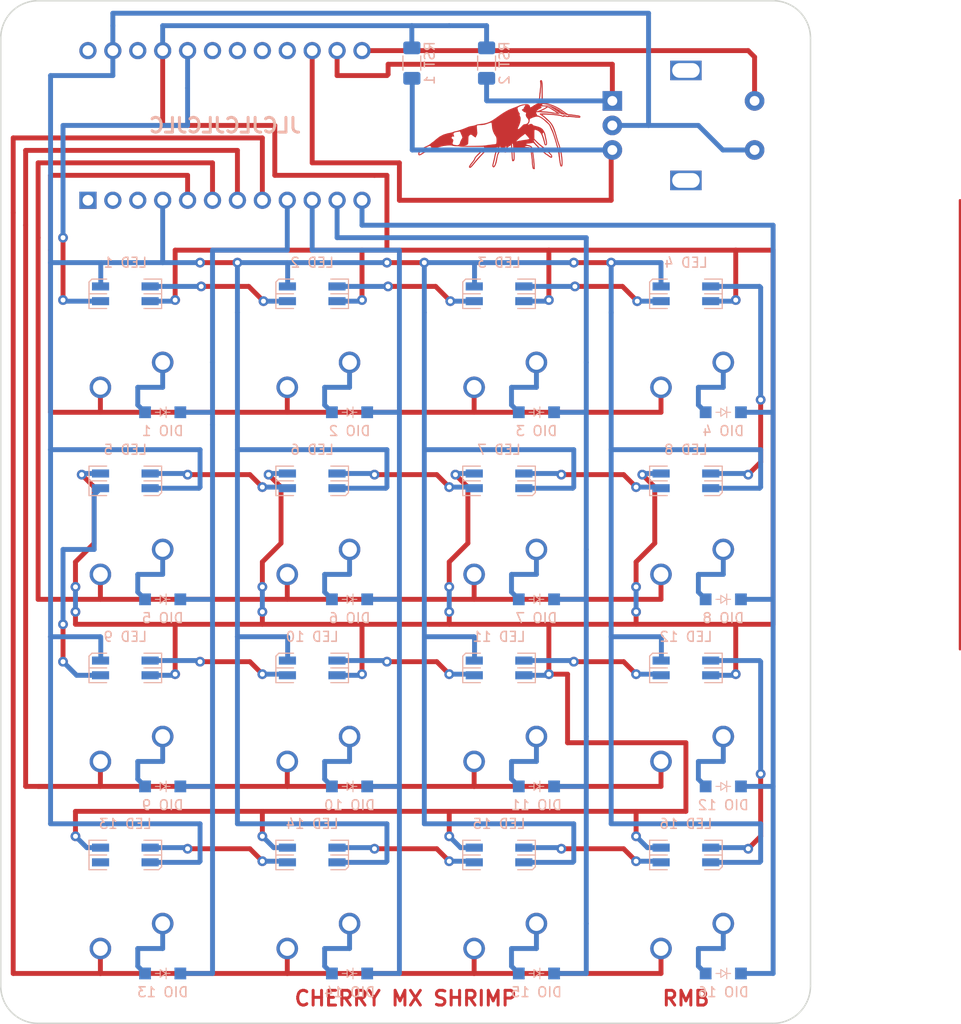
<source format=kicad_pcb>
(kicad_pcb (version 20171130) (host pcbnew "(5.1.9)-1")
  (layers (0 F.Cu signal) (31 B.Cu signal) (34 B.Paste user) (35 F.Paste user) (36 B.SilkS user) (37 F.SilkS user) (38 B.Mask user) (39 F.Mask user) (44 Edge.Cuts user))
  (net 0 "")
  (module Resistor_SMD:R_1206_3216Metric_Pad1.30x1.75mm_HandSolder (layer B.Cu) (at 142.24 41.91 90)
    (fp_text reference "RST 2" (at 0 1.82 270) (layer B.SilkS) (effects (justify mirror)))
    (fp_text value R_1206_3216Metric_Pad1.30x1.75mm_HandSolder)
    (pad 1 smd roundrect (at -1.55 0 90) (size 1.3 1.75) (layers B.Cu B.Paste B.Mask) (roundrect_rratio 0.192308))
    (pad 2 smd roundrect (at 1.55 0 90) (size 1.3 1.75) (layers B.Cu B.Paste B.Mask) (roundrect_rratio 0.192308))
  )
  (module Resistor_SMD:R_1206_3216Metric_Pad1.30x1.75mm_HandSolder (layer B.Cu) (at 134.62 41.91 90)
    (fp_text reference "RST 1" (at 0 1.82 270) (layer B.SilkS) (effects (justify mirror)))
    (fp_text value R_1206_3216Metric_Pad1.30x1.75mm_HandSolder)
    (pad 2 smd roundrect (at 1.55 0 90) (size 1.3 1.75) (layers B.Cu B.Paste B.Mask) (roundrect_rratio 0.192308))
    (pad 1 smd roundrect (at -1.55 0 90) (size 1.3 1.75) (layers B.Cu B.Paste B.Mask) (roundrect_rratio 0.192308))
  )
  (module Rotary_Encoder:RotaryEncoder_Alps_EC11E-Switch_Vertical_H20mm (layer F.Cu) (at 162.56 48.26)
    (fp_text reference "ENC 1" hide)
    (fp_text value RotaryEncoder_Alps_EC11E-Switch_Vertical_H20mm)
    (pad A thru_hole rect (at -7.5 -2.5) (size 2 2) (drill 1) (layers *.Cu *.Mask))
    (pad C thru_hole circle (at -7.5 0) (size 2 2) (drill 1) (layers *.Cu *.Mask))
    (pad B thru_hole circle (at -7.5 2.5) (size 2 2) (drill 1) (layers *.Cu *.Mask))
    (pad MP thru_hole rect (at 0 -5.6) (size 3.2 2) (drill oval 2.8 1.5) (layers *.Cu *.Mask))
    (pad MP thru_hole rect (at 0 5.6) (size 3.2 2) (drill oval 2.8 1.5) (layers *.Cu *.Mask))
    (pad S2 thru_hole circle (at 7 -2.5) (size 2 2) (drill 1) (layers *.Cu *.Mask))
    (pad S1 thru_hole circle (at 7 2.5) (size 2 2) (drill 1) (layers *.Cu *.Mask))
  )
  (module Diode_SMD:D_SOD-123 (layer B.Cu) (at 166.37 134.62 180)
    (fp_text reference "DIO 16" (at 0 -1.905) (layer B.SilkS) (effects (justify mirror)))
    (fp_text value D_SOD-123)
    (pad 1 smd rect (at -1.8 0 180) (size 1.2 1.2) (layers B.Cu B.Paste B.Mask))
    (pad 2 smd rect (at 1.8 0 180) (size 1.2 1.2) (layers B.Cu B.Paste B.Mask))
  )
  (module Diode_SMD:D_SOD-123 (layer B.Cu) (at 147.32 134.62 180)
    (fp_text reference "DIO 15" (at 0 -1.905) (layer B.SilkS) (effects (justify mirror)))
    (fp_text value D_SOD-123)
    (pad 1 smd rect (at -1.8 0 180) (size 1.2 1.2) (layers B.Cu B.Paste B.Mask))
    (pad 2 smd rect (at 1.8 0 180) (size 1.2 1.2) (layers B.Cu B.Paste B.Mask))
  )
  (module Diode_SMD:D_SOD-123 (layer B.Cu) (at 128.27 134.62 180)
    (fp_text reference "DIO 14" (at 0 -1.905) (layer B.SilkS) (effects (justify mirror)))
    (fp_text value D_SOD-123)
    (pad 1 smd rect (at -1.8 0 180) (size 1.2 1.2) (layers B.Cu B.Paste B.Mask))
    (pad 2 smd rect (at 1.8 0 180) (size 1.2 1.2) (layers B.Cu B.Paste B.Mask))
  )
  (module Diode_SMD:D_SOD-123 (layer B.Cu) (at 109.22 134.62 180)
    (fp_text reference "DIO 13" (at 0 -1.905) (layer B.SilkS) (effects (justify mirror)))
    (fp_text value D_SOD-123)
    (pad 1 smd rect (at -1.8 0 180) (size 1.2 1.2) (layers B.Cu B.Paste B.Mask))
    (pad 2 smd rect (at 1.8 0 180) (size 1.2 1.2) (layers B.Cu B.Paste B.Mask))
  )
  (module Diode_SMD:D_SOD-123 (layer B.Cu) (at 128.27 115.57 180)
    (fp_text reference "DIO 10" (at 0 -1.905) (layer B.SilkS) (effects (justify mirror)))
    (fp_text value D_SOD-123)
    (pad 1 smd rect (at -1.8 0 180) (size 1.2 1.2) (layers B.Cu B.Paste B.Mask))
    (pad 2 smd rect (at 1.8 0 180) (size 1.2 1.2) (layers B.Cu B.Paste B.Mask))
  )
  (module Diode_SMD:D_SOD-123 (layer B.Cu) (at 109.22 115.57 180)
    (fp_text reference "DIO 9" (at 0 -1.905) (layer B.SilkS) (effects (justify mirror)))
    (fp_text value D_SOD-123)
    (pad 1 smd rect (at -1.8 0 180) (size 1.2 1.2) (layers B.Cu B.Paste B.Mask))
    (pad 2 smd rect (at 1.8 0 180) (size 1.2 1.2) (layers B.Cu B.Paste B.Mask))
  )
  (module Diode_SMD:D_SOD-123 (layer B.Cu) (at 109.22 96.52 180)
    (fp_text reference "DIO 5" (at 0 -1.905) (layer B.SilkS) (effects (justify mirror)))
    (fp_text value D_SOD-123)
    (pad 1 smd rect (at -1.8 0 180) (size 1.2 1.2) (layers B.Cu B.Paste B.Mask))
    (pad 2 smd rect (at 1.8 0 180) (size 1.2 1.2) (layers B.Cu B.Paste B.Mask))
  )
  (module Diode_SMD:D_SOD-123 (layer B.Cu) (at 128.27 96.52 180)
    (fp_text reference "DIO 6" (at 0 -1.905) (layer B.SilkS) (effects (justify mirror)))
    (fp_text value D_SOD-123)
    (pad 1 smd rect (at -1.8 0 180) (size 1.2 1.2) (layers B.Cu B.Paste B.Mask))
    (pad 2 smd rect (at 1.8 0 180) (size 1.2 1.2) (layers B.Cu B.Paste B.Mask))
  )
  (module Diode_SMD:D_SOD-123 (layer B.Cu) (at 147.32 96.52 180)
    (fp_text reference "DIO 7" (at 0 -1.905) (layer B.SilkS) (effects (justify mirror)))
    (fp_text value D_SOD-123)
    (pad 1 smd rect (at -1.8 0 180) (size 1.2 1.2) (layers B.Cu B.Paste B.Mask))
    (pad 2 smd rect (at 1.8 0 180) (size 1.2 1.2) (layers B.Cu B.Paste B.Mask))
  )
  (module Diode_SMD:D_SOD-123 (layer B.Cu) (at 147.32 115.57 180)
    (fp_text reference "DIO 11" (at 0 -1.905) (layer B.SilkS) (effects (justify mirror)))
    (fp_text value D_SOD-123)
    (pad 1 smd rect (at -1.8 0 180) (size 1.2 1.2) (layers B.Cu B.Paste B.Mask))
    (pad 2 smd rect (at 1.8 0 180) (size 1.2 1.2) (layers B.Cu B.Paste B.Mask))
  )
  (module Diode_SMD:D_SOD-123 (layer B.Cu) (at 166.37 115.57 180)
    (fp_text reference "DIO 12" (at 0 -1.905) (layer B.SilkS) (effects (justify mirror)))
    (fp_text value D_SOD-123)
    (pad 1 smd rect (at -1.8 0 180) (size 1.2 1.2) (layers B.Cu B.Paste B.Mask))
    (pad 2 smd rect (at 1.8 0 180) (size 1.2 1.2) (layers B.Cu B.Paste B.Mask))
  )
  (module Diode_SMD:D_SOD-123 (layer B.Cu) (at 166.37 96.52 180)
    (fp_text reference "DIO 8" (at 0 -1.905) (layer B.SilkS) (effects (justify mirror)))
    (fp_text value D_SOD-123)
    (pad 1 smd rect (at -1.8 0 180) (size 1.2 1.2) (layers B.Cu B.Paste B.Mask))
    (pad 2 smd rect (at 1.8 0 180) (size 1.2 1.2) (layers B.Cu B.Paste B.Mask))
  )
  (module Diode_SMD:D_SOD-123 (layer B.Cu) (at 166.37 77.47 180)
    (fp_text reference "DIO 4" (at 0 -1.905) (layer B.SilkS) (effects (justify mirror)))
    (fp_text value D_SOD-123)
    (pad 1 smd rect (at -1.8 0 180) (size 1.2 1.2) (layers B.Cu B.Paste B.Mask))
    (pad 2 smd rect (at 1.8 0 180) (size 1.2 1.2) (layers B.Cu B.Paste B.Mask))
  )
  (module Diode_SMD:D_SOD-123 (layer B.Cu) (at 147.32 77.47 180)
    (fp_text reference "DIO 3" (at 0 -1.905) (layer B.SilkS) (effects (justify mirror)))
    (fp_text value D_SOD-123)
    (pad 1 smd rect (at -1.8 0 180) (size 1.2 1.2) (layers B.Cu B.Paste B.Mask))
    (pad 2 smd rect (at 1.8 0 180) (size 1.2 1.2) (layers B.Cu B.Paste B.Mask))
  )
  (module Diode_SMD:D_SOD-123 (layer B.Cu) (at 128.27 77.47 180)
    (fp_text reference "DIO 2" (at 0 -1.905) (layer B.SilkS) (effects (justify mirror)))
    (fp_text value D_SOD-123)
    (pad 1 smd rect (at -1.8 0 180) (size 1.2 1.2) (layers B.Cu B.Paste B.Mask))
    (pad 2 smd rect (at 1.8 0 180) (size 1.2 1.2) (layers B.Cu B.Paste B.Mask))
  )
  (module Diode_SMD:D_SOD-123 (layer B.Cu) (at 109.22 77.47 180)
    (fp_text reference "DIO 1" (at 0 -1.905) (layer B.SilkS) (effects (justify mirror)))
    (fp_text value D_SOD-123)
    (pad 2 smd rect (at 1.8 0 180) (size 1.2 1.2) (layers B.Cu B.Paste B.Mask))
    (pad 1 smd rect (at -1.8 0 180) (size 1.2 1.2) (layers B.Cu B.Paste B.Mask))
  )
  (module Button_Switch_Keyboard:SW_Cherry_MX_1.00u_PCB (layer F.Cu) (at 102.87 113.03 180)
    (fp_text reference "KEY 9" hide)
    (fp_text value SW_Cherry_MX_1.00u_PCB)
    (pad "" np_thru_hole circle (at 2.54 5.08 180) (size 1.7 1.7) (drill 1.7) (layers *.Cu *.Mask))
    (pad "" np_thru_hole circle (at -7.62 5.08 180) (size 1.7 1.7) (drill 1.7) (layers *.Cu *.Mask))
    (pad "" np_thru_hole circle (at -2.54 5.08 180) (size 4 4) (drill 4) (layers *.Cu *.Mask))
    (pad 2 thru_hole circle (at -6.35 2.54 180) (size 2.2 2.2) (drill 1.5) (layers *.Cu *.Mask))
    (pad 1 thru_hole circle (at 0 0 180) (size 2.2 2.2) (drill 1.5) (layers *.Cu *.Mask))
  )
  (module Button_Switch_Keyboard:SW_Cherry_MX_1.00u_PCB (layer F.Cu) (at 160.02 132.08 180)
    (fp_text reference "KEY 16" hide)
    (fp_text value SW_Cherry_MX_1.00u_PCB)
    (pad 1 thru_hole circle (at 0 0 180) (size 2.2 2.2) (drill 1.5) (layers *.Cu *.Mask))
    (pad 2 thru_hole circle (at -6.35 2.54 180) (size 2.2 2.2) (drill 1.5) (layers *.Cu *.Mask))
    (pad "" np_thru_hole circle (at -2.54 5.08 180) (size 4 4) (drill 4) (layers *.Cu *.Mask))
    (pad "" np_thru_hole circle (at -7.62 5.08 180) (size 1.7 1.7) (drill 1.7) (layers *.Cu *.Mask))
    (pad "" np_thru_hole circle (at 2.54 5.08 180) (size 1.7 1.7) (drill 1.7) (layers *.Cu *.Mask))
  )
  (module "Arduino Pro Micro:SK6812_MINI-E" (layer B.Cu) (at 143.51 122.555 180)
    (fp_text reference "LED 15" (at 0 3.175) (layer B.SilkS) (effects (justify mirror)))
    (fp_text value "SK6812 MINI-E")
    (pad "" np_thru_hole oval (at 1.15 0 180) (size 1 3.75) (drill oval 1 3.75) (layers *.Cu *.Mask))
    (pad "" np_thru_hole oval (at 1.05 0 180) (size 1 3.75) (drill oval 1 3.75) (layers *.Cu *.Mask))
    (pad "" np_thru_hole oval (at 0.95 0 180) (size 1 3.75) (drill oval 1 3.75) (layers *.Cu *.Mask))
    (pad "" np_thru_hole oval (at 0.85 0 180) (size 1 3.75) (drill oval 1 3.75) (layers *.Cu *.Mask))
    (pad "" np_thru_hole oval (at 0.75 0 180) (size 1 3.75) (drill oval 1 3.75) (layers *.Cu *.Mask))
    (pad "" np_thru_hole oval (at 0.65 0 180) (size 1 3.75) (drill oval 1 3.75) (layers *.Cu *.Mask))
    (pad "" np_thru_hole oval (at 0.55 0 180) (size 1 3.75) (drill oval 1 3.75) (layers *.Cu *.Mask))
    (pad "" np_thru_hole oval (at 0.45 0 180) (size 1 3.75) (drill oval 1 3.75) (layers *.Cu *.Mask))
    (pad "" np_thru_hole oval (at 0.35 0 180) (size 1 3.75) (drill oval 1 3.75) (layers *.Cu *.Mask))
    (pad "" np_thru_hole oval (at 0.25 0 180) (size 1 3.75) (drill oval 1 3.75) (layers *.Cu *.Mask))
    (pad "" np_thru_hole oval (at 0.15 0 180) (size 1 3.75) (drill oval 1 3.75) (layers *.Cu *.Mask))
    (pad "" np_thru_hole oval (at 0.05 0 180) (size 1 3.75) (drill oval 1 3.75) (layers *.Cu *.Mask))
    (pad "" np_thru_hole oval (at -0.05 0 180) (size 1 3.75) (drill oval 1 3.75) (layers *.Cu *.Mask))
    (pad "" np_thru_hole oval (at -0.15 0 180) (size 1 3.75) (drill oval 1 3.75) (layers *.Cu *.Mask))
    (pad "" np_thru_hole oval (at -0.25 0 180) (size 1 3.75) (drill oval 1 3.75) (layers *.Cu *.Mask))
    (pad "" np_thru_hole oval (at -0.35 0 180) (size 1 3.75) (drill oval 1 3.75) (layers *.Cu *.Mask))
    (pad "" np_thru_hole oval (at -0.45 0 180) (size 1 3.75) (drill oval 1 3.75) (layers *.Cu *.Mask))
    (pad "" np_thru_hole oval (at -0.55 0 180) (size 1 3.75) (drill oval 1 3.75) (layers *.Cu *.Mask))
    (pad "" np_thru_hole oval (at -0.65 0 180) (size 1 3.75) (drill oval 1 3.75) (layers *.Cu *.Mask))
    (pad "" np_thru_hole oval (at -0.75 0 180) (size 1 3.75) (drill oval 1 3.75) (layers *.Cu *.Mask))
    (pad "" np_thru_hole oval (at -0.85 0 180) (size 1 3.75) (drill oval 1 3.75) (layers *.Cu *.Mask))
    (pad "" np_thru_hole oval (at -0.95 0 180) (size 1 3.75) (drill oval 1 3.75) (layers *.Cu *.Mask))
    (pad "" np_thru_hole oval (at -1.05 0 180) (size 1 3.75) (drill oval 1 3.75) (layers *.Cu *.Mask))
    (pad "" np_thru_hole oval (at -1.15 0 180) (size 1 3.75) (drill oval 1 3.75) (layers *.Cu *.Mask))
    (pad 4 smd rect (at 2.5 -0.75) (size 1.8 0.82) (layers B.Cu B.Mask))
    (pad 3 smd rect (at 2.5 0.75) (size 1.8 0.82) (layers B.Cu B.Mask))
    (pad 2 smd rect (at -2.5 -0.75 180) (size 1.8 0.82) (layers B.Cu B.Mask))
    (pad 1 smd rect (at -2.5 0.75 180) (size 1.8 0.82) (layers B.Cu B.Mask))
  )
  (module "Arduino Pro Micro:SK6812_MINI-E" (layer B.Cu) (at 105.41 122.555 180)
    (fp_text reference "LED 13" (at 0 3.175) (layer B.SilkS) (effects (justify mirror)))
    (fp_text value "SK6812 MINI-E")
    (pad 1 smd rect (at -2.5 0.75 180) (size 1.8 0.82) (layers B.Cu B.Mask))
    (pad 2 smd rect (at -2.5 -0.75 180) (size 1.8 0.82) (layers B.Cu B.Mask))
    (pad 3 smd rect (at 2.5 0.75) (size 1.8 0.82) (layers B.Cu B.Mask))
    (pad 4 smd rect (at 2.5 -0.75) (size 1.8 0.82) (layers B.Cu B.Mask))
    (pad "" np_thru_hole oval (at -1.15 0 180) (size 1 3.75) (drill oval 1 3.75) (layers *.Cu *.Mask))
    (pad "" np_thru_hole oval (at -1.05 0 180) (size 1 3.75) (drill oval 1 3.75) (layers *.Cu *.Mask))
    (pad "" np_thru_hole oval (at -0.95 0 180) (size 1 3.75) (drill oval 1 3.75) (layers *.Cu *.Mask))
    (pad "" np_thru_hole oval (at -0.85 0 180) (size 1 3.75) (drill oval 1 3.75) (layers *.Cu *.Mask))
    (pad "" np_thru_hole oval (at -0.75 0 180) (size 1 3.75) (drill oval 1 3.75) (layers *.Cu *.Mask))
    (pad "" np_thru_hole oval (at -0.65 0 180) (size 1 3.75) (drill oval 1 3.75) (layers *.Cu *.Mask))
    (pad "" np_thru_hole oval (at -0.55 0 180) (size 1 3.75) (drill oval 1 3.75) (layers *.Cu *.Mask))
    (pad "" np_thru_hole oval (at -0.45 0 180) (size 1 3.75) (drill oval 1 3.75) (layers *.Cu *.Mask))
    (pad "" np_thru_hole oval (at -0.35 0 180) (size 1 3.75) (drill oval 1 3.75) (layers *.Cu *.Mask))
    (pad "" np_thru_hole oval (at -0.25 0 180) (size 1 3.75) (drill oval 1 3.75) (layers *.Cu *.Mask))
    (pad "" np_thru_hole oval (at -0.15 0 180) (size 1 3.75) (drill oval 1 3.75) (layers *.Cu *.Mask))
    (pad "" np_thru_hole oval (at -0.05 0 180) (size 1 3.75) (drill oval 1 3.75) (layers *.Cu *.Mask))
    (pad "" np_thru_hole oval (at 0.05 0 180) (size 1 3.75) (drill oval 1 3.75) (layers *.Cu *.Mask))
    (pad "" np_thru_hole oval (at 0.15 0 180) (size 1 3.75) (drill oval 1 3.75) (layers *.Cu *.Mask))
    (pad "" np_thru_hole oval (at 0.25 0 180) (size 1 3.75) (drill oval 1 3.75) (layers *.Cu *.Mask))
    (pad "" np_thru_hole oval (at 0.35 0 180) (size 1 3.75) (drill oval 1 3.75) (layers *.Cu *.Mask))
    (pad "" np_thru_hole oval (at 0.45 0 180) (size 1 3.75) (drill oval 1 3.75) (layers *.Cu *.Mask))
    (pad "" np_thru_hole oval (at 0.55 0 180) (size 1 3.75) (drill oval 1 3.75) (layers *.Cu *.Mask))
    (pad "" np_thru_hole oval (at 0.65 0 180) (size 1 3.75) (drill oval 1 3.75) (layers *.Cu *.Mask))
    (pad "" np_thru_hole oval (at 0.75 0 180) (size 1 3.75) (drill oval 1 3.75) (layers *.Cu *.Mask))
    (pad "" np_thru_hole oval (at 0.85 0 180) (size 1 3.75) (drill oval 1 3.75) (layers *.Cu *.Mask))
    (pad "" np_thru_hole oval (at 0.95 0 180) (size 1 3.75) (drill oval 1 3.75) (layers *.Cu *.Mask))
    (pad "" np_thru_hole oval (at 1.05 0 180) (size 1 3.75) (drill oval 1 3.75) (layers *.Cu *.Mask))
    (pad "" np_thru_hole oval (at 1.15 0 180) (size 1 3.75) (drill oval 1 3.75) (layers *.Cu *.Mask))
  )
  (module "Arduino Pro Micro:SK6812_MINI-E" (layer B.Cu) (at 162.56 122.555 180)
    (fp_text reference "LED 16" (at 0 3.175) (layer B.SilkS) (effects (justify mirror)))
    (fp_text value "SK6812 MINI-E")
    (pad 1 smd rect (at -2.5 0.75 180) (size 1.8 0.82) (layers B.Cu B.Mask))
    (pad 2 smd rect (at -2.5 -0.75 180) (size 1.8 0.82) (layers B.Cu B.Mask))
    (pad 3 smd rect (at 2.5 0.75) (size 1.8 0.82) (layers B.Cu B.Mask))
    (pad 4 smd rect (at 2.5 -0.75) (size 1.8 0.82) (layers B.Cu B.Mask))
    (pad "" np_thru_hole oval (at -1.15 0 180) (size 1 3.75) (drill oval 1 3.75) (layers *.Cu *.Mask))
    (pad "" np_thru_hole oval (at -1.05 0 180) (size 1 3.75) (drill oval 1 3.75) (layers *.Cu *.Mask))
    (pad "" np_thru_hole oval (at -0.95 0 180) (size 1 3.75) (drill oval 1 3.75) (layers *.Cu *.Mask))
    (pad "" np_thru_hole oval (at -0.85 0 180) (size 1 3.75) (drill oval 1 3.75) (layers *.Cu *.Mask))
    (pad "" np_thru_hole oval (at -0.75 0 180) (size 1 3.75) (drill oval 1 3.75) (layers *.Cu *.Mask))
    (pad "" np_thru_hole oval (at -0.65 0 180) (size 1 3.75) (drill oval 1 3.75) (layers *.Cu *.Mask))
    (pad "" np_thru_hole oval (at -0.55 0 180) (size 1 3.75) (drill oval 1 3.75) (layers *.Cu *.Mask))
    (pad "" np_thru_hole oval (at -0.45 0 180) (size 1 3.75) (drill oval 1 3.75) (layers *.Cu *.Mask))
    (pad "" np_thru_hole oval (at -0.35 0 180) (size 1 3.75) (drill oval 1 3.75) (layers *.Cu *.Mask))
    (pad "" np_thru_hole oval (at -0.25 0 180) (size 1 3.75) (drill oval 1 3.75) (layers *.Cu *.Mask))
    (pad "" np_thru_hole oval (at -0.15 0 180) (size 1 3.75) (drill oval 1 3.75) (layers *.Cu *.Mask))
    (pad "" np_thru_hole oval (at -0.05 0 180) (size 1 3.75) (drill oval 1 3.75) (layers *.Cu *.Mask))
    (pad "" np_thru_hole oval (at 0.05 0 180) (size 1 3.75) (drill oval 1 3.75) (layers *.Cu *.Mask))
    (pad "" np_thru_hole oval (at 0.15 0 180) (size 1 3.75) (drill oval 1 3.75) (layers *.Cu *.Mask))
    (pad "" np_thru_hole oval (at 0.25 0 180) (size 1 3.75) (drill oval 1 3.75) (layers *.Cu *.Mask))
    (pad "" np_thru_hole oval (at 0.35 0 180) (size 1 3.75) (drill oval 1 3.75) (layers *.Cu *.Mask))
    (pad "" np_thru_hole oval (at 0.45 0 180) (size 1 3.75) (drill oval 1 3.75) (layers *.Cu *.Mask))
    (pad "" np_thru_hole oval (at 0.55 0 180) (size 1 3.75) (drill oval 1 3.75) (layers *.Cu *.Mask))
    (pad "" np_thru_hole oval (at 0.65 0 180) (size 1 3.75) (drill oval 1 3.75) (layers *.Cu *.Mask))
    (pad "" np_thru_hole oval (at 0.75 0 180) (size 1 3.75) (drill oval 1 3.75) (layers *.Cu *.Mask))
    (pad "" np_thru_hole oval (at 0.85 0 180) (size 1 3.75) (drill oval 1 3.75) (layers *.Cu *.Mask))
    (pad "" np_thru_hole oval (at 0.95 0 180) (size 1 3.75) (drill oval 1 3.75) (layers *.Cu *.Mask))
    (pad "" np_thru_hole oval (at 1.05 0 180) (size 1 3.75) (drill oval 1 3.75) (layers *.Cu *.Mask))
    (pad "" np_thru_hole oval (at 1.15 0 180) (size 1 3.75) (drill oval 1 3.75) (layers *.Cu *.Mask))
  )
  (module Button_Switch_Keyboard:SW_Cherry_MX_1.00u_PCB (layer F.Cu) (at 102.87 132.08 180)
    (fp_text reference "KEY 13" hide)
    (fp_text value SW_Cherry_MX_1.00u_PCB)
    (pad 1 thru_hole circle (at 0 0 180) (size 2.2 2.2) (drill 1.5) (layers *.Cu *.Mask))
    (pad 2 thru_hole circle (at -6.35 2.54 180) (size 2.2 2.2) (drill 1.5) (layers *.Cu *.Mask))
    (pad "" np_thru_hole circle (at -2.54 5.08 180) (size 4 4) (drill 4) (layers *.Cu *.Mask))
    (pad "" np_thru_hole circle (at -7.62 5.08 180) (size 1.7 1.7) (drill 1.7) (layers *.Cu *.Mask))
    (pad "" np_thru_hole circle (at 2.54 5.08 180) (size 1.7 1.7) (drill 1.7) (layers *.Cu *.Mask))
  )
  (module Button_Switch_Keyboard:SW_Cherry_MX_1.00u_PCB (layer F.Cu) (at 121.92 132.08 180)
    (fp_text reference "KEY 14" hide)
    (fp_text value SW_Cherry_MX_1.00u_PCB)
    (pad "" np_thru_hole circle (at 2.54 5.08 180) (size 1.7 1.7) (drill 1.7) (layers *.Cu *.Mask))
    (pad "" np_thru_hole circle (at -7.62 5.08 180) (size 1.7 1.7) (drill 1.7) (layers *.Cu *.Mask))
    (pad "" np_thru_hole circle (at -2.54 5.08 180) (size 4 4) (drill 4) (layers *.Cu *.Mask))
    (pad 2 thru_hole circle (at -6.35 2.54 180) (size 2.2 2.2) (drill 1.5) (layers *.Cu *.Mask))
    (pad 1 thru_hole circle (at 0 0 180) (size 2.2 2.2) (drill 1.5) (layers *.Cu *.Mask))
  )
  (module Button_Switch_Keyboard:SW_Cherry_MX_1.00u_PCB (layer F.Cu) (at 140.97 132.08 180)
    (fp_text reference "KEY 15" hide)
    (fp_text value SW_Cherry_MX_1.00u_PCB)
    (pad "" np_thru_hole circle (at 2.54 5.08 180) (size 1.7 1.7) (drill 1.7) (layers *.Cu *.Mask))
    (pad "" np_thru_hole circle (at -7.62 5.08 180) (size 1.7 1.7) (drill 1.7) (layers *.Cu *.Mask))
    (pad "" np_thru_hole circle (at -2.54 5.08 180) (size 4 4) (drill 4) (layers *.Cu *.Mask))
    (pad 2 thru_hole circle (at -6.35 2.54 180) (size 2.2 2.2) (drill 1.5) (layers *.Cu *.Mask))
    (pad 1 thru_hole circle (at 0 0 180) (size 2.2 2.2) (drill 1.5) (layers *.Cu *.Mask))
  )
  (module "Arduino Pro Micro:SK6812_MINI-E" (layer B.Cu) (at 124.46 122.555 180)
    (fp_text reference "LED 14" (at 0 3.175) (layer B.SilkS) (effects (justify mirror)))
    (fp_text value "SK6812 MINI-E")
    (pad "" np_thru_hole oval (at 1.15 0 180) (size 1 3.75) (drill oval 1 3.75) (layers *.Cu *.Mask))
    (pad "" np_thru_hole oval (at 1.05 0 180) (size 1 3.75) (drill oval 1 3.75) (layers *.Cu *.Mask))
    (pad "" np_thru_hole oval (at 0.95 0 180) (size 1 3.75) (drill oval 1 3.75) (layers *.Cu *.Mask))
    (pad "" np_thru_hole oval (at 0.85 0 180) (size 1 3.75) (drill oval 1 3.75) (layers *.Cu *.Mask))
    (pad "" np_thru_hole oval (at 0.75 0 180) (size 1 3.75) (drill oval 1 3.75) (layers *.Cu *.Mask))
    (pad "" np_thru_hole oval (at 0.65 0 180) (size 1 3.75) (drill oval 1 3.75) (layers *.Cu *.Mask))
    (pad "" np_thru_hole oval (at 0.55 0 180) (size 1 3.75) (drill oval 1 3.75) (layers *.Cu *.Mask))
    (pad "" np_thru_hole oval (at 0.45 0 180) (size 1 3.75) (drill oval 1 3.75) (layers *.Cu *.Mask))
    (pad "" np_thru_hole oval (at 0.35 0 180) (size 1 3.75) (drill oval 1 3.75) (layers *.Cu *.Mask))
    (pad "" np_thru_hole oval (at 0.25 0 180) (size 1 3.75) (drill oval 1 3.75) (layers *.Cu *.Mask))
    (pad "" np_thru_hole oval (at 0.15 0 180) (size 1 3.75) (drill oval 1 3.75) (layers *.Cu *.Mask))
    (pad "" np_thru_hole oval (at 0.05 0 180) (size 1 3.75) (drill oval 1 3.75) (layers *.Cu *.Mask))
    (pad "" np_thru_hole oval (at -0.05 0 180) (size 1 3.75) (drill oval 1 3.75) (layers *.Cu *.Mask))
    (pad "" np_thru_hole oval (at -0.15 0 180) (size 1 3.75) (drill oval 1 3.75) (layers *.Cu *.Mask))
    (pad "" np_thru_hole oval (at -0.25 0 180) (size 1 3.75) (drill oval 1 3.75) (layers *.Cu *.Mask))
    (pad "" np_thru_hole oval (at -0.35 0 180) (size 1 3.75) (drill oval 1 3.75) (layers *.Cu *.Mask))
    (pad "" np_thru_hole oval (at -0.45 0 180) (size 1 3.75) (drill oval 1 3.75) (layers *.Cu *.Mask))
    (pad "" np_thru_hole oval (at -0.55 0 180) (size 1 3.75) (drill oval 1 3.75) (layers *.Cu *.Mask))
    (pad "" np_thru_hole oval (at -0.65 0 180) (size 1 3.75) (drill oval 1 3.75) (layers *.Cu *.Mask))
    (pad "" np_thru_hole oval (at -0.75 0 180) (size 1 3.75) (drill oval 1 3.75) (layers *.Cu *.Mask))
    (pad "" np_thru_hole oval (at -0.85 0 180) (size 1 3.75) (drill oval 1 3.75) (layers *.Cu *.Mask))
    (pad "" np_thru_hole oval (at -0.95 0 180) (size 1 3.75) (drill oval 1 3.75) (layers *.Cu *.Mask))
    (pad "" np_thru_hole oval (at -1.05 0 180) (size 1 3.75) (drill oval 1 3.75) (layers *.Cu *.Mask))
    (pad "" np_thru_hole oval (at -1.15 0 180) (size 1 3.75) (drill oval 1 3.75) (layers *.Cu *.Mask))
    (pad 4 smd rect (at 2.5 -0.75) (size 1.8 0.82) (layers B.Cu B.Mask))
    (pad 3 smd rect (at 2.5 0.75) (size 1.8 0.82) (layers B.Cu B.Mask))
    (pad 2 smd rect (at -2.5 -0.75 180) (size 1.8 0.82) (layers B.Cu B.Mask))
    (pad 1 smd rect (at -2.5 0.75 180) (size 1.8 0.82) (layers B.Cu B.Mask))
  )
  (module "Arduino Pro Micro:SK6812_MINI-E" (layer B.Cu) (at 105.41 103.505)
    (fp_text reference "LED 9" (at 0 -3.175) (layer B.SilkS) (effects (justify mirror)))
    (fp_text value "SK6812 MINI-E")
    (pad "" np_thru_hole oval (at 1.15 0) (size 1 3.75) (drill oval 1 3.75) (layers *.Cu *.Mask))
    (pad "" np_thru_hole oval (at 1.05 0) (size 1 3.75) (drill oval 1 3.75) (layers *.Cu *.Mask))
    (pad "" np_thru_hole oval (at 0.95 0) (size 1 3.75) (drill oval 1 3.75) (layers *.Cu *.Mask))
    (pad "" np_thru_hole oval (at 0.85 0) (size 1 3.75) (drill oval 1 3.75) (layers *.Cu *.Mask))
    (pad "" np_thru_hole oval (at 0.75 0) (size 1 3.75) (drill oval 1 3.75) (layers *.Cu *.Mask))
    (pad "" np_thru_hole oval (at 0.65 0) (size 1 3.75) (drill oval 1 3.75) (layers *.Cu *.Mask))
    (pad "" np_thru_hole oval (at 0.55 0) (size 1 3.75) (drill oval 1 3.75) (layers *.Cu *.Mask))
    (pad "" np_thru_hole oval (at 0.45 0) (size 1 3.75) (drill oval 1 3.75) (layers *.Cu *.Mask))
    (pad "" np_thru_hole oval (at 0.35 0) (size 1 3.75) (drill oval 1 3.75) (layers *.Cu *.Mask))
    (pad "" np_thru_hole oval (at 0.25 0) (size 1 3.75) (drill oval 1 3.75) (layers *.Cu *.Mask))
    (pad "" np_thru_hole oval (at 0.15 0) (size 1 3.75) (drill oval 1 3.75) (layers *.Cu *.Mask))
    (pad "" np_thru_hole oval (at 0.05 0) (size 1 3.75) (drill oval 1 3.75) (layers *.Cu *.Mask))
    (pad "" np_thru_hole oval (at -0.05 0) (size 1 3.75) (drill oval 1 3.75) (layers *.Cu *.Mask))
    (pad "" np_thru_hole oval (at -0.15 0) (size 1 3.75) (drill oval 1 3.75) (layers *.Cu *.Mask))
    (pad "" np_thru_hole oval (at -0.25 0) (size 1 3.75) (drill oval 1 3.75) (layers *.Cu *.Mask))
    (pad "" np_thru_hole oval (at -0.35 0) (size 1 3.75) (drill oval 1 3.75) (layers *.Cu *.Mask))
    (pad "" np_thru_hole oval (at -0.45 0) (size 1 3.75) (drill oval 1 3.75) (layers *.Cu *.Mask))
    (pad "" np_thru_hole oval (at -0.55 0) (size 1 3.75) (drill oval 1 3.75) (layers *.Cu *.Mask))
    (pad "" np_thru_hole oval (at -0.65 0) (size 1 3.75) (drill oval 1 3.75) (layers *.Cu *.Mask))
    (pad "" np_thru_hole oval (at -0.75 0) (size 1 3.75) (drill oval 1 3.75) (layers *.Cu *.Mask))
    (pad "" np_thru_hole oval (at -0.85 0) (size 1 3.75) (drill oval 1 3.75) (layers *.Cu *.Mask))
    (pad "" np_thru_hole oval (at -0.95 0) (size 1 3.75) (drill oval 1 3.75) (layers *.Cu *.Mask))
    (pad "" np_thru_hole oval (at -1.05 0) (size 1 3.75) (drill oval 1 3.75) (layers *.Cu *.Mask))
    (pad "" np_thru_hole oval (at -1.15 0) (size 1 3.75) (drill oval 1 3.75) (layers *.Cu *.Mask))
    (pad 4 smd rect (at 2.5 -0.75 180) (size 1.8 0.82) (layers B.Cu B.Mask))
    (pad 3 smd rect (at 2.5 0.75 180) (size 1.8 0.82) (layers B.Cu B.Mask))
    (pad 2 smd rect (at -2.5 -0.75) (size 1.8 0.82) (layers B.Cu B.Mask))
    (pad 1 smd rect (at -2.5 0.75) (size 1.8 0.82) (layers B.Cu B.Mask))
  )
  (module "Arduino Pro Micro:SK6812_MINI-E" (layer B.Cu) (at 162.56 103.505)
    (fp_text reference "LED 12" (at 0 -3.175) (layer B.SilkS) (effects (justify mirror)))
    (fp_text value "SK6812 MINI-E")
    (pad "" np_thru_hole oval (at 1.15 0) (size 1 3.75) (drill oval 1 3.75) (layers *.Cu *.Mask))
    (pad "" np_thru_hole oval (at 1.05 0) (size 1 3.75) (drill oval 1 3.75) (layers *.Cu *.Mask))
    (pad "" np_thru_hole oval (at 0.95 0) (size 1 3.75) (drill oval 1 3.75) (layers *.Cu *.Mask))
    (pad "" np_thru_hole oval (at 0.85 0) (size 1 3.75) (drill oval 1 3.75) (layers *.Cu *.Mask))
    (pad "" np_thru_hole oval (at 0.75 0) (size 1 3.75) (drill oval 1 3.75) (layers *.Cu *.Mask))
    (pad "" np_thru_hole oval (at 0.65 0) (size 1 3.75) (drill oval 1 3.75) (layers *.Cu *.Mask))
    (pad "" np_thru_hole oval (at 0.55 0) (size 1 3.75) (drill oval 1 3.75) (layers *.Cu *.Mask))
    (pad "" np_thru_hole oval (at 0.45 0) (size 1 3.75) (drill oval 1 3.75) (layers *.Cu *.Mask))
    (pad "" np_thru_hole oval (at 0.35 0) (size 1 3.75) (drill oval 1 3.75) (layers *.Cu *.Mask))
    (pad "" np_thru_hole oval (at 0.25 0) (size 1 3.75) (drill oval 1 3.75) (layers *.Cu *.Mask))
    (pad "" np_thru_hole oval (at 0.15 0) (size 1 3.75) (drill oval 1 3.75) (layers *.Cu *.Mask))
    (pad "" np_thru_hole oval (at 0.05 0) (size 1 3.75) (drill oval 1 3.75) (layers *.Cu *.Mask))
    (pad "" np_thru_hole oval (at -0.05 0) (size 1 3.75) (drill oval 1 3.75) (layers *.Cu *.Mask))
    (pad "" np_thru_hole oval (at -0.15 0) (size 1 3.75) (drill oval 1 3.75) (layers *.Cu *.Mask))
    (pad "" np_thru_hole oval (at -0.25 0) (size 1 3.75) (drill oval 1 3.75) (layers *.Cu *.Mask))
    (pad "" np_thru_hole oval (at -0.35 0) (size 1 3.75) (drill oval 1 3.75) (layers *.Cu *.Mask))
    (pad "" np_thru_hole oval (at -0.45 0) (size 1 3.75) (drill oval 1 3.75) (layers *.Cu *.Mask))
    (pad "" np_thru_hole oval (at -0.55 0) (size 1 3.75) (drill oval 1 3.75) (layers *.Cu *.Mask))
    (pad "" np_thru_hole oval (at -0.65 0) (size 1 3.75) (drill oval 1 3.75) (layers *.Cu *.Mask))
    (pad "" np_thru_hole oval (at -0.75 0) (size 1 3.75) (drill oval 1 3.75) (layers *.Cu *.Mask))
    (pad "" np_thru_hole oval (at -0.85 0) (size 1 3.75) (drill oval 1 3.75) (layers *.Cu *.Mask))
    (pad "" np_thru_hole oval (at -0.95 0) (size 1 3.75) (drill oval 1 3.75) (layers *.Cu *.Mask))
    (pad "" np_thru_hole oval (at -1.05 0) (size 1 3.75) (drill oval 1 3.75) (layers *.Cu *.Mask))
    (pad "" np_thru_hole oval (at -1.15 0) (size 1 3.75) (drill oval 1 3.75) (layers *.Cu *.Mask))
    (pad 4 smd rect (at 2.5 -0.75 180) (size 1.8 0.82) (layers B.Cu B.Mask))
    (pad 3 smd rect (at 2.5 0.75 180) (size 1.8 0.82) (layers B.Cu B.Mask))
    (pad 2 smd rect (at -2.5 -0.75) (size 1.8 0.82) (layers B.Cu B.Mask))
    (pad 1 smd rect (at -2.5 0.75) (size 1.8 0.82) (layers B.Cu B.Mask))
  )
  (module Button_Switch_Keyboard:SW_Cherry_MX_1.00u_PCB (layer F.Cu) (at 160.02 113.03 180)
    (fp_text reference "KEY 12" hide)
    (fp_text value SW_Cherry_MX_1.00u_PCB)
    (pad "" np_thru_hole circle (at 2.54 5.08 180) (size 1.7 1.7) (drill 1.7) (layers *.Cu *.Mask))
    (pad "" np_thru_hole circle (at -7.62 5.08 180) (size 1.7 1.7) (drill 1.7) (layers *.Cu *.Mask))
    (pad "" np_thru_hole circle (at -2.54 5.08 180) (size 4 4) (drill 4) (layers *.Cu *.Mask))
    (pad 2 thru_hole circle (at -6.35 2.54 180) (size 2.2 2.2) (drill 1.5) (layers *.Cu *.Mask))
    (pad 1 thru_hole circle (at 0 0 180) (size 2.2 2.2) (drill 1.5) (layers *.Cu *.Mask))
  )
  (module Button_Switch_Keyboard:SW_Cherry_MX_1.00u_PCB (layer F.Cu) (at 140.97 113.03 180)
    (fp_text reference "KEY 11" hide)
    (fp_text value SW_Cherry_MX_1.00u_PCB)
    (pad 1 thru_hole circle (at 0 0 180) (size 2.2 2.2) (drill 1.5) (layers *.Cu *.Mask))
    (pad 2 thru_hole circle (at -6.35 2.54 180) (size 2.2 2.2) (drill 1.5) (layers *.Cu *.Mask))
    (pad "" np_thru_hole circle (at -2.54 5.08 180) (size 4 4) (drill 4) (layers *.Cu *.Mask))
    (pad "" np_thru_hole circle (at -7.62 5.08 180) (size 1.7 1.7) (drill 1.7) (layers *.Cu *.Mask))
    (pad "" np_thru_hole circle (at 2.54 5.08 180) (size 1.7 1.7) (drill 1.7) (layers *.Cu *.Mask))
  )
  (module "Arduino Pro Micro:SK6812_MINI-E" (layer B.Cu) (at 143.51 103.505)
    (fp_text reference "LED 11" (at 0 -3.175) (layer B.SilkS) (effects (justify mirror)))
    (fp_text value "SK6812 MINI-E")
    (pad 1 smd rect (at -2.5 0.75) (size 1.8 0.82) (layers B.Cu B.Mask))
    (pad 2 smd rect (at -2.5 -0.75) (size 1.8 0.82) (layers B.Cu B.Mask))
    (pad 3 smd rect (at 2.5 0.75 180) (size 1.8 0.82) (layers B.Cu B.Mask))
    (pad 4 smd rect (at 2.5 -0.75 180) (size 1.8 0.82) (layers B.Cu B.Mask))
    (pad "" np_thru_hole oval (at -1.15 0) (size 1 3.75) (drill oval 1 3.75) (layers *.Cu *.Mask))
    (pad "" np_thru_hole oval (at -1.05 0) (size 1 3.75) (drill oval 1 3.75) (layers *.Cu *.Mask))
    (pad "" np_thru_hole oval (at -0.95 0) (size 1 3.75) (drill oval 1 3.75) (layers *.Cu *.Mask))
    (pad "" np_thru_hole oval (at -0.85 0) (size 1 3.75) (drill oval 1 3.75) (layers *.Cu *.Mask))
    (pad "" np_thru_hole oval (at -0.75 0) (size 1 3.75) (drill oval 1 3.75) (layers *.Cu *.Mask))
    (pad "" np_thru_hole oval (at -0.65 0) (size 1 3.75) (drill oval 1 3.75) (layers *.Cu *.Mask))
    (pad "" np_thru_hole oval (at -0.55 0) (size 1 3.75) (drill oval 1 3.75) (layers *.Cu *.Mask))
    (pad "" np_thru_hole oval (at -0.45 0) (size 1 3.75) (drill oval 1 3.75) (layers *.Cu *.Mask))
    (pad "" np_thru_hole oval (at -0.35 0) (size 1 3.75) (drill oval 1 3.75) (layers *.Cu *.Mask))
    (pad "" np_thru_hole oval (at -0.25 0) (size 1 3.75) (drill oval 1 3.75) (layers *.Cu *.Mask))
    (pad "" np_thru_hole oval (at -0.15 0) (size 1 3.75) (drill oval 1 3.75) (layers *.Cu *.Mask))
    (pad "" np_thru_hole oval (at -0.05 0) (size 1 3.75) (drill oval 1 3.75) (layers *.Cu *.Mask))
    (pad "" np_thru_hole oval (at 0.05 0) (size 1 3.75) (drill oval 1 3.75) (layers *.Cu *.Mask))
    (pad "" np_thru_hole oval (at 0.15 0) (size 1 3.75) (drill oval 1 3.75) (layers *.Cu *.Mask))
    (pad "" np_thru_hole oval (at 0.25 0) (size 1 3.75) (drill oval 1 3.75) (layers *.Cu *.Mask))
    (pad "" np_thru_hole oval (at 0.35 0) (size 1 3.75) (drill oval 1 3.75) (layers *.Cu *.Mask))
    (pad "" np_thru_hole oval (at 0.45 0) (size 1 3.75) (drill oval 1 3.75) (layers *.Cu *.Mask))
    (pad "" np_thru_hole oval (at 0.55 0) (size 1 3.75) (drill oval 1 3.75) (layers *.Cu *.Mask))
    (pad "" np_thru_hole oval (at 0.65 0) (size 1 3.75) (drill oval 1 3.75) (layers *.Cu *.Mask))
    (pad "" np_thru_hole oval (at 0.75 0) (size 1 3.75) (drill oval 1 3.75) (layers *.Cu *.Mask))
    (pad "" np_thru_hole oval (at 0.85 0) (size 1 3.75) (drill oval 1 3.75) (layers *.Cu *.Mask))
    (pad "" np_thru_hole oval (at 0.95 0) (size 1 3.75) (drill oval 1 3.75) (layers *.Cu *.Mask))
    (pad "" np_thru_hole oval (at 1.05 0) (size 1 3.75) (drill oval 1 3.75) (layers *.Cu *.Mask))
    (pad "" np_thru_hole oval (at 1.15 0) (size 1 3.75) (drill oval 1 3.75) (layers *.Cu *.Mask))
  )
  (module Button_Switch_Keyboard:SW_Cherry_MX_1.00u_PCB (layer F.Cu) (at 121.92 113.03 180)
    (fp_text reference "KEY 10" hide)
    (fp_text value SW_Cherry_MX_1.00u_PCB)
    (pad 1 thru_hole circle (at 0 0 180) (size 2.2 2.2) (drill 1.5) (layers *.Cu *.Mask))
    (pad 2 thru_hole circle (at -6.35 2.54 180) (size 2.2 2.2) (drill 1.5) (layers *.Cu *.Mask))
    (pad "" np_thru_hole circle (at -2.54 5.08 180) (size 4 4) (drill 4) (layers *.Cu *.Mask))
    (pad "" np_thru_hole circle (at -7.62 5.08 180) (size 1.7 1.7) (drill 1.7) (layers *.Cu *.Mask))
    (pad "" np_thru_hole circle (at 2.54 5.08 180) (size 1.7 1.7) (drill 1.7) (layers *.Cu *.Mask))
  )
  (module "Arduino Pro Micro:SK6812_MINI-E" (layer B.Cu) (at 124.46 103.505)
    (fp_text reference "LED 10" (at 0 -3.175) (layer B.SilkS) (effects (justify mirror)))
    (fp_text value "SK6812 MINI-E")
    (pad 1 smd rect (at -2.5 0.75) (size 1.8 0.82) (layers B.Cu B.Mask))
    (pad 2 smd rect (at -2.5 -0.75) (size 1.8 0.82) (layers B.Cu B.Mask))
    (pad 3 smd rect (at 2.5 0.75 180) (size 1.8 0.82) (layers B.Cu B.Mask))
    (pad 4 smd rect (at 2.5 -0.75 180) (size 1.8 0.82) (layers B.Cu B.Mask))
    (pad "" np_thru_hole oval (at -1.15 0) (size 1 3.75) (drill oval 1 3.75) (layers *.Cu *.Mask))
    (pad "" np_thru_hole oval (at -1.05 0) (size 1 3.75) (drill oval 1 3.75) (layers *.Cu *.Mask))
    (pad "" np_thru_hole oval (at -0.95 0) (size 1 3.75) (drill oval 1 3.75) (layers *.Cu *.Mask))
    (pad "" np_thru_hole oval (at -0.85 0) (size 1 3.75) (drill oval 1 3.75) (layers *.Cu *.Mask))
    (pad "" np_thru_hole oval (at -0.75 0) (size 1 3.75) (drill oval 1 3.75) (layers *.Cu *.Mask))
    (pad "" np_thru_hole oval (at -0.65 0) (size 1 3.75) (drill oval 1 3.75) (layers *.Cu *.Mask))
    (pad "" np_thru_hole oval (at -0.55 0) (size 1 3.75) (drill oval 1 3.75) (layers *.Cu *.Mask))
    (pad "" np_thru_hole oval (at -0.45 0) (size 1 3.75) (drill oval 1 3.75) (layers *.Cu *.Mask))
    (pad "" np_thru_hole oval (at -0.35 0) (size 1 3.75) (drill oval 1 3.75) (layers *.Cu *.Mask))
    (pad "" np_thru_hole oval (at -0.25 0) (size 1 3.75) (drill oval 1 3.75) (layers *.Cu *.Mask))
    (pad "" np_thru_hole oval (at -0.15 0) (size 1 3.75) (drill oval 1 3.75) (layers *.Cu *.Mask))
    (pad "" np_thru_hole oval (at -0.05 0) (size 1 3.75) (drill oval 1 3.75) (layers *.Cu *.Mask))
    (pad "" np_thru_hole oval (at 0.05 0) (size 1 3.75) (drill oval 1 3.75) (layers *.Cu *.Mask))
    (pad "" np_thru_hole oval (at 0.15 0) (size 1 3.75) (drill oval 1 3.75) (layers *.Cu *.Mask))
    (pad "" np_thru_hole oval (at 0.25 0) (size 1 3.75) (drill oval 1 3.75) (layers *.Cu *.Mask))
    (pad "" np_thru_hole oval (at 0.35 0) (size 1 3.75) (drill oval 1 3.75) (layers *.Cu *.Mask))
    (pad "" np_thru_hole oval (at 0.45 0) (size 1 3.75) (drill oval 1 3.75) (layers *.Cu *.Mask))
    (pad "" np_thru_hole oval (at 0.55 0) (size 1 3.75) (drill oval 1 3.75) (layers *.Cu *.Mask))
    (pad "" np_thru_hole oval (at 0.65 0) (size 1 3.75) (drill oval 1 3.75) (layers *.Cu *.Mask))
    (pad "" np_thru_hole oval (at 0.75 0) (size 1 3.75) (drill oval 1 3.75) (layers *.Cu *.Mask))
    (pad "" np_thru_hole oval (at 0.85 0) (size 1 3.75) (drill oval 1 3.75) (layers *.Cu *.Mask))
    (pad "" np_thru_hole oval (at 0.95 0) (size 1 3.75) (drill oval 1 3.75) (layers *.Cu *.Mask))
    (pad "" np_thru_hole oval (at 1.05 0) (size 1 3.75) (drill oval 1 3.75) (layers *.Cu *.Mask))
    (pad "" np_thru_hole oval (at 1.15 0) (size 1 3.75) (drill oval 1 3.75) (layers *.Cu *.Mask))
  )
  (module Button_Switch_Keyboard:SW_Cherry_MX_1.00u_PCB (layer F.Cu) (at 102.87 93.98 180)
    (fp_text reference "KEY 5" hide)
    (fp_text value SW_Cherry_MX_1.00u_PCB)
    (pad "" np_thru_hole circle (at 2.54 5.08 180) (size 1.7 1.7) (drill 1.7) (layers *.Cu *.Mask))
    (pad "" np_thru_hole circle (at -7.62 5.08 180) (size 1.7 1.7) (drill 1.7) (layers *.Cu *.Mask))
    (pad "" np_thru_hole circle (at -2.54 5.08 180) (size 4 4) (drill 4) (layers *.Cu *.Mask))
    (pad 2 thru_hole circle (at -6.35 2.54 180) (size 2.2 2.2) (drill 1.5) (layers *.Cu *.Mask))
    (pad 1 thru_hole circle (at 0 0 180) (size 2.2 2.2) (drill 1.5) (layers *.Cu *.Mask))
  )
  (module "Arduino Pro Micro:SK6812_MINI-E" (layer B.Cu) (at 105.41 84.455 180)
    (fp_text reference "LED 5" (at 0 3.175) (layer B.SilkS) (effects (justify mirror)))
    (fp_text value "SK6812 MINI-E")
    (pad "" np_thru_hole oval (at 1.15 0 180) (size 1 3.75) (drill oval 1 3.75) (layers *.Cu *.Mask))
    (pad "" np_thru_hole oval (at 1.05 0 180) (size 1 3.75) (drill oval 1 3.75) (layers *.Cu *.Mask))
    (pad "" np_thru_hole oval (at 0.95 0 180) (size 1 3.75) (drill oval 1 3.75) (layers *.Cu *.Mask))
    (pad "" np_thru_hole oval (at 0.85 0 180) (size 1 3.75) (drill oval 1 3.75) (layers *.Cu *.Mask))
    (pad "" np_thru_hole oval (at 0.75 0 180) (size 1 3.75) (drill oval 1 3.75) (layers *.Cu *.Mask))
    (pad "" np_thru_hole oval (at 0.65 0 180) (size 1 3.75) (drill oval 1 3.75) (layers *.Cu *.Mask))
    (pad "" np_thru_hole oval (at 0.55 0 180) (size 1 3.75) (drill oval 1 3.75) (layers *.Cu *.Mask))
    (pad "" np_thru_hole oval (at 0.45 0 180) (size 1 3.75) (drill oval 1 3.75) (layers *.Cu *.Mask))
    (pad "" np_thru_hole oval (at 0.35 0 180) (size 1 3.75) (drill oval 1 3.75) (layers *.Cu *.Mask))
    (pad "" np_thru_hole oval (at 0.25 0 180) (size 1 3.75) (drill oval 1 3.75) (layers *.Cu *.Mask))
    (pad "" np_thru_hole oval (at 0.15 0 180) (size 1 3.75) (drill oval 1 3.75) (layers *.Cu *.Mask))
    (pad "" np_thru_hole oval (at 0.05 0 180) (size 1 3.75) (drill oval 1 3.75) (layers *.Cu *.Mask))
    (pad "" np_thru_hole oval (at -0.05 0 180) (size 1 3.75) (drill oval 1 3.75) (layers *.Cu *.Mask))
    (pad "" np_thru_hole oval (at -0.15 0 180) (size 1 3.75) (drill oval 1 3.75) (layers *.Cu *.Mask))
    (pad "" np_thru_hole oval (at -0.25 0 180) (size 1 3.75) (drill oval 1 3.75) (layers *.Cu *.Mask))
    (pad "" np_thru_hole oval (at -0.35 0 180) (size 1 3.75) (drill oval 1 3.75) (layers *.Cu *.Mask))
    (pad "" np_thru_hole oval (at -0.45 0 180) (size 1 3.75) (drill oval 1 3.75) (layers *.Cu *.Mask))
    (pad "" np_thru_hole oval (at -0.55 0 180) (size 1 3.75) (drill oval 1 3.75) (layers *.Cu *.Mask))
    (pad "" np_thru_hole oval (at -0.65 0 180) (size 1 3.75) (drill oval 1 3.75) (layers *.Cu *.Mask))
    (pad "" np_thru_hole oval (at -0.75 0 180) (size 1 3.75) (drill oval 1 3.75) (layers *.Cu *.Mask))
    (pad "" np_thru_hole oval (at -0.85 0 180) (size 1 3.75) (drill oval 1 3.75) (layers *.Cu *.Mask))
    (pad "" np_thru_hole oval (at -0.95 0 180) (size 1 3.75) (drill oval 1 3.75) (layers *.Cu *.Mask))
    (pad "" np_thru_hole oval (at -1.05 0 180) (size 1 3.75) (drill oval 1 3.75) (layers *.Cu *.Mask))
    (pad "" np_thru_hole oval (at -1.15 0 180) (size 1 3.75) (drill oval 1 3.75) (layers *.Cu *.Mask))
    (pad 4 smd rect (at 2.5 -0.75) (size 1.8 0.82) (layers B.Cu B.Mask))
    (pad 3 smd rect (at 2.5 0.75) (size 1.8 0.82) (layers B.Cu B.Mask))
    (pad 2 smd rect (at -2.5 -0.75 180) (size 1.8 0.82) (layers B.Cu B.Mask))
    (pad 1 smd rect (at -2.5 0.75 180) (size 1.8 0.82) (layers B.Cu B.Mask))
  )
  (module "Arduino Pro Micro:SK6812_MINI-E" (layer B.Cu) (at 162.56 84.455 180)
    (fp_text reference "LED 8" (at 0 3.175) (layer B.SilkS) (effects (justify mirror)))
    (fp_text value "SK6812 MINI-E")
    (pad "" np_thru_hole oval (at 1.15 0 180) (size 1 3.75) (drill oval 1 3.75) (layers *.Cu *.Mask))
    (pad "" np_thru_hole oval (at 1.05 0 180) (size 1 3.75) (drill oval 1 3.75) (layers *.Cu *.Mask))
    (pad "" np_thru_hole oval (at 0.95 0 180) (size 1 3.75) (drill oval 1 3.75) (layers *.Cu *.Mask))
    (pad "" np_thru_hole oval (at 0.85 0 180) (size 1 3.75) (drill oval 1 3.75) (layers *.Cu *.Mask))
    (pad "" np_thru_hole oval (at 0.75 0 180) (size 1 3.75) (drill oval 1 3.75) (layers *.Cu *.Mask))
    (pad "" np_thru_hole oval (at 0.65 0 180) (size 1 3.75) (drill oval 1 3.75) (layers *.Cu *.Mask))
    (pad "" np_thru_hole oval (at 0.55 0 180) (size 1 3.75) (drill oval 1 3.75) (layers *.Cu *.Mask))
    (pad "" np_thru_hole oval (at 0.45 0 180) (size 1 3.75) (drill oval 1 3.75) (layers *.Cu *.Mask))
    (pad "" np_thru_hole oval (at 0.35 0 180) (size 1 3.75) (drill oval 1 3.75) (layers *.Cu *.Mask))
    (pad "" np_thru_hole oval (at 0.25 0 180) (size 1 3.75) (drill oval 1 3.75) (layers *.Cu *.Mask))
    (pad "" np_thru_hole oval (at 0.15 0 180) (size 1 3.75) (drill oval 1 3.75) (layers *.Cu *.Mask))
    (pad "" np_thru_hole oval (at 0.05 0 180) (size 1 3.75) (drill oval 1 3.75) (layers *.Cu *.Mask))
    (pad "" np_thru_hole oval (at -0.05 0 180) (size 1 3.75) (drill oval 1 3.75) (layers *.Cu *.Mask))
    (pad "" np_thru_hole oval (at -0.15 0 180) (size 1 3.75) (drill oval 1 3.75) (layers *.Cu *.Mask))
    (pad "" np_thru_hole oval (at -0.25 0 180) (size 1 3.75) (drill oval 1 3.75) (layers *.Cu *.Mask))
    (pad "" np_thru_hole oval (at -0.35 0 180) (size 1 3.75) (drill oval 1 3.75) (layers *.Cu *.Mask))
    (pad "" np_thru_hole oval (at -0.45 0 180) (size 1 3.75) (drill oval 1 3.75) (layers *.Cu *.Mask))
    (pad "" np_thru_hole oval (at -0.55 0 180) (size 1 3.75) (drill oval 1 3.75) (layers *.Cu *.Mask))
    (pad "" np_thru_hole oval (at -0.65 0 180) (size 1 3.75) (drill oval 1 3.75) (layers *.Cu *.Mask))
    (pad "" np_thru_hole oval (at -0.75 0 180) (size 1 3.75) (drill oval 1 3.75) (layers *.Cu *.Mask))
    (pad "" np_thru_hole oval (at -0.85 0 180) (size 1 3.75) (drill oval 1 3.75) (layers *.Cu *.Mask))
    (pad "" np_thru_hole oval (at -0.95 0 180) (size 1 3.75) (drill oval 1 3.75) (layers *.Cu *.Mask))
    (pad "" np_thru_hole oval (at -1.05 0 180) (size 1 3.75) (drill oval 1 3.75) (layers *.Cu *.Mask))
    (pad "" np_thru_hole oval (at -1.15 0 180) (size 1 3.75) (drill oval 1 3.75) (layers *.Cu *.Mask))
    (pad 4 smd rect (at 2.5 -0.75) (size 1.8 0.82) (layers B.Cu B.Mask))
    (pad 3 smd rect (at 2.5 0.75) (size 1.8 0.82) (layers B.Cu B.Mask))
    (pad 2 smd rect (at -2.5 -0.75 180) (size 1.8 0.82) (layers B.Cu B.Mask))
    (pad 1 smd rect (at -2.5 0.75 180) (size 1.8 0.82) (layers B.Cu B.Mask))
  )
  (module Button_Switch_Keyboard:SW_Cherry_MX_1.00u_PCB (layer F.Cu) (at 160.02 93.98 180)
    (fp_text reference "KEY 8" hide)
    (fp_text value SW_Cherry_MX_1.00u_PCB)
    (pad "" np_thru_hole circle (at 2.54 5.08 180) (size 1.7 1.7) (drill 1.7) (layers *.Cu *.Mask))
    (pad "" np_thru_hole circle (at -7.62 5.08 180) (size 1.7 1.7) (drill 1.7) (layers *.Cu *.Mask))
    (pad "" np_thru_hole circle (at -2.54 5.08 180) (size 4 4) (drill 4) (layers *.Cu *.Mask))
    (pad 2 thru_hole circle (at -6.35 2.54 180) (size 2.2 2.2) (drill 1.5) (layers *.Cu *.Mask))
    (pad 1 thru_hole circle (at 0 0 180) (size 2.2 2.2) (drill 1.5) (layers *.Cu *.Mask))
  )
  (module Button_Switch_Keyboard:SW_Cherry_MX_1.00u_PCB (layer F.Cu) (at 140.97 93.98 180)
    (fp_text reference "KEY 7" hide)
    (fp_text value SW_Cherry_MX_1.00u_PCB)
    (pad 1 thru_hole circle (at 0 0 180) (size 2.2 2.2) (drill 1.5) (layers *.Cu *.Mask))
    (pad 2 thru_hole circle (at -6.35 2.54 180) (size 2.2 2.2) (drill 1.5) (layers *.Cu *.Mask))
    (pad "" np_thru_hole circle (at -2.54 5.08 180) (size 4 4) (drill 4) (layers *.Cu *.Mask))
    (pad "" np_thru_hole circle (at -7.62 5.08 180) (size 1.7 1.7) (drill 1.7) (layers *.Cu *.Mask))
    (pad "" np_thru_hole circle (at 2.54 5.08 180) (size 1.7 1.7) (drill 1.7) (layers *.Cu *.Mask))
  )
  (module "Arduino Pro Micro:SK6812_MINI-E" (layer B.Cu) (at 143.51 84.455 180)
    (fp_text reference "LED 7" (at 0 3.175) (layer B.SilkS) (effects (justify mirror)))
    (fp_text value "SK6812 MINI-E")
    (pad 1 smd rect (at -2.5 0.75 180) (size 1.8 0.82) (layers B.Cu B.Mask))
    (pad 2 smd rect (at -2.5 -0.75 180) (size 1.8 0.82) (layers B.Cu B.Mask))
    (pad 3 smd rect (at 2.5 0.75) (size 1.8 0.82) (layers B.Cu B.Mask))
    (pad 4 smd rect (at 2.5 -0.75) (size 1.8 0.82) (layers B.Cu B.Mask))
    (pad "" np_thru_hole oval (at -1.15 0 180) (size 1 3.75) (drill oval 1 3.75) (layers *.Cu *.Mask))
    (pad "" np_thru_hole oval (at -1.05 0 180) (size 1 3.75) (drill oval 1 3.75) (layers *.Cu *.Mask))
    (pad "" np_thru_hole oval (at -0.95 0 180) (size 1 3.75) (drill oval 1 3.75) (layers *.Cu *.Mask))
    (pad "" np_thru_hole oval (at -0.85 0 180) (size 1 3.75) (drill oval 1 3.75) (layers *.Cu *.Mask))
    (pad "" np_thru_hole oval (at -0.75 0 180) (size 1 3.75) (drill oval 1 3.75) (layers *.Cu *.Mask))
    (pad "" np_thru_hole oval (at -0.65 0 180) (size 1 3.75) (drill oval 1 3.75) (layers *.Cu *.Mask))
    (pad "" np_thru_hole oval (at -0.55 0 180) (size 1 3.75) (drill oval 1 3.75) (layers *.Cu *.Mask))
    (pad "" np_thru_hole oval (at -0.45 0 180) (size 1 3.75) (drill oval 1 3.75) (layers *.Cu *.Mask))
    (pad "" np_thru_hole oval (at -0.35 0 180) (size 1 3.75) (drill oval 1 3.75) (layers *.Cu *.Mask))
    (pad "" np_thru_hole oval (at -0.25 0 180) (size 1 3.75) (drill oval 1 3.75) (layers *.Cu *.Mask))
    (pad "" np_thru_hole oval (at -0.15 0 180) (size 1 3.75) (drill oval 1 3.75) (layers *.Cu *.Mask))
    (pad "" np_thru_hole oval (at -0.05 0 180) (size 1 3.75) (drill oval 1 3.75) (layers *.Cu *.Mask))
    (pad "" np_thru_hole oval (at 0.05 0 180) (size 1 3.75) (drill oval 1 3.75) (layers *.Cu *.Mask))
    (pad "" np_thru_hole oval (at 0.15 0 180) (size 1 3.75) (drill oval 1 3.75) (layers *.Cu *.Mask))
    (pad "" np_thru_hole oval (at 0.25 0 180) (size 1 3.75) (drill oval 1 3.75) (layers *.Cu *.Mask))
    (pad "" np_thru_hole oval (at 0.35 0 180) (size 1 3.75) (drill oval 1 3.75) (layers *.Cu *.Mask))
    (pad "" np_thru_hole oval (at 0.45 0 180) (size 1 3.75) (drill oval 1 3.75) (layers *.Cu *.Mask))
    (pad "" np_thru_hole oval (at 0.55 0 180) (size 1 3.75) (drill oval 1 3.75) (layers *.Cu *.Mask))
    (pad "" np_thru_hole oval (at 0.65 0 180) (size 1 3.75) (drill oval 1 3.75) (layers *.Cu *.Mask))
    (pad "" np_thru_hole oval (at 0.75 0 180) (size 1 3.75) (drill oval 1 3.75) (layers *.Cu *.Mask))
    (pad "" np_thru_hole oval (at 0.85 0 180) (size 1 3.75) (drill oval 1 3.75) (layers *.Cu *.Mask))
    (pad "" np_thru_hole oval (at 0.95 0 180) (size 1 3.75) (drill oval 1 3.75) (layers *.Cu *.Mask))
    (pad "" np_thru_hole oval (at 1.05 0 180) (size 1 3.75) (drill oval 1 3.75) (layers *.Cu *.Mask))
    (pad "" np_thru_hole oval (at 1.15 0 180) (size 1 3.75) (drill oval 1 3.75) (layers *.Cu *.Mask))
  )
  (module Button_Switch_Keyboard:SW_Cherry_MX_1.00u_PCB (layer F.Cu) (at 121.92 93.98 180)
    (fp_text reference "KEY 6" hide)
    (fp_text value SW_Cherry_MX_1.00u_PCB)
    (pad 1 thru_hole circle (at 0 0 180) (size 2.2 2.2) (drill 1.5) (layers *.Cu *.Mask))
    (pad 2 thru_hole circle (at -6.35 2.54 180) (size 2.2 2.2) (drill 1.5) (layers *.Cu *.Mask))
    (pad "" np_thru_hole circle (at -2.54 5.08 180) (size 4 4) (drill 4) (layers *.Cu *.Mask))
    (pad "" np_thru_hole circle (at -7.62 5.08 180) (size 1.7 1.7) (drill 1.7) (layers *.Cu *.Mask))
    (pad "" np_thru_hole circle (at 2.54 5.08 180) (size 1.7 1.7) (drill 1.7) (layers *.Cu *.Mask))
  )
  (module "Arduino Pro Micro:SK6812_MINI-E" (layer B.Cu) (at 124.46 84.455 180)
    (fp_text reference "LED 6" (at 0 3.175) (layer B.SilkS) (effects (justify mirror)))
    (fp_text value "SK6812 MINI-E")
    (pad 1 smd rect (at -2.5 0.75 180) (size 1.8 0.82) (layers B.Cu B.Mask))
    (pad 2 smd rect (at -2.5 -0.75 180) (size 1.8 0.82) (layers B.Cu B.Mask))
    (pad 3 smd rect (at 2.5 0.75) (size 1.8 0.82) (layers B.Cu B.Mask))
    (pad 4 smd rect (at 2.5 -0.75) (size 1.8 0.82) (layers B.Cu B.Mask))
    (pad "" np_thru_hole oval (at -1.15 0 180) (size 1 3.75) (drill oval 1 3.75) (layers *.Cu *.Mask))
    (pad "" np_thru_hole oval (at -1.05 0 180) (size 1 3.75) (drill oval 1 3.75) (layers *.Cu *.Mask))
    (pad "" np_thru_hole oval (at -0.95 0 180) (size 1 3.75) (drill oval 1 3.75) (layers *.Cu *.Mask))
    (pad "" np_thru_hole oval (at -0.85 0 180) (size 1 3.75) (drill oval 1 3.75) (layers *.Cu *.Mask))
    (pad "" np_thru_hole oval (at -0.75 0 180) (size 1 3.75) (drill oval 1 3.75) (layers *.Cu *.Mask))
    (pad "" np_thru_hole oval (at -0.65 0 180) (size 1 3.75) (drill oval 1 3.75) (layers *.Cu *.Mask))
    (pad "" np_thru_hole oval (at -0.55 0 180) (size 1 3.75) (drill oval 1 3.75) (layers *.Cu *.Mask))
    (pad "" np_thru_hole oval (at -0.45 0 180) (size 1 3.75) (drill oval 1 3.75) (layers *.Cu *.Mask))
    (pad "" np_thru_hole oval (at -0.35 0 180) (size 1 3.75) (drill oval 1 3.75) (layers *.Cu *.Mask))
    (pad "" np_thru_hole oval (at -0.25 0 180) (size 1 3.75) (drill oval 1 3.75) (layers *.Cu *.Mask))
    (pad "" np_thru_hole oval (at -0.15 0 180) (size 1 3.75) (drill oval 1 3.75) (layers *.Cu *.Mask))
    (pad "" np_thru_hole oval (at -0.05 0 180) (size 1 3.75) (drill oval 1 3.75) (layers *.Cu *.Mask))
    (pad "" np_thru_hole oval (at 0.05 0 180) (size 1 3.75) (drill oval 1 3.75) (layers *.Cu *.Mask))
    (pad "" np_thru_hole oval (at 0.15 0 180) (size 1 3.75) (drill oval 1 3.75) (layers *.Cu *.Mask))
    (pad "" np_thru_hole oval (at 0.25 0 180) (size 1 3.75) (drill oval 1 3.75) (layers *.Cu *.Mask))
    (pad "" np_thru_hole oval (at 0.35 0 180) (size 1 3.75) (drill oval 1 3.75) (layers *.Cu *.Mask))
    (pad "" np_thru_hole oval (at 0.45 0 180) (size 1 3.75) (drill oval 1 3.75) (layers *.Cu *.Mask))
    (pad "" np_thru_hole oval (at 0.55 0 180) (size 1 3.75) (drill oval 1 3.75) (layers *.Cu *.Mask))
    (pad "" np_thru_hole oval (at 0.65 0 180) (size 1 3.75) (drill oval 1 3.75) (layers *.Cu *.Mask))
    (pad "" np_thru_hole oval (at 0.75 0 180) (size 1 3.75) (drill oval 1 3.75) (layers *.Cu *.Mask))
    (pad "" np_thru_hole oval (at 0.85 0 180) (size 1 3.75) (drill oval 1 3.75) (layers *.Cu *.Mask))
    (pad "" np_thru_hole oval (at 0.95 0 180) (size 1 3.75) (drill oval 1 3.75) (layers *.Cu *.Mask))
    (pad "" np_thru_hole oval (at 1.05 0 180) (size 1 3.75) (drill oval 1 3.75) (layers *.Cu *.Mask))
    (pad "" np_thru_hole oval (at 1.15 0 180) (size 1 3.75) (drill oval 1 3.75) (layers *.Cu *.Mask))
  )
  (module Button_Switch_Keyboard:SW_Cherry_MX_1.00u_PCB (layer F.Cu) (at 140.97 74.93 180)
    (fp_text reference "KEY 3" hide)
    (fp_text value SW_Cherry_MX_1.00u_PCB)
    (pad "" np_thru_hole circle (at 2.54 5.08 180) (size 1.7 1.7) (drill 1.7) (layers *.Cu *.Mask))
    (pad "" np_thru_hole circle (at -7.62 5.08 180) (size 1.7 1.7) (drill 1.7) (layers *.Cu *.Mask))
    (pad "" np_thru_hole circle (at -2.54 5.08 180) (size 4 4) (drill 4) (layers *.Cu *.Mask))
    (pad 2 thru_hole circle (at -6.35 2.54 180) (size 2.2 2.2) (drill 1.5) (layers *.Cu *.Mask))
    (pad 1 thru_hole circle (at 0 0 180) (size 2.2 2.2) (drill 1.5) (layers *.Cu *.Mask))
  )
  (module "Arduino Pro Micro:SK6812_MINI-E" (layer B.Cu) (at 143.51 65.405)
    (fp_text reference "LED 3" (at 0 -3.175) (layer B.SilkS) (effects (justify mirror)))
    (fp_text value "SK6812 MINI-E")
    (pad "" np_thru_hole oval (at 1.15 0) (size 1 3.75) (drill oval 1 3.75) (layers *.Cu *.Mask))
    (pad "" np_thru_hole oval (at 1.05 0) (size 1 3.75) (drill oval 1 3.75) (layers *.Cu *.Mask))
    (pad "" np_thru_hole oval (at 0.95 0) (size 1 3.75) (drill oval 1 3.75) (layers *.Cu *.Mask))
    (pad "" np_thru_hole oval (at 0.85 0) (size 1 3.75) (drill oval 1 3.75) (layers *.Cu *.Mask))
    (pad "" np_thru_hole oval (at 0.75 0) (size 1 3.75) (drill oval 1 3.75) (layers *.Cu *.Mask))
    (pad "" np_thru_hole oval (at 0.65 0) (size 1 3.75) (drill oval 1 3.75) (layers *.Cu *.Mask))
    (pad "" np_thru_hole oval (at 0.55 0) (size 1 3.75) (drill oval 1 3.75) (layers *.Cu *.Mask))
    (pad "" np_thru_hole oval (at 0.45 0) (size 1 3.75) (drill oval 1 3.75) (layers *.Cu *.Mask))
    (pad "" np_thru_hole oval (at 0.35 0) (size 1 3.75) (drill oval 1 3.75) (layers *.Cu *.Mask))
    (pad "" np_thru_hole oval (at 0.25 0) (size 1 3.75) (drill oval 1 3.75) (layers *.Cu *.Mask))
    (pad "" np_thru_hole oval (at 0.15 0) (size 1 3.75) (drill oval 1 3.75) (layers *.Cu *.Mask))
    (pad "" np_thru_hole oval (at 0.05 0) (size 1 3.75) (drill oval 1 3.75) (layers *.Cu *.Mask))
    (pad "" np_thru_hole oval (at -0.05 0) (size 1 3.75) (drill oval 1 3.75) (layers *.Cu *.Mask))
    (pad "" np_thru_hole oval (at -0.15 0) (size 1 3.75) (drill oval 1 3.75) (layers *.Cu *.Mask))
    (pad "" np_thru_hole oval (at -0.25 0) (size 1 3.75) (drill oval 1 3.75) (layers *.Cu *.Mask))
    (pad "" np_thru_hole oval (at -0.35 0) (size 1 3.75) (drill oval 1 3.75) (layers *.Cu *.Mask))
    (pad "" np_thru_hole oval (at -0.45 0) (size 1 3.75) (drill oval 1 3.75) (layers *.Cu *.Mask))
    (pad "" np_thru_hole oval (at -0.55 0) (size 1 3.75) (drill oval 1 3.75) (layers *.Cu *.Mask))
    (pad "" np_thru_hole oval (at -0.65 0) (size 1 3.75) (drill oval 1 3.75) (layers *.Cu *.Mask))
    (pad "" np_thru_hole oval (at -0.75 0) (size 1 3.75) (drill oval 1 3.75) (layers *.Cu *.Mask))
    (pad "" np_thru_hole oval (at -0.85 0) (size 1 3.75) (drill oval 1 3.75) (layers *.Cu *.Mask))
    (pad "" np_thru_hole oval (at -0.95 0) (size 1 3.75) (drill oval 1 3.75) (layers *.Cu *.Mask))
    (pad "" np_thru_hole oval (at -1.05 0) (size 1 3.75) (drill oval 1 3.75) (layers *.Cu *.Mask))
    (pad "" np_thru_hole oval (at -1.15 0) (size 1 3.75) (drill oval 1 3.75) (layers *.Cu *.Mask))
    (pad 4 smd rect (at 2.5 -0.75 180) (size 1.8 0.82) (layers B.Cu B.Mask))
    (pad 3 smd rect (at 2.5 0.75 180) (size 1.8 0.82) (layers B.Cu B.Mask))
    (pad 2 smd rect (at -2.5 -0.75) (size 1.8 0.82) (layers B.Cu B.Mask))
    (pad 1 smd rect (at -2.5 0.75) (size 1.8 0.82) (layers B.Cu B.Mask))
  )
  (module Button_Switch_Keyboard:SW_Cherry_MX_1.00u_PCB (layer F.Cu) (at 160.02 74.93 180)
    (fp_text reference "KEY 4" hide)
    (fp_text value SW_Cherry_MX_1.00u_PCB)
    (pad 1 thru_hole circle (at 0 0 180) (size 2.2 2.2) (drill 1.5) (layers *.Cu *.Mask))
    (pad 2 thru_hole circle (at -6.35 2.54 180) (size 2.2 2.2) (drill 1.5) (layers *.Cu *.Mask))
    (pad "" np_thru_hole circle (at -2.54 5.08 180) (size 4 4) (drill 4) (layers *.Cu *.Mask))
    (pad "" np_thru_hole circle (at -7.62 5.08 180) (size 1.7 1.7) (drill 1.7) (layers *.Cu *.Mask))
    (pad "" np_thru_hole circle (at 2.54 5.08 180) (size 1.7 1.7) (drill 1.7) (layers *.Cu *.Mask))
  )
  (module "Arduino Pro Micro:SK6812_MINI-E" (layer B.Cu) (at 162.56 65.405)
    (fp_text reference "LED 4" (at 0 -3.175) (layer B.SilkS) (effects (justify mirror)))
    (fp_text value "SK6812 MINI-E")
    (pad 1 smd rect (at -2.5 0.75) (size 1.8 0.82) (layers B.Cu B.Mask))
    (pad 2 smd rect (at -2.5 -0.75) (size 1.8 0.82) (layers B.Cu B.Mask))
    (pad 3 smd rect (at 2.5 0.75 180) (size 1.8 0.82) (layers B.Cu B.Mask))
    (pad 4 smd rect (at 2.5 -0.75 180) (size 1.8 0.82) (layers B.Cu B.Mask))
    (pad "" np_thru_hole oval (at -1.15 0) (size 1 3.75) (drill oval 1 3.75) (layers *.Cu *.Mask))
    (pad "" np_thru_hole oval (at -1.05 0) (size 1 3.75) (drill oval 1 3.75) (layers *.Cu *.Mask))
    (pad "" np_thru_hole oval (at -0.95 0) (size 1 3.75) (drill oval 1 3.75) (layers *.Cu *.Mask))
    (pad "" np_thru_hole oval (at -0.85 0) (size 1 3.75) (drill oval 1 3.75) (layers *.Cu *.Mask))
    (pad "" np_thru_hole oval (at -0.75 0) (size 1 3.75) (drill oval 1 3.75) (layers *.Cu *.Mask))
    (pad "" np_thru_hole oval (at -0.65 0) (size 1 3.75) (drill oval 1 3.75) (layers *.Cu *.Mask))
    (pad "" np_thru_hole oval (at -0.55 0) (size 1 3.75) (drill oval 1 3.75) (layers *.Cu *.Mask))
    (pad "" np_thru_hole oval (at -0.45 0) (size 1 3.75) (drill oval 1 3.75) (layers *.Cu *.Mask))
    (pad "" np_thru_hole oval (at -0.35 0) (size 1 3.75) (drill oval 1 3.75) (layers *.Cu *.Mask))
    (pad "" np_thru_hole oval (at -0.25 0) (size 1 3.75) (drill oval 1 3.75) (layers *.Cu *.Mask))
    (pad "" np_thru_hole oval (at -0.15 0) (size 1 3.75) (drill oval 1 3.75) (layers *.Cu *.Mask))
    (pad "" np_thru_hole oval (at -0.05 0) (size 1 3.75) (drill oval 1 3.75) (layers *.Cu *.Mask))
    (pad "" np_thru_hole oval (at 0.05 0) (size 1 3.75) (drill oval 1 3.75) (layers *.Cu *.Mask))
    (pad "" np_thru_hole oval (at 0.15 0) (size 1 3.75) (drill oval 1 3.75) (layers *.Cu *.Mask))
    (pad "" np_thru_hole oval (at 0.25 0) (size 1 3.75) (drill oval 1 3.75) (layers *.Cu *.Mask))
    (pad "" np_thru_hole oval (at 0.35 0) (size 1 3.75) (drill oval 1 3.75) (layers *.Cu *.Mask))
    (pad "" np_thru_hole oval (at 0.45 0) (size 1 3.75) (drill oval 1 3.75) (layers *.Cu *.Mask))
    (pad "" np_thru_hole oval (at 0.55 0) (size 1 3.75) (drill oval 1 3.75) (layers *.Cu *.Mask))
    (pad "" np_thru_hole oval (at 0.65 0) (size 1 3.75) (drill oval 1 3.75) (layers *.Cu *.Mask))
    (pad "" np_thru_hole oval (at 0.75 0) (size 1 3.75) (drill oval 1 3.75) (layers *.Cu *.Mask))
    (pad "" np_thru_hole oval (at 0.85 0) (size 1 3.75) (drill oval 1 3.75) (layers *.Cu *.Mask))
    (pad "" np_thru_hole oval (at 0.95 0) (size 1 3.75) (drill oval 1 3.75) (layers *.Cu *.Mask))
    (pad "" np_thru_hole oval (at 1.05 0) (size 1 3.75) (drill oval 1 3.75) (layers *.Cu *.Mask))
    (pad "" np_thru_hole oval (at 1.15 0) (size 1 3.75) (drill oval 1 3.75) (layers *.Cu *.Mask))
  )
  (module Button_Switch_Keyboard:SW_Cherry_MX_1.00u_PCB (layer F.Cu) (at 121.92 74.93 180)
    (fp_text reference "KEY 2" hide)
    (fp_text value SW_Cherry_MX_1.00u_PCB)
    (pad "" np_thru_hole circle (at 2.54 5.08 180) (size 1.7 1.7) (drill 1.7) (layers *.Cu *.Mask))
    (pad "" np_thru_hole circle (at -7.62 5.08 180) (size 1.7 1.7) (drill 1.7) (layers *.Cu *.Mask))
    (pad "" np_thru_hole circle (at -2.54 5.08 180) (size 4 4) (drill 4) (layers *.Cu *.Mask))
    (pad 2 thru_hole circle (at -6.35 2.54 180) (size 2.2 2.2) (drill 1.5) (layers *.Cu *.Mask))
    (pad 1 thru_hole circle (at 0 0 180) (size 2.2 2.2) (drill 1.5) (layers *.Cu *.Mask))
  )
  (module "Arduino Pro Micro:SK6812_MINI-E" (layer B.Cu) (at 124.46 65.405)
    (fp_text reference "LED 2" (at 0 -3.175) (layer B.SilkS) (effects (justify mirror)))
    (fp_text value "SK6812 MINI-E")
    (pad "" np_thru_hole oval (at 1.15 0) (size 1 3.75) (drill oval 1 3.75) (layers *.Cu *.Mask))
    (pad "" np_thru_hole oval (at 1.05 0) (size 1 3.75) (drill oval 1 3.75) (layers *.Cu *.Mask))
    (pad "" np_thru_hole oval (at 0.95 0) (size 1 3.75) (drill oval 1 3.75) (layers *.Cu *.Mask))
    (pad "" np_thru_hole oval (at 0.85 0) (size 1 3.75) (drill oval 1 3.75) (layers *.Cu *.Mask))
    (pad "" np_thru_hole oval (at 0.75 0) (size 1 3.75) (drill oval 1 3.75) (layers *.Cu *.Mask))
    (pad "" np_thru_hole oval (at 0.65 0) (size 1 3.75) (drill oval 1 3.75) (layers *.Cu *.Mask))
    (pad "" np_thru_hole oval (at 0.55 0) (size 1 3.75) (drill oval 1 3.75) (layers *.Cu *.Mask))
    (pad "" np_thru_hole oval (at 0.45 0) (size 1 3.75) (drill oval 1 3.75) (layers *.Cu *.Mask))
    (pad "" np_thru_hole oval (at 0.35 0) (size 1 3.75) (drill oval 1 3.75) (layers *.Cu *.Mask))
    (pad "" np_thru_hole oval (at 0.25 0) (size 1 3.75) (drill oval 1 3.75) (layers *.Cu *.Mask))
    (pad "" np_thru_hole oval (at 0.15 0) (size 1 3.75) (drill oval 1 3.75) (layers *.Cu *.Mask))
    (pad "" np_thru_hole oval (at 0.05 0) (size 1 3.75) (drill oval 1 3.75) (layers *.Cu *.Mask))
    (pad "" np_thru_hole oval (at -0.05 0) (size 1 3.75) (drill oval 1 3.75) (layers *.Cu *.Mask))
    (pad "" np_thru_hole oval (at -0.15 0) (size 1 3.75) (drill oval 1 3.75) (layers *.Cu *.Mask))
    (pad "" np_thru_hole oval (at -0.25 0) (size 1 3.75) (drill oval 1 3.75) (layers *.Cu *.Mask))
    (pad "" np_thru_hole oval (at -0.35 0) (size 1 3.75) (drill oval 1 3.75) (layers *.Cu *.Mask))
    (pad "" np_thru_hole oval (at -0.45 0) (size 1 3.75) (drill oval 1 3.75) (layers *.Cu *.Mask))
    (pad "" np_thru_hole oval (at -0.55 0) (size 1 3.75) (drill oval 1 3.75) (layers *.Cu *.Mask))
    (pad "" np_thru_hole oval (at -0.65 0) (size 1 3.75) (drill oval 1 3.75) (layers *.Cu *.Mask))
    (pad "" np_thru_hole oval (at -0.75 0) (size 1 3.75) (drill oval 1 3.75) (layers *.Cu *.Mask))
    (pad "" np_thru_hole oval (at -0.85 0) (size 1 3.75) (drill oval 1 3.75) (layers *.Cu *.Mask))
    (pad "" np_thru_hole oval (at -0.95 0) (size 1 3.75) (drill oval 1 3.75) (layers *.Cu *.Mask))
    (pad "" np_thru_hole oval (at -1.05 0) (size 1 3.75) (drill oval 1 3.75) (layers *.Cu *.Mask))
    (pad "" np_thru_hole oval (at -1.15 0) (size 1 3.75) (drill oval 1 3.75) (layers *.Cu *.Mask))
    (pad 4 smd rect (at 2.5 -0.75 180) (size 1.8 0.82) (layers B.Cu B.Mask))
    (pad 3 smd rect (at 2.5 0.75 180) (size 1.8 0.82) (layers B.Cu B.Mask))
    (pad 2 smd rect (at -2.5 -0.75) (size 1.8 0.82) (layers B.Cu B.Mask))
    (pad 1 smd rect (at -2.5 0.75) (size 1.8 0.82) (layers B.Cu B.Mask))
  )
  (module "Arduino Pro Micro:ArduinoProMicro" (layer F.Cu) (at 115.57 48.26)
    (fp_text reference "Arduino Pro Micro" hide)
    (fp_text value "Arduino Pro Micro" hide)
    (pad TX thru_hole rect (at -13.97 7.62) (size 1.7526 1.7526) (drill 1.0922) (layers *.Cu *.Mask))
    (pad RX thru_hole circle (at -11.43 7.62) (size 1.7526 1.7526) (drill 1.0922) (layers *.Cu *.Mask))
    (pad GND thru_hole circle (at -8.89 7.62) (size 1.7526 1.7526) (drill 1.0922) (layers *.Cu *.Mask))
    (pad GND thru_hole circle (at -6.35 7.62) (size 1.7526 1.7526) (drill 1.0922) (layers *.Cu *.Mask))
    (pad 2 thru_hole circle (at -3.81 7.62) (size 1.7526 1.7526) (drill 1.0922) (layers *.Cu *.Mask))
    (pad 3 thru_hole circle (at -1.27 7.62) (size 1.7526 1.7526) (drill 1.0922) (layers *.Cu *.Mask))
    (pad 4 thru_hole circle (at 1.27 7.62) (size 1.7526 1.7526) (drill 1.0922) (layers *.Cu *.Mask))
    (pad 5 thru_hole circle (at 3.81 7.62) (size 1.7526 1.7526) (drill 1.0922) (layers *.Cu *.Mask))
    (pad 6 thru_hole circle (at 6.35 7.62) (size 1.7526 1.7526) (drill 1.0922) (layers *.Cu *.Mask))
    (pad 7 thru_hole circle (at 8.89 7.62) (size 1.7526 1.7526) (drill 1.0922) (layers *.Cu *.Mask))
    (pad 8 thru_hole circle (at 11.43 7.62) (size 1.7526 1.7526) (drill 1.0922) (layers *.Cu *.Mask))
    (pad 10 thru_hole circle (at 13.97 -7.62) (size 1.7526 1.7526) (drill 1.0922) (layers *.Cu *.Mask))
    (pad 16 thru_hole circle (at 11.43 -7.62) (size 1.7526 1.7526) (drill 1.0922) (layers *.Cu *.Mask))
    (pad 14 thru_hole circle (at 8.89 -7.62) (size 1.7526 1.7526) (drill 1.0922) (layers *.Cu *.Mask))
    (pad 15 thru_hole circle (at 6.35 -7.62) (size 1.7526 1.7526) (drill 1.0922) (layers *.Cu *.Mask))
    (pad 18 thru_hole circle (at 3.81 -7.62) (size 1.7526 1.7526) (drill 1.0922) (layers *.Cu *.Mask))
    (pad 19 thru_hole circle (at 1.27 -7.62) (size 1.7526 1.7526) (drill 1.0922) (layers *.Cu *.Mask))
    (pad 20 thru_hole circle (at -1.27 -7.62) (size 1.7526 1.7526) (drill 1.0922) (layers *.Cu *.Mask))
    (pad 21 thru_hole circle (at -3.81 -7.62) (size 1.7526 1.7526) (drill 1.0922) (layers *.Cu *.Mask))
    (pad vcc thru_hole circle (at -6.35 -7.62) (size 1.7526 1.7526) (drill 1.0922) (layers *.Cu *.Mask))
    (pad RST thru_hole circle (at -8.89 -7.62) (size 1.7526 1.7526) (drill 1.0922) (layers *.Cu *.Mask))
    (pad GND thru_hole circle (at -11.43 -7.62) (size 1.7526 1.7526) (drill 1.0922) (layers *.Cu *.Mask))
    (pad 9 thru_hole circle (at 13.97 7.62) (size 1.7526 1.7526) (drill 1.0922) (layers *.Cu *.Mask))
    (pad RAW thru_hole circle (at -13.97 -7.62) (size 1.7526 1.7526) (drill 1.0922) (layers *.Cu *.Mask))
  )
  (module Quadrivium:ShrimpSilkSmall (layer F.Cu) (at 143.51 48.26)
    (fp_text reference G*** hide)
    (fp_text value LOGO hide)
    (fp_poly (pts (xy 4.333539 -4.601283) (xy 4.374691 -4.556107) (xy 4.404743 -4.469773) (xy 4.425158 -4.333247) (xy 4.437402 -4.137495) (xy 4.44294 -3.873484) (xy 4.443522 -3.605066) (xy 4.44339 -3.345997) (xy 4.444434 -3.108405) (xy 4.446493 -2.908377) (xy 4.449405 -2.761996) (xy 4.452732 -2.688167) (xy 4.451682 -2.549716) (xy 4.435252 -2.427254) (xy 4.406251 -2.29334) (xy 4.647876 -2.274947) (xy 5.014899 -2.214756) (xy 5.41274 -2.091685) (xy 5.824741 -1.912954) (xy 6.234244 -1.685786) (xy 6.622777 -1.418786) (xy 6.826219 -1.272702) (xy 6.983054 -1.179743) (xy 7.087309 -1.143394) (xy 7.095598 -1.143) (xy 7.181307 -1.136943) (xy 7.328177 -1.120799) (xy 7.513722 -1.097611) (xy 7.715461 -1.07042) (xy 7.91091 -1.042269) (xy 8.077585 -1.0162) (xy 8.193005 -0.995255) (xy 8.202084 -0.993288) (xy 8.277646 -0.945177) (xy 8.295063 -0.87005) (xy 8.252208 -0.802209) (xy 8.215061 -0.783927) (xy 8.140566 -0.779149) (xy 8.003995 -0.786776) (xy 7.826764 -0.805168) (xy 7.682463 -0.824682) (xy 7.479751 -0.85016) (xy 7.292739 -0.865465) (xy 7.146724 -0.868945) (xy 7.084023 -0.863763) (xy 6.924521 -0.861338) (xy 6.833816 -0.890615) (xy 6.72258 -0.923333) (xy 6.629995 -0.898903) (xy 6.538442 -0.875991) (xy 6.438369 -0.901892) (xy 6.386216 -0.927421) (xy 6.286413 -0.959954) (xy 6.118628 -0.992936) (xy 5.899521 -1.024718) (xy 5.645749 -1.053656) (xy 5.373973 -1.078101) (xy 5.100851 -1.096407) (xy 4.843042 -1.106927) (xy 4.617205 -1.108013) (xy 4.572 -1.106772) (xy 4.3815 -1.100109) (xy 4.491025 -1.026305) (xy 4.565664 -0.968471) (xy 4.68493 -0.86765) (xy 4.831605 -0.738683) (xy 4.969529 -0.613834) (xy 5.153015 -0.435649) (xy 5.306162 -0.261011) (xy 5.435963 -0.076375) (xy 5.549409 0.131803) (xy 5.653494 0.37707) (xy 5.75521 0.67297) (xy 5.861548 1.033048) (xy 5.909223 1.2065) (xy 5.974206 1.431175) (xy 6.049611 1.668468) (xy 6.122689 1.878926) (xy 6.148638 1.947333) (xy 6.267954 2.312783) (xy 6.364352 2.735927) (xy 6.43284 3.19171) (xy 6.461588 3.518154) (xy 6.473847 3.78091) (xy 6.472116 3.969412) (xy 6.454623 4.093183) (xy 6.419598 4.161751) (xy 6.365268 4.184639) (xy 6.337921 4.183164) (xy 6.294753 4.169539) (xy 6.262155 4.13291) (xy 6.234648 4.058201) (xy 6.206754 3.930337) (xy 6.172992 3.734242) (xy 6.171535 3.725333) (xy 6.134556 3.485045) (xy 6.097831 3.222945) (xy 6.067355 2.982615) (xy 6.057987 2.899833) (xy 6.028395 2.711847) (xy 5.975926 2.466666) (xy 5.905481 2.181003) (xy 5.821963 1.871572) (xy 5.730273 1.555088) (xy 5.635314 1.248264) (xy 5.541986 0.967815) (xy 5.455192 0.730454) (xy 5.379834 0.552897) (xy 5.355843 0.505724) (xy 5.308316 0.406189) (xy 5.248197 0.263659) (xy 5.206386 0.156242) (xy 5.113849 -0.035947) (xy 4.995958 -0.170416) (xy 4.960455 -0.198068) (xy 4.839175 -0.296705) (xy 4.703054 -0.42257) (xy 4.6355 -0.491274) (xy 4.501039 -0.610815) (xy 4.331851 -0.73004) (xy 4.212167 -0.798321) (xy 4.065228 -0.867011) (xy 3.957046 -0.899999) (xy 3.85307 -0.903944) (xy 3.740719 -0.889193) (xy 3.602538 -0.855563) (xy 3.441052 -0.801059) (xy 3.286987 -0.73766) (xy 3.171066 -0.677346) (xy 3.140383 -0.655152) (xy 3.129306 -0.609664) (xy 3.117789 -0.509981) (xy 3.114454 -0.468197) (xy 3.069596 -0.287769) (xy 3.004266 -0.189009) (xy 2.938218 -0.101059) (xy 2.941 -0.059192) (xy 3.006851 -0.069441) (xy 3.082011 -0.107652) (xy 3.195934 -0.149865) (xy 3.30968 -0.15452) (xy 3.396321 -0.124774) (xy 3.429 -0.066943) (xy 3.470906 -0.023858) (xy 3.595165 0.022965) (xy 3.757084 0.063562) (xy 4.038097 0.143013) (xy 4.262547 0.243402) (xy 4.417647 0.358786) (xy 4.436007 0.379236) (xy 4.580766 0.581417) (xy 4.681279 0.781762) (xy 4.719186 0.915229) (xy 4.741542 1.034134) (xy 4.777636 1.203409) (xy 4.820628 1.391294) (xy 4.832105 1.439333) (xy 4.880711 1.692983) (xy 4.886442 1.874605) (xy 4.849109 1.985288) (xy 4.768528 2.026121) (xy 4.731697 2.024352) (xy 4.665522 1.99562) (xy 4.625787 1.918749) (xy 4.607599 1.834583) (xy 4.56361 1.636497) (xy 4.495124 1.39664) (xy 4.413046 1.150149) (xy 4.328283 0.93216) (xy 4.325478 0.925655) (xy 4.307125 0.896173) (xy 4.422014 0.896173) (xy 4.437133 0.944622) (xy 4.472152 1.01503) (xy 4.519421 1.144365) (xy 4.572031 1.309085) (xy 4.623074 1.485645) (xy 4.665641 1.650504) (xy 4.692824 1.780117) (xy 4.699 1.837038) (xy 4.715264 1.925558) (xy 4.751842 1.941843) (xy 4.790412 1.881254) (xy 4.796201 1.861642) (xy 4.79995 1.764809) (xy 4.780008 1.638464) (xy 4.774735 1.618225) (xy 4.745662 1.501436) (xy 4.707989 1.333468) (xy 4.668836 1.146336) (xy 4.660305 1.103624) (xy 4.623085 0.940274) (xy 4.58461 0.812133) (xy 4.551346 0.739479) (xy 4.541408 0.730635) (xy 4.485365 0.748435) (xy 4.439839 0.815371) (xy 4.422014 0.896173) (xy 4.307125 0.896173) (xy 4.20857 0.737859) (xy 4.046001 0.585248) (xy 3.86357 0.491666) (xy 3.852334 0.488387) (xy 3.740103 0.457148) (xy 3.672417 0.438288) (xy 3.640072 0.436333) (xy 3.618752 0.461124) (xy 3.6062 0.526341) (xy 3.60016 0.645662) (xy 3.598378 0.832769) (xy 3.598334 0.887589) (xy 3.598334 1.357551) (xy 3.862917 1.635074) (xy 4.027725 1.795136) (xy 4.217955 1.960877) (xy 4.395735 2.099512) (xy 4.415969 2.113842) (xy 4.577911 2.235936) (xy 4.754705 2.384187) (xy 4.933179 2.545744) (xy 5.100159 2.70776) (xy 5.242475 2.857386) (xy 5.346955 2.981772) (xy 5.400426 3.068069) (xy 5.403219 3.076882) (xy 5.416266 3.210662) (xy 5.376667 3.281782) (xy 5.290272 3.288794) (xy 5.162929 3.230251) (xy 5.065958 3.160381) (xy 4.953922 3.075417) (xy 4.860844 3.013381) (xy 4.826 2.995356) (xy 4.761724 2.95421) (xy 4.65042 2.865588) (xy 4.505303 2.741505) (xy 4.339587 2.593979) (xy 4.166486 2.435024) (xy 3.999214 2.276659) (xy 3.850985 2.130898) (xy 3.735014 2.009758) (xy 3.704905 1.975881) (xy 3.597496 1.855773) (xy 3.523616 1.79006) (xy 3.464048 1.766909) (xy 3.399577 1.774487) (xy 3.384546 1.778608) (xy 3.278394 1.801432) (xy 3.124693 1.825728) (xy 2.987321 1.84276) (xy 2.826709 1.866683) (xy 2.748297 1.894659) (xy 2.752825 1.925723) (xy 2.841029 1.95891) (xy 2.889736 1.970403) (xy 3.130941 2.040637) (xy 3.295605 2.12999) (xy 3.380175 2.236129) (xy 3.410123 2.345053) (xy 3.444832 2.520981) (xy 3.481921 2.746551) (xy 3.51901 3.004403) (xy 3.553717 3.277176) (xy 3.583662 3.547508) (xy 3.606464 3.798039) (xy 3.617771 3.96875) (xy 3.64217 4.445) (xy 3.539931 4.445) (xy 3.48285 4.436872) (xy 3.445609 4.399949) (xy 3.417759 4.315423) (xy 3.391013 4.176949) (xy 3.364648 3.981749) (xy 3.347644 3.771833) (xy 3.344163 3.658365) (xy 3.33816 3.543952) (xy 3.322008 3.379634) (xy 3.298323 3.183317) (xy 3.269719 2.972909) (xy 3.238811 2.766317) (xy 3.208216 2.581446) (xy 3.180547 2.436204) (xy 3.158421 2.348498) (xy 3.150455 2.33201) (xy 3.10409 2.324987) (xy 2.987206 2.317155) (xy 2.81394 2.309183) (xy 2.598427 2.301742) (xy 2.404015 2.296598) (xy 2.160494 2.289094) (xy 1.943749 2.278871) (xy 1.769138 2.266933) (xy 1.652015 2.254284) (xy 1.610681 2.2447) (xy 1.585555 2.238922) (xy 1.569159 2.261142) (xy 1.560796 2.322914) (xy 1.55977 2.435788) (xy 1.565386 2.611316) (xy 1.575419 2.82988) (xy 1.586355 3.116206) (xy 1.585973 3.328516) (xy 1.572294 3.476943) (xy 1.543337 3.571623) (xy 1.497123 3.622688) (xy 1.431672 3.640274) (xy 1.417008 3.640666) (xy 1.37583 3.635804) (xy 1.347723 3.611342) (xy 1.328811 3.552462) (xy 1.315219 3.444349) (xy 1.30307 3.272187) (xy 1.297949 3.185583) (xy 1.283356 2.945379) (xy 1.266593 2.687194) (xy 1.250409 2.452778) (xy 1.243973 2.365192) (xy 1.21637 1.999884) (xy 1.072458 2.097545) (xy 0.9721 2.162529) (xy 0.89957 2.203978) (xy 0.888248 2.208853) (xy 0.859424 2.25448) (xy 0.825131 2.359324) (xy 0.797882 2.4765) (xy 0.757712 2.64494) (xy 0.713994 2.739155) (xy 0.658329 2.769446) (xy 0.582321 2.746114) (xy 0.579378 2.744554) (xy 0.530533 2.703496) (xy 0.511684 2.633663) (xy 0.51478 2.553636) (xy 0.610195 2.553636) (xy 0.612991 2.640007) (xy 0.62616 2.667) (xy 0.6518 2.62905) (xy 0.684608 2.530143) (xy 0.71378 2.408527) (xy 0.74257 2.235511) (xy 0.742501 2.137061) (xy 0.713811 2.115186) (xy 0.682033 2.140655) (xy 0.657315 2.200388) (xy 0.635204 2.307008) (xy 0.618549 2.433697) (xy 0.610195 2.553636) (xy 0.51478 2.553636) (xy 0.516501 2.509179) (xy 0.517966 2.493508) (xy 0.52574 2.367993) (xy 0.513694 2.304545) (xy 0.47596 2.281724) (xy 0.459453 2.27965) (xy 0.365473 2.271921) (xy 0.331611 2.269066) (xy 0.285847 2.301866) (xy 0.242912 2.38705) (xy 0.241337 2.391833) (xy 0.194033 2.496618) (xy 0.115132 2.633044) (xy 0.050308 2.7305) (xy -0.016396 2.829943) (xy -0.066727 2.923972) (xy -0.106637 3.031252) (xy -0.142076 3.170448) (xy -0.178993 3.360226) (xy -0.212632 3.555301) (xy -0.265659 3.795839) (xy -0.335163 4.000943) (xy -0.414842 4.157479) (xy -0.498394 4.252309) (xy -0.557893 4.275018) (xy -0.60781 4.249067) (xy -0.649139 4.213146) (xy -0.674494 4.176762) (xy -0.68343 4.12297) (xy -0.680847 4.09845) (xy -0.592666 4.09845) (xy -0.57321 4.146991) (xy -0.525593 4.131432) (xy -0.465943 4.05983) (xy -0.446416 4.025372) (xy -0.413267 3.93594) (xy -0.370649 3.784635) (xy -0.32415 3.592903) (xy -0.280962 3.390296) (xy -0.223816 3.128066) (xy -0.169699 2.937045) (xy -0.114436 2.804087) (xy -0.074741 2.741007) (xy 0.042642 2.568081) (xy 0.123737 2.41085) (xy 0.16464 2.281892) (xy 0.161449 2.193784) (xy 0.110262 2.159107) (xy 0.105834 2.159) (xy 0.049449 2.178367) (xy 0.042334 2.19477) (xy 0.020748 2.245207) (xy -0.036336 2.345958) (xy -0.117408 2.476918) (xy -0.133362 2.501686) (xy -0.241962 2.688552) (xy -0.312684 2.867376) (xy -0.362338 3.081926) (xy -0.367566 3.1115) (xy -0.409063 3.325992) (xy -0.460734 3.557818) (xy -0.509371 3.7492) (xy -0.550227 3.902374) (xy -0.579933 4.026137) (xy -0.592569 4.095663) (xy -0.592666 4.09845) (xy -0.680847 4.09845) (xy -0.674249 4.03582) (xy -0.645256 3.899361) (xy -0.594751 3.697639) (xy -0.593957 3.694563) (xy -0.541474 3.480422) (xy -0.494491 3.26932) (xy -0.459371 3.090848) (xy -0.445828 3.005666) (xy -0.396199 2.80071) (xy -0.294294 2.58835) (xy -0.244239 2.506988) (xy -0.165351 2.376084) (xy -0.11341 2.273266) (xy -0.097975 2.217865) (xy -0.099628 2.214594) (xy -0.149259 2.21377) (xy -0.260969 2.233254) (xy -0.415659 2.269308) (xy -0.518172 2.296513) (xy -0.783112 2.370786) (xy -0.984811 2.43339) (xy -1.141617 2.495263) (xy -1.271884 2.56734) (xy -1.39396 2.66056) (xy -1.526197 2.785858) (xy -1.686946 2.954173) (xy -1.768878 3.041933) (xy -1.946412 3.234648) (xy -2.121727 3.429031) (xy -2.278238 3.606421) (xy -2.399362 3.748158) (xy -2.432697 3.788833) (xy -2.597804 3.991957) (xy -2.720854 4.136842) (xy -2.811018 4.232656) (xy -2.877468 4.288569) (xy -2.929376 4.313749) (xy -2.96204 4.318) (xy -3.041973 4.29071) (xy -3.061169 4.214408) (xy -3.05811 4.205463) (xy -2.963137 4.205463) (xy -2.938952 4.211346) (xy -2.866941 4.14794) (xy -2.747433 4.015599) (xy -2.580757 3.814673) (xy -2.485893 3.696235) (xy -2.347543 3.527971) (xy -2.198592 3.356208) (xy -2.066882 3.212871) (xy -2.042896 3.188233) (xy -1.911647 3.052973) (xy -1.755897 2.888876) (xy -1.607893 2.729938) (xy -1.598683 2.719914) (xy -1.4832 2.59926) (xy -1.386269 2.507446) (xy -1.323797 2.459201) (xy -1.312933 2.455333) (xy -1.270703 2.435738) (xy -1.289858 2.391192) (xy -1.360905 2.343054) (xy -1.363329 2.34196) (xy -1.42252 2.326647) (xy -1.478338 2.348962) (xy -1.550264 2.421101) (xy -1.61323 2.498393) (xy -1.715648 2.616004) (xy -1.858263 2.764409) (xy -2.017146 2.91912) (xy -2.091401 2.987742) (xy -2.231387 3.122004) (xy -2.339179 3.239985) (xy -2.402083 3.327066) (xy -2.413 3.358054) (xy -2.427925 3.426607) (xy -2.477146 3.522021) (xy -2.567331 3.654657) (xy -2.705149 3.834877) (xy -2.781292 3.930297) (xy -2.873003 4.05098) (xy -2.93834 4.149861) (xy -2.963137 4.205463) (xy -3.05811 4.205463) (xy -3.021166 4.097443) (xy -2.923499 3.948164) (xy -2.885239 3.900772) (xy -2.710017 3.685481) (xy -2.590434 3.522591) (xy -2.521791 3.40511) (xy -2.4994 3.326778) (xy -2.46937 3.2677) (xy -2.387864 3.163814) (xy -2.265675 3.027679) (xy -2.113597 2.871857) (xy -2.081067 2.839945) (xy -1.919469 2.679453) (xy -1.773199 2.528529) (xy -1.656738 2.402501) (xy -1.584566 2.3167) (xy -1.577385 2.306696) (xy -1.490304 2.179226) (xy -2.724235 2.178233) (xy -3.041241 2.176755) (xy -3.332172 2.173064) (xy -3.585845 2.167487) (xy -3.791077 2.160351) (xy -3.936686 2.151984) (xy -4.011488 2.142712) (xy -4.017651 2.140395) (xy -4.0888 2.12242) (xy -4.215751 2.111876) (xy -4.356318 2.11087) (xy -4.527761 2.106344) (xy -4.671265 2.086258) (xy -4.700716 2.076674) (xy -3.609512 2.076674) (xy -3.544714 2.081788) (xy -3.412626 2.085537) (xy -3.221931 2.087762) (xy -2.981313 2.088306) (xy -2.699458 2.08701) (xy -2.688166 2.086923) (xy -2.378541 2.082834) (xy -2.085711 2.075835) (xy -1.823827 2.066509) (xy -1.607038 2.055437) (xy -1.449495 2.043199) (xy -1.375833 2.033006) (xy -1.236467 2.008659) (xy -1.045763 1.982513) (xy -0.836829 1.958932) (xy -0.755189 1.951162) (xy -0.723209 1.947884) (xy 1.314675 1.947884) (xy 1.319584 2.084543) (xy 1.328943 2.23218) (xy 1.344235 2.465335) (xy 1.361169 2.737841) (xy 1.376963 3.004499) (xy 1.382834 3.108313) (xy 1.395813 3.311463) (xy 1.409051 3.440293) (xy 1.424558 3.505134) (xy 1.444346 3.516313) (xy 1.459321 3.501271) (xy 1.487514 3.410475) (xy 1.498237 3.242467) (xy 1.495051 3.081124) (xy 1.479057 2.724081) (xy 1.464739 2.44271) (xy 1.451163 2.228058) (xy 1.445399 2.16236) (xy 2.605829 2.16236) (xy 2.648526 2.185976) (xy 2.765156 2.199549) (xy 2.846911 2.201333) (xy 3.002104 2.209439) (xy 3.127431 2.230626) (xy 3.18648 2.25425) (xy 3.226107 2.322192) (xy 3.268885 2.460069) (xy 3.312274 2.653338) (xy 3.35374 2.887457) (xy 3.390743 3.147885) (xy 3.420749 3.42008) (xy 3.441218 3.689501) (xy 3.443136 3.725333) (xy 3.459343 3.969921) (xy 3.479649 4.15432) (xy 3.502882 4.271189) (xy 3.52787 4.313189) (xy 3.536428 4.309242) (xy 3.538229 4.264789) (xy 3.534262 4.152385) (xy 3.525312 3.98849) (xy 3.512165 3.789566) (xy 3.510598 3.767666) (xy 3.492217 3.541239) (xy 3.470958 3.324058) (xy 3.44955 3.141857) (xy 3.431993 3.026833) (xy 3.402043 2.852295) (xy 3.373488 2.657753) (xy 3.363898 2.582333) (xy 3.337516 2.432903) (xy 3.300284 2.305653) (xy 3.276918 2.255912) (xy 3.182967 2.174062) (xy 3.037357 2.116268) (xy 2.871831 2.091984) (xy 2.756518 2.100879) (xy 2.640636 2.132672) (xy 2.605829 2.16236) (xy 1.445399 2.16236) (xy 1.437397 2.071171) (xy 1.422509 1.963095) (xy 1.405566 1.894876) (xy 1.385635 1.857561) (xy 1.366152 1.843642) (xy 1.336631 1.841299) (xy 1.319915 1.871424) (xy 1.314675 1.947884) (xy -0.723209 1.947884) (xy -0.574456 1.932637) (xy -0.42419 1.912794) (xy -0.32538 1.89463) (xy -0.300106 1.886164) (xy -0.2766 1.830893) (xy -0.260381 1.710566) (xy -0.257452 1.634235) (xy 1.748923 1.634235) (xy 1.756834 1.632909) (xy 1.845646 1.608123) (xy 1.981365 1.578226) (xy 2.074334 1.560549) (xy 2.248352 1.531577) (xy 2.374922 1.5122) (xy 3.527157 1.5122) (xy 3.557455 1.599271) (xy 3.63889 1.736084) (xy 3.652871 1.756833) (xy 3.718388 1.837199) (xy 3.828111 1.955007) (xy 3.970323 2.099213) (xy 4.133305 2.258776) (xy 4.305336 2.422654) (xy 4.474698 2.579804) (xy 4.629673 2.719185) (xy 4.75854 2.829755) (xy 4.849582 2.900472) (xy 4.888421 2.921) (xy 4.946522 2.946599) (xy 5.038642 3.011164) (xy 5.081599 3.046279) (xy 5.206802 3.138898) (xy 5.292525 3.171424) (xy 5.332095 3.141819) (xy 5.334 3.123255) (xy 5.303614 3.067532) (xy 5.221107 2.970027) (xy 5.099458 2.843092) (xy 4.951644 2.69908) (xy 4.790643 2.550342) (xy 4.629434 2.409233) (xy 4.480995 2.288104) (xy 4.374682 2.210167) (xy 4.216888 2.091779) (xy 4.037737 1.93959) (xy 3.871877 1.783295) (xy 3.846876 1.757812) (xy 3.726065 1.635992) (xy 3.626714 1.541628) (xy 3.563599 1.488488) (xy 3.550523 1.481666) (xy 3.527157 1.5122) (xy 2.374922 1.5122) (xy 2.452901 1.500262) (xy 2.590093 1.480769) (xy 2.821646 1.446079) (xy 2.9768 1.414602) (xy 3.06366 1.384275) (xy 3.090334 1.353488) (xy 3.063646 1.307808) (xy 2.993099 1.218461) (xy 2.892969 1.103335) (xy 2.874317 1.082799) (xy 2.6583 0.846442) (xy 2.5039 0.966958) (xy 2.39494 1.048901) (xy 2.304355 1.111808) (xy 2.281537 1.12582) (xy 2.211845 1.175079) (xy 2.116427 1.25493) (xy 2.00944 1.351693) (xy 1.905039 1.451686) (xy 1.817382 1.541229) (xy 1.760624 1.606639) (xy 1.748923 1.634235) (xy -0.257452 1.634235) (xy -0.254014 1.544664) (xy -0.254 1.53608) (xy -0.257816 1.36094) (xy -0.273523 1.242789) (xy -0.307511 1.15413) (xy -0.361461 1.073603) (xy -0.500819 0.852677) (xy -0.614162 0.600535) (xy -0.685696 0.35455) (xy -0.69785 0.277554) (xy -0.722713 0.060659) (xy -0.739559 -0.087037) (xy -0.750058 -0.180444) (xy -0.755881 -0.234473) (xy -0.758699 -0.264036) (xy -0.759143 -0.269519) (xy -0.782671 -0.289898) (xy -0.854039 -0.282852) (xy -0.982219 -0.246214) (xy -1.176181 -0.177819) (xy -1.244464 -0.152319) (xy -1.478102 -0.07949) (xy -1.705741 -0.046486) (xy -1.858298 -0.041686) (xy -2.020942 -0.036922) (xy -2.153737 -0.024942) (xy -2.231099 -0.008191) (xy -2.236102 -0.005572) (xy -2.261106 0.026967) (xy -2.271778 0.093878) (xy -2.268473 0.210523) (xy -2.251544 0.392264) (xy -2.246378 0.439365) (xy -2.226403 0.632491) (xy -2.219218 0.764884) (xy -2.226579 0.859755) (xy -2.250241 0.940317) (xy -2.290896 1.027668) (xy -2.346998 1.136417) (xy -2.386683 1.208762) (xy -2.395915 1.223016) (xy -2.434308 1.208029) (xy -2.520609 1.152836) (xy -2.634973 1.070247) (xy -2.756656 0.980917) (xy -2.834007 0.936789) (xy -2.889408 0.930934) (xy -2.945242 0.956425) (xy -2.964178 0.96835) (xy -3.042988 1.024014) (xy -3.092175 1.08171) (xy -3.118744 1.162268) (xy -3.129695 1.286518) (xy -3.132018 1.46762) (xy -3.1355 1.638326) (xy -3.144157 1.781767) (xy -3.156294 1.872382) (xy -3.159607 1.883613) (xy -3.233921 1.964097) (xy -3.384599 2.027626) (xy -3.598333 2.070353) (xy -3.609512 2.076674) (xy -4.700716 2.076674) (xy -4.740199 2.063826) (xy -4.844951 2.038396) (xy -5.01155 2.030577) (xy -5.219382 2.038773) (xy -5.447835 2.06139) (xy -5.676295 2.096834) (xy -5.88415 2.14351) (xy -5.926666 2.155604) (xy -6.099119 2.203723) (xy -6.266673 2.245051) (xy -6.371166 2.266573) (xy -6.489735 2.29763) (xy -6.572798 2.33872) (xy -6.583913 2.34931) (xy -6.648844 2.39347) (xy -6.764845 2.44617) (xy -6.900761 2.495758) (xy -7.025438 2.53058) (xy -7.09372 2.539999) (xy -7.177523 2.561839) (xy -7.312969 2.620941) (xy -7.481203 2.707679) (xy -7.663369 2.812428) (xy -7.81395 2.907685) (xy -7.96739 2.995564) (xy -8.09051 3.038787) (xy -8.134748 3.040854) (xy -8.199941 3.019694) (xy -8.224879 2.964148) (xy -8.224768 2.92982) (xy -8.134439 2.92982) (xy -8.118733 2.963333) (xy -8.076302 2.94281) (xy -7.977589 2.887344) (xy -7.838587 2.806086) (xy -7.717984 2.734004) (xy -7.536519 2.630883) (xy -7.3594 2.540976) (xy -7.212456 2.47692) (xy -7.150706 2.456456) (xy -6.933911 2.397481) (xy -6.790903 2.350696) (xy -6.712289 2.312513) (xy -6.688666 2.279864) (xy -6.721196 2.255345) (xy -6.76275 2.261014) (xy -6.867862 2.258283) (xy -6.942693 2.177256) (xy -6.955408 2.147376) (xy -6.998753 2.095395) (xy -7.086272 2.095726) (xy -7.100487 2.098757) (xy -7.217307 2.137412) (xy -7.376435 2.205815) (xy -7.555194 2.292321) (xy -7.730908 2.385286) (xy -7.880903 2.473065) (xy -7.982501 2.544013) (xy -8.001048 2.561218) (xy -8.048266 2.63488) (xy -8.091473 2.738759) (xy -8.122816 2.846018) (xy -8.134439 2.92982) (xy -8.224768 2.92982) (xy -8.224567 2.868519) (xy -8.194797 2.691238) (xy -8.120217 2.548583) (xy -7.987733 2.423144) (xy -7.802664 2.307545) (xy -7.630831 2.21734) (xy -7.456596 2.13269) (xy -7.319862 2.072833) (xy -7.164765 1.993623) (xy -7.00834 1.886519) (xy -6.958568 1.844416) (xy -6.860756 1.759435) (xy -6.787622 1.704699) (xy -6.764152 1.693535) (xy -6.721523 1.666846) (xy -6.631924 1.595317) (xy -6.510656 1.49147) (xy -6.433816 1.423147) (xy -6.220795 1.259411) (xy -4.851945 1.259411) (xy -4.823479 1.31794) (xy -4.7583 1.375723) (xy -4.684751 1.440954) (xy -4.660901 1.499108) (xy -4.678049 1.586187) (xy -4.694839 1.638393) (xy -4.733641 1.771355) (xy -4.740621 1.865406) (xy -4.705372 1.929107) (xy -4.617486 1.971018) (xy -4.466557 1.999698) (xy -4.242179 2.023709) (xy -4.224399 2.025349) (xy -4.144993 2.001241) (xy -4.065649 1.93935) (xy -4.002538 1.846565) (xy -3.979333 1.768331) (xy -3.957369 1.678226) (xy -3.900408 1.546784) (xy -3.821843 1.402144) (xy -3.758326 1.304079) (xy -3.736224 1.248338) (xy -3.745988 1.170276) (xy -3.791757 1.048277) (xy -3.819143 0.986579) (xy -3.882011 0.844453) (xy -3.93225 0.724229) (xy -3.955397 0.662357) (xy -4.001717 0.606096) (xy -4.051859 0.611439) (xy -4.136891 0.633696) (xy -4.264893 0.656771) (xy -4.316086 0.66403) (xy -4.502084 0.700147) (xy -4.611392 0.756864) (xy -4.65145 0.845259) (xy -4.629695 0.976415) (xy -4.592193 1.075252) (xy -4.578103 1.130404) (xy -4.617044 1.139078) (xy -4.669179 1.127788) (xy -4.763217 1.122814) (xy -4.822349 1.179009) (xy -4.828724 1.190422) (xy -4.851945 1.259411) (xy -6.220795 1.259411) (xy -6.063783 1.138726) (xy -5.67167 0.934062) (xy -5.25025 0.805559) (xy -5.157104 0.78787) (xy -4.974228 0.752055) (xy -4.810147 0.711979) (xy -4.692944 0.674745) (xy -4.67027 0.664764) (xy -4.551125 0.620958) (xy -4.401571 0.58604) (xy -4.359745 0.579628) (xy -4.241635 0.553191) (xy -4.065227 0.500001) (xy -3.84992 0.426945) (xy -3.615114 0.340908) (xy -3.380208 0.248776) (xy -3.164601 0.157436) (xy -3.142373 0.147497) (xy -3.019878 0.107066) (xy -2.858339 0.071933) (xy -2.761373 0.057823) (xy -2.593859 0.027967) (xy -2.434153 -0.018008) (xy -2.36442 -0.046924) (xy -2.230899 -0.092709) (xy -2.041646 -0.129904) (xy -1.85642 -0.150523) (xy -1.533862 -0.188309) (xy -1.244886 -0.255837) (xy -0.96882 -0.361415) (xy -0.684993 -0.51335) (xy -0.372732 -0.719947) (xy -0.288648 -0.780493) (xy 0.079038 -1.042765) (xy 0.398022 -1.256171) (xy 0.682244 -1.428804) (xy 0.945645 -1.568754) (xy 1.202169 -1.684114) (xy 1.392586 -1.757157) (xy 1.880959 -1.757157) (xy 1.890663 -1.68259) (xy 1.930141 -1.525131) (xy 1.981551 -1.389724) (xy 2.035269 -1.297841) (xy 2.075537 -1.27) (xy 2.104438 -1.233574) (xy 2.094876 -1.140157) (xy 2.091464 -1.013852) (xy 2.140021 -0.928917) (xy 2.187355 -0.821907) (xy 2.200231 -0.658409) (xy 2.180863 -0.458244) (xy 2.131464 -0.241237) (xy 2.054246 -0.02721) (xy 2.034527 0.015871) (xy 1.970196 0.156895) (xy 1.923834 0.270412) (xy 1.905044 0.332825) (xy 1.905 0.334135) (xy 1.92963 0.382239) (xy 1.99812 0.36803) (xy 2.10237 0.296043) (xy 2.234281 0.170814) (xy 2.274914 0.127) (xy 2.397099 -0.002691) (xy 2.4863 -0.079438) (xy 2.562385 -0.116442) (xy 2.645224 -0.126902) (xy 2.65724 -0.127) (xy 2.815628 -0.161661) (xy 2.932499 -0.252383) (xy 2.999552 -0.379275) (xy 3.008486 -0.522445) (xy 2.951 -0.662002) (xy 2.903237 -0.716469) (xy 2.777163 -0.876652) (xy 2.725854 -1.044195) (xy 2.743288 -1.179495) (xy 2.766286 -1.267043) (xy 2.744505 -1.299793) (xy 3.767667 -1.299793) (xy 3.791231 -1.225103) (xy 3.81 -1.206501) (xy 3.845563 -1.146791) (xy 3.852334 -1.098169) (xy 3.883313 -1.028674) (xy 3.926417 -1.01591) (xy 4.040046 -0.988106) (xy 4.199086 -0.911466) (xy 4.38791 -0.795834) (xy 4.590894 -0.651054) (xy 4.792413 -0.486969) (xy 4.855728 -0.430447) (xy 5.028306 -0.266117) (xy 5.148472 -0.133419) (xy 5.231513 -0.013138) (xy 5.292719 0.113938) (xy 5.296566 0.123548) (xy 5.352191 0.257687) (xy 5.399714 0.361421) (xy 5.423207 0.403635) (xy 5.456658 0.470922) (xy 5.508714 0.60265) (xy 5.573694 0.782148) (xy 5.645917 0.992749) (xy 5.719702 1.217784) (xy 5.789369 1.440584) (xy 5.849235 1.644479) (xy 5.862765 1.693333) (xy 5.925053 1.913359) (xy 5.994616 2.146036) (xy 6.059145 2.350521) (xy 6.076537 2.402791) (xy 6.128951 2.58496) (xy 6.166337 2.767369) (xy 6.180615 2.910581) (xy 6.180615 2.910791) (xy 6.186651 3.035016) (xy 6.203041 3.216582) (xy 6.227138 3.42917) (xy 6.250675 3.60736) (xy 6.288824 3.843408) (xy 6.323577 3.997787) (xy 6.352808 4.070223) (xy 6.374389 4.060438) (xy 6.386194 3.968159) (xy 6.386095 3.79311) (xy 6.37797 3.623844) (xy 6.34151 3.231473) (xy 6.282689 2.837142) (xy 6.206186 2.465158) (xy 6.116682 2.139831) (xy 6.063046 1.988159) (xy 5.994941 1.800533) (xy 5.919192 1.570016) (xy 5.848495 1.335903) (xy 5.824144 1.248833) (xy 5.689856 0.789872) (xy 5.556442 0.408858) (xy 5.420672 0.099173) (xy 5.279314 -0.145803) (xy 5.12914 -0.332691) (xy 4.996087 -0.448) (xy 4.872447 -0.54551) (xy 4.770755 -0.640913) (xy 4.728432 -0.691828) (xy 4.662552 -0.761746) (xy 4.547457 -0.856548) (xy 4.406382 -0.957308) (xy 4.385892 -0.970806) (xy 4.258557 -1.060975) (xy 4.169188 -1.13833) (xy 4.133082 -1.189165) (xy 4.134262 -1.196275) (xy 4.187605 -1.213441) (xy 4.311284 -1.221616) (xy 4.491562 -1.221811) (xy 4.714701 -1.215036) (xy 4.966964 -1.2023) (xy 5.234613 -1.184614) (xy 5.50391 -1.162987) (xy 5.761117 -1.13843) (xy 5.992498 -1.111953) (xy 6.184315 -1.084565) (xy 6.32283 -1.057277) (xy 6.394305 -1.031099) (xy 6.395667 -1.030012) (xy 6.468042 -0.986429) (xy 6.527541 -0.975282) (xy 6.547687 -0.99896) (xy 6.539883 -1.016999) (xy 6.558015 -1.03685) (xy 6.63098 -1.039326) (xy 6.731558 -1.027923) (xy 6.832529 -1.006136) (xy 6.906672 -0.977463) (xy 6.919383 -0.968254) (xy 6.978716 -0.933869) (xy 7.01224 -0.943745) (xy 7.003369 -0.978194) (xy 7.010655 -1.007724) (xy 7.092629 -1.002484) (xy 7.096121 -1.001825) (xy 7.193141 -0.986145) (xy 7.346695 -0.964402) (xy 7.52923 -0.940438) (xy 7.598834 -0.931747) (xy 7.780767 -0.90849) (xy 7.93971 -0.88658) (xy 8.050198 -0.869588) (xy 8.075084 -0.864976) (xy 8.148497 -0.862202) (xy 8.170334 -0.879553) (xy 8.130745 -0.896779) (xy 8.021895 -0.92077) (xy 7.858656 -0.948812) (xy 7.6559 -0.978189) (xy 7.567084 -0.989703) (xy 7.346132 -1.01838) (xy 7.152258 -1.045355) (xy 7.002474 -1.068124) (xy 6.913789 -1.084186) (xy 6.900334 -1.08776) (xy 6.824213 -1.101628) (xy 6.696798 -1.113217) (xy 6.600439 -1.117995) (xy 6.443364 -1.132207) (xy 6.324572 -1.173187) (xy 6.199662 -1.25743) (xy 6.177106 -1.275254) (xy 6.065209 -1.357531) (xy 5.90093 -1.469447) (xy 6.102533 -1.469447) (xy 6.117167 -1.451762) (xy 6.19544 -1.385109) (xy 6.291596 -1.312744) (xy 6.378391 -1.254112) (xy 6.428582 -1.228658) (xy 6.429793 -1.228608) (xy 6.419354 -1.251756) (xy 6.359214 -1.307001) (xy 6.35 -1.31448) (xy 6.269198 -1.374568) (xy 6.188318 -1.427914) (xy 6.126412 -1.463285) (xy 6.102533 -1.469447) (xy 5.90093 -1.469447) (xy 5.900866 -1.46949) (xy 5.704603 -1.597874) (xy 5.496943 -1.729426) (xy 5.298411 -1.850887) (xy 5.165129 -1.928937) (xy 5.092469 -1.959659) (xy 4.967965 -2.0029) (xy 4.847629 -2.040495) (xy 4.593167 -2.11615) (xy 4.823612 -2.090142) (xy 5.109781 -2.031465) (xy 5.434517 -1.920181) (xy 5.778269 -1.765254) (xy 6.121489 -1.57565) (xy 6.444628 -1.360333) (xy 6.491795 -1.325131) (xy 6.613888 -1.236834) (xy 6.708241 -1.17664) (xy 6.756805 -1.155918) (xy 6.758968 -1.156857) (xy 6.742296 -1.194294) (xy 6.664991 -1.26477) (xy 6.539967 -1.359379) (xy 6.380136 -1.469216) (xy 6.198414 -1.585377) (xy 6.007714 -1.698956) (xy 5.836561 -1.792928) (xy 5.55556 -1.926706) (xy 5.271857 -2.038186) (xy 5.002293 -2.122425) (xy 4.76371 -2.174484) (xy 4.572947 -2.18942) (xy 4.507711 -2.182812) (xy 4.392836 -2.148451) (xy 4.357357 -2.10817) (xy 4.396905 -2.068362) (xy 4.507111 -2.035418) (xy 4.618808 -2.020322) (xy 4.899839 -1.962754) (xy 5.137391 -1.868609) (xy 5.271427 -1.797248) (xy 5.434257 -1.702705) (xy 5.610944 -1.594655) (xy 5.786552 -1.482772) (xy 5.946144 -1.37673) (xy 6.074783 -1.286205) (xy 6.157532 -1.220869) (xy 6.180667 -1.192894) (xy 6.141731 -1.181923) (xy 6.036939 -1.181103) (xy 5.884311 -1.189056) (xy 5.701869 -1.204405) (xy 5.507633 -1.225772) (xy 5.319626 -1.25178) (xy 5.241629 -1.264671) (xy 5.109647 -1.282342) (xy 4.916678 -1.301115) (xy 4.686348 -1.318997) (xy 4.442279 -1.333996) (xy 4.384379 -1.336941) (xy 4.142717 -1.347798) (xy 3.973149 -1.352467) (xy 3.863275 -1.350201) (xy 3.800698 -1.340253) (xy 3.773019 -1.321877) (xy 3.767667 -1.299793) (xy 2.744505 -1.299793) (xy 2.739446 -1.307398) (xy 2.662135 -1.328124) (xy 2.556903 -1.370866) (xy 2.483999 -1.421549) (xy 3.81 -1.421549) (xy 3.845418 -1.424221) (xy 3.923391 -1.449414) (xy 4.23383 -1.449414) (xy 4.688665 -1.418497) (xy 4.913316 -1.399631) (xy 5.140961 -1.374508) (xy 5.337197 -1.347166) (xy 5.418667 -1.332768) (xy 5.631644 -1.294365) (xy 5.784815 -1.275343) (xy 5.869703 -1.276528) (xy 5.884334 -1.287382) (xy 5.850941 -1.315099) (xy 5.762108 -1.375851) (xy 5.634852 -1.458876) (xy 5.486189 -1.553411) (xy 5.333138 -1.648693) (xy 5.192714 -1.733959) (xy 5.081936 -1.798445) (xy 5.042866 -1.819593) (xy 4.957147 -1.849163) (xy 4.912603 -1.823467) (xy 4.863136 -1.783539) (xy 4.757044 -1.71877) (xy 4.614052 -1.640908) (xy 4.558401 -1.612469) (xy 4.23383 -1.449414) (xy 3.923391 -1.449414) (xy 3.939347 -1.454569) (xy 4.073302 -1.505056) (xy 4.228795 -1.568146) (xy 4.387341 -1.636304) (xy 4.530453 -1.701993) (xy 4.639645 -1.757679) (xy 4.652315 -1.764912) (xy 4.838464 -1.87354) (xy 4.715815 -1.924054) (xy 4.614338 -1.948596) (xy 4.488135 -1.957171) (xy 4.364424 -1.951106) (xy 4.270419 -1.931726) (xy 4.233334 -1.900554) (xy 4.267687 -1.866921) (xy 4.296834 -1.862667) (xy 4.357117 -1.848448) (xy 4.346221 -1.811714) (xy 4.271595 -1.76135) (xy 4.176705 -1.719375) (xy 4.058827 -1.659795) (xy 3.942784 -1.578561) (xy 3.852169 -1.494833) (xy 3.810577 -1.427776) (xy 3.81 -1.421549) (xy 2.483999 -1.421549) (xy 2.448344 -1.446336) (xy 2.363231 -1.532187) (xy 2.328338 -1.606072) (xy 2.328334 -1.606743) (xy 2.363772 -1.642695) (xy 2.413 -1.651) (xy 2.481671 -1.675006) (xy 2.497667 -1.708593) (xy 2.520099 -1.776571) (xy 2.576618 -1.880309) (xy 2.606464 -1.926507) (xy 2.715262 -2.086829) (xy 2.503931 -2.0618) (xy 2.337948 -2.026068) (xy 2.157003 -1.963853) (xy 2.078724 -1.928392) (xy 1.957846 -1.86358) (xy 1.897339 -1.813579) (xy 1.880959 -1.757157) (xy 1.392586 -1.757157) (xy 1.397 -1.75885) (xy 1.60781 -1.836984) (xy 1.808936 -1.915957) (xy 1.975867 -1.985892) (xy 2.074334 -2.031764) (xy 2.231775 -2.089491) (xy 2.436015 -2.133024) (xy 2.653733 -2.158177) (xy 2.85161 -2.160763) (xy 2.970814 -2.144404) (xy 3.058774 -2.086085) (xy 3.134164 -1.979328) (xy 3.173512 -1.859658) (xy 3.175 -1.835394) (xy 3.206648 -1.833702) (xy 3.291276 -1.873898) (xy 3.413414 -1.948038) (xy 3.475232 -1.989493) (xy 3.628133 -2.08842) (xy 3.769352 -2.168679) (xy 3.874199 -2.21655) (xy 3.894351 -2.222431) (xy 3.943253 -2.236237) (xy 3.980435 -2.261023) (xy 3.996458 -2.287726) (xy 4.107665 -2.287726) (xy 4.136838 -2.233504) (xy 4.19166 -2.231574) (xy 4.275574 -2.271209) (xy 4.306303 -2.301322) (xy 4.316787 -2.35963) (xy 4.325462 -2.488037) (xy 4.332297 -2.671993) (xy 4.337259 -2.896949) (xy 4.340317 -3.148355) (xy 4.341438 -3.411662) (xy 4.340591 -3.67232) (xy 4.337743 -3.915781) (xy 4.332862 -4.127494) (xy 4.325916 -4.29291) (xy 4.316874 -4.39748) (xy 4.310975 -4.423834) (xy 4.290143 -4.454497) (xy 4.287895 -4.407454) (xy 4.295411 -4.339167) (xy 4.298945 -4.235382) (xy 4.293787 -4.065856) (xy 4.281482 -3.848896) (xy 4.263575 -3.602807) (xy 4.241609 -3.345895) (xy 4.21713 -3.096465) (xy 4.19168 -2.872823) (xy 4.166805 -2.693274) (xy 4.148041 -2.59231) (xy 4.11172 -2.40467) (xy 4.107665 -2.287726) (xy 3.996458 -2.287726) (xy 4.008986 -2.308603) (xy 4.031992 -2.390794) (xy 4.052543 -2.519408) (xy 4.073726 -2.70626) (xy 4.098629 -2.963166) (xy 4.104593 -3.026834) (xy 4.127502 -3.264167) (xy 4.153631 -3.523133) (xy 4.17832 -3.757803) (xy 4.184894 -3.817916) (xy 4.200331 -4.004526) (xy 4.205402 -4.175822) (xy 4.199478 -4.30191) (xy 4.195578 -4.325916) (xy 4.177484 -4.4903) (xy 4.208493 -4.586164) (xy 4.279819 -4.614334) (xy 4.333539 -4.601283)) (layer F.Cu) (width 0.01))
  )
  (module Button_Switch_Keyboard:SW_Cherry_MX_1.00u_PCB (layer F.Cu) (at 102.87 74.93 180)
    (fp_text reference "KEY 1" hide)
    (fp_text value SW_Cherry_MX_1.00u_PCB)
    (pad 1 thru_hole circle (at 0 0 180) (size 2.2 2.2) (drill 1.5) (layers *.Cu *.Mask))
    (pad 2 thru_hole circle (at -6.35 2.54 180) (size 2.2 2.2) (drill 1.5) (layers *.Cu *.Mask))
    (pad "" np_thru_hole circle (at -2.54 5.08 180) (size 4 4) (drill 4) (layers *.Cu *.Mask))
    (pad "" np_thru_hole circle (at -7.62 5.08 180) (size 1.7 1.7) (drill 1.7) (layers *.Cu *.Mask))
    (pad "" np_thru_hole circle (at 2.54 5.08 180) (size 1.7 1.7) (drill 1.7) (layers *.Cu *.Mask))
  )
  (module "Arduino Pro Micro:SK6812_MINI-E" (layer B.Cu) (at 105.41 65.405)
    (fp_text reference "LED 1" (at 0 -3.175) (layer B.SilkS) (effects (justify mirror)))
    (fp_text value "SK6812 MINI-E")
    (pad 1 smd rect (at -2.5 0.75) (size 1.8 0.82) (layers B.Cu B.Mask))
    (pad 2 smd rect (at -2.5 -0.75) (size 1.8 0.82) (layers B.Cu B.Mask))
    (pad 3 smd rect (at 2.5 0.75 180) (size 1.8 0.82) (layers B.Cu B.Mask))
    (pad 4 smd rect (at 2.5 -0.75 180) (size 1.8 0.82) (layers B.Cu B.Mask))
    (pad "" np_thru_hole oval (at -1.15 0) (size 1 3.75) (drill oval 1 3.75) (layers *.Cu *.Mask))
    (pad "" np_thru_hole oval (at -1.05 0) (size 1 3.75) (drill oval 1 3.75) (layers *.Cu *.Mask))
    (pad "" np_thru_hole oval (at -0.95 0) (size 1 3.75) (drill oval 1 3.75) (layers *.Cu *.Mask))
    (pad "" np_thru_hole oval (at -0.85 0) (size 1 3.75) (drill oval 1 3.75) (layers *.Cu *.Mask))
    (pad "" np_thru_hole oval (at -0.75 0) (size 1 3.75) (drill oval 1 3.75) (layers *.Cu *.Mask))
    (pad "" np_thru_hole oval (at -0.65 0) (size 1 3.75) (drill oval 1 3.75) (layers *.Cu *.Mask))
    (pad "" np_thru_hole oval (at -0.55 0) (size 1 3.75) (drill oval 1 3.75) (layers *.Cu *.Mask))
    (pad "" np_thru_hole oval (at -0.45 0) (size 1 3.75) (drill oval 1 3.75) (layers *.Cu *.Mask))
    (pad "" np_thru_hole oval (at -0.35 0) (size 1 3.75) (drill oval 1 3.75) (layers *.Cu *.Mask))
    (pad "" np_thru_hole oval (at -0.25 0) (size 1 3.75) (drill oval 1 3.75) (layers *.Cu *.Mask))
    (pad "" np_thru_hole oval (at -0.15 0) (size 1 3.75) (drill oval 1 3.75) (layers *.Cu *.Mask))
    (pad "" np_thru_hole oval (at -0.05 0) (size 1 3.75) (drill oval 1 3.75) (layers *.Cu *.Mask))
    (pad "" np_thru_hole oval (at 0.05 0) (size 1 3.75) (drill oval 1 3.75) (layers *.Cu *.Mask))
    (pad "" np_thru_hole oval (at 0.15 0) (size 1 3.75) (drill oval 1 3.75) (layers *.Cu *.Mask))
    (pad "" np_thru_hole oval (at 0.25 0) (size 1 3.75) (drill oval 1 3.75) (layers *.Cu *.Mask))
    (pad "" np_thru_hole oval (at 0.35 0) (size 1 3.75) (drill oval 1 3.75) (layers *.Cu *.Mask))
    (pad "" np_thru_hole oval (at 0.45 0) (size 1 3.75) (drill oval 1 3.75) (layers *.Cu *.Mask))
    (pad "" np_thru_hole oval (at 0.55 0) (size 1 3.75) (drill oval 1 3.75) (layers *.Cu *.Mask))
    (pad "" np_thru_hole oval (at 0.65 0) (size 1 3.75) (drill oval 1 3.75) (layers *.Cu *.Mask))
    (pad "" np_thru_hole oval (at 0.75 0) (size 1 3.75) (drill oval 1 3.75) (layers *.Cu *.Mask))
    (pad "" np_thru_hole oval (at 0.85 0) (size 1 3.75) (drill oval 1 3.75) (layers *.Cu *.Mask))
    (pad "" np_thru_hole oval (at 0.95 0) (size 1 3.75) (drill oval 1 3.75) (layers *.Cu *.Mask))
    (pad "" np_thru_hole oval (at 1.05 0) (size 1 3.75) (drill oval 1 3.75) (layers *.Cu *.Mask))
    (pad "" np_thru_hole oval (at 1.15 0) (size 1 3.75) (drill oval 1 3.75) (layers *.Cu *.Mask))
  )
  (gr_text RMB (at 162.56 137.16) (layer F.Cu) (effects (font (size 1.5 1.5) (thickness 0.3))))
  (gr_text "CHERRY MX SHRIMP" (at 133.985 137.16) (layer F.Cu) (effects (font (size 1.5 1.5) (thickness 0.3))))
  (gr_arc (start 171.45 135.89) (end 171.45 139.7) (angle -90) (layer Edge.Cuts) (width 0.15))
  (gr_line (start 171.45 35.56) (end 96.52 35.56) (layer Edge.Cuts) (width 0.15))
  (gr_line (start 175.26 135.89) (end 175.26 39.37) (layer Edge.Cuts) (width 0.15))
  (gr_arc (start 96.52 39.37) (end 96.52 35.56) (angle -90) (layer Edge.Cuts) (width 0.15))
  (gr_line (start 96.52 139.7) (end 171.45 139.7) (layer Edge.Cuts) (width 0.15))
  (gr_arc (start 171.45 39.37) (end 175.26 39.37) (angle -90) (layer Edge.Cuts) (width 0.15))
  (gr_line (start 92.71 39.37) (end 92.71 135.89) (layer Edge.Cuts) (width 0.15))
  (gr_arc (start 96.52 135.89) (end 92.71 135.89) (angle -90) (layer Edge.Cuts) (width 0.15))
  (gr_text JLCJLCJLCJLC (at 115.57 48.26) (layer B.SilkS) (effects (font (size 1.5 1.5) (thickness 0.3)) (justify mirror)))
  (segment (start 160.02 134.62) (end 160.02 132.08) (width 0.5) (layer F.Cu) (net 0))
  (segment (start 140.97 132.08) (end 140.97 134.62) (width 0.5) (layer F.Cu) (net 0))
  (segment (start 140.97 134.62) (end 160.02 134.62) (width 0.5) (layer F.Cu) (net 0))
  (segment (start 121.92 134.62) (end 140.97 134.62) (width 0.5) (layer F.Cu) (net 0))
  (segment (start 121.92 132.08) (end 121.92 134.62) (width 0.5) (layer F.Cu) (net 0))
  (segment (start 102.87 132.08) (end 102.87 134.62) (width 0.5) (layer F.Cu) (net 0))
  (segment (start 102.87 134.62) (end 121.92 134.62) (width 0.5) (layer F.Cu) (net 0))
  (segment (start 160.02 115.57) (end 160.02 113.03) (width 0.5) (layer F.Cu) (net 0))
  (segment (start 140.97 115.57) (end 160.02 115.57) (width 0.5) (layer F.Cu) (net 0))
  (segment (start 140.97 113.03) (end 140.97 115.57) (width 0.5) (layer F.Cu) (net 0))
  (segment (start 121.92 113.03) (end 121.92 115.57) (width 0.5) (layer F.Cu) (net 0))
  (segment (start 121.92 115.57) (end 140.97 115.57) (width 0.5) (layer F.Cu) (net 0))
  (segment (start 97.79 115.57) (end 121.92 115.57) (width 0.5) (layer F.Cu) (net 0))
  (segment (start 102.87 113.03) (end 102.87 115.57) (width 0.5) (layer F.Cu) (net 0))
  (segment (start 102.87 77.47) (end 102.87 74.93) (width 0.5) (layer F.Cu) (net 0))
  (segment (start 121.92 77.47) (end 121.92 74.93) (width 0.5) (layer F.Cu) (net 0))
  (segment (start 121.92 77.47) (end 102.87 77.47) (width 0.5) (layer F.Cu) (net 0))
  (segment (start 140.97 77.47) (end 140.97 74.93) (width 0.5) (layer F.Cu) (net 0))
  (segment (start 140.97 77.47) (end 121.92 77.47) (width 0.5) (layer F.Cu) (net 0))
  (segment (start 160.02 77.47) (end 160.02 74.93) (width 0.5) (layer F.Cu) (net 0))
  (segment (start 160.02 77.47) (end 140.97 77.47) (width 0.5) (layer F.Cu) (net 0))
  (segment (start 102.87 96.52) (end 102.87 93.98) (width 0.5) (layer F.Cu) (net 0))
  (segment (start 121.92 96.52) (end 121.92 93.98) (width 0.5) (layer F.Cu) (net 0))
  (segment (start 121.92 96.52) (end 102.87 96.52) (width 0.5) (layer F.Cu) (net 0))
  (segment (start 140.97 96.52) (end 140.97 93.98) (width 0.5) (layer F.Cu) (net 0))
  (segment (start 140.97 96.52) (end 121.92 96.52) (width 0.5) (layer F.Cu) (net 0))
  (segment (start 160.02 96.52) (end 160.02 93.98) (width 0.5) (layer F.Cu) (net 0))
  (segment (start 160.02 96.52) (end 140.97 96.52) (width 0.5) (layer F.Cu) (net 0))
  (segment (start 152.4 110.49) (end 152.4 129.54) (width 0.5) (layer B.Cu) (net 0))
  (segment (start 152.4 91.44) (end 152.4 110.49) (width 0.5) (layer B.Cu) (net 0))
  (segment (start 152.4 72.39) (end 152.4 91.44) (width 0.5) (layer B.Cu) (net 0))
  (segment (start 114.3 60.96) (end 114.3 72.39) (width 0.5) (layer B.Cu) (net 0))
  (segment (start 114.3 60.96) (end 121.92 60.96) (width 0.5) (layer B.Cu) (net 0))
  (segment (start 121.92 60.96) (end 121.92 55.88) (width 0.5) (layer B.Cu) (net 0))
  (segment (start 127 55.88) (end 127 59.69) (width 0.5) (layer B.Cu) (net 0))
  (segment (start 127 59.69) (end 152.4 59.69) (width 0.5) (layer B.Cu) (net 0))
  (segment (start 152.4 72.39) (end 152.4 59.69) (width 0.5) (layer B.Cu) (net 0))
  (segment (start 109.22 72.39) (end 109.22 74.93) (width 0.5) (layer B.Cu) (net 0))
  (segment (start 114.3 72.39) (end 114.3 77.47) (width 0.5) (layer B.Cu) (net 0))
  (segment (start 111.02 77.47) (end 114.3 77.47) (width 0.5) (layer B.Cu) (net 0))
  (segment (start 130.07 77.47) (end 133.35 77.47) (width 0.5) (layer B.Cu) (net 0))
  (segment (start 128.27 72.39) (end 128.27 74.93) (width 0.5) (layer B.Cu) (net 0))
  (segment (start 149.12 77.47) (end 152.4 77.47) (width 0.5) (layer B.Cu) (net 0))
  (segment (start 147.32 72.39) (end 147.32 74.93) (width 0.5) (layer B.Cu) (net 0))
  (segment (start 168.17 77.47) (end 171.45 77.47) (width 0.5) (layer B.Cu) (net 0))
  (segment (start 166.37 72.39) (end 166.37 74.93) (width 0.5) (layer B.Cu) (net 0))
  (segment (start 168.17 96.52) (end 171.45 96.52) (width 0.5) (layer B.Cu) (net 0))
  (segment (start 166.37 91.44) (end 166.37 93.98) (width 0.5) (layer B.Cu) (net 0))
  (segment (start 168.17 115.57) (end 171.45 115.57) (width 0.5) (layer B.Cu) (net 0))
  (segment (start 166.37 110.49) (end 166.37 113.03) (width 0.5) (layer B.Cu) (net 0))
  (segment (start 149.12 115.57) (end 152.4 115.57) (width 0.5) (layer B.Cu) (net 0))
  (segment (start 147.32 110.49) (end 147.32 113.03) (width 0.5) (layer B.Cu) (net 0))
  (segment (start 149.12 96.52) (end 152.4 96.52) (width 0.5) (layer B.Cu) (net 0))
  (segment (start 147.32 91.44) (end 147.32 93.98) (width 0.5) (layer B.Cu) (net 0))
  (segment (start 130.07 96.52) (end 133.35 96.52) (width 0.5) (layer B.Cu) (net 0))
  (segment (start 128.27 91.44) (end 128.27 93.98) (width 0.5) (layer B.Cu) (net 0))
  (segment (start 111.02 96.52) (end 114.3 96.52) (width 0.5) (layer B.Cu) (net 0))
  (segment (start 109.22 91.44) (end 109.22 93.98) (width 0.5) (layer B.Cu) (net 0))
  (segment (start 111.02 115.57) (end 114.3 115.57) (width 0.5) (layer B.Cu) (net 0))
  (segment (start 109.22 110.49) (end 109.22 113.03) (width 0.5) (layer B.Cu) (net 0))
  (segment (start 130.07 115.57) (end 133.35 115.57) (width 0.5) (layer B.Cu) (net 0))
  (segment (start 128.27 110.49) (end 128.27 113.03) (width 0.5) (layer B.Cu) (net 0))
  (segment (start 109.22 129.54) (end 109.22 132.08) (width 0.5) (layer B.Cu) (net 0))
  (segment (start 128.27 129.54) (end 128.27 132.08) (width 0.5) (layer B.Cu) (net 0))
  (segment (start 149.12 134.62) (end 152.4 134.62) (width 0.5) (layer B.Cu) (net 0))
  (segment (start 147.32 129.54) (end 147.32 132.08) (width 0.5) (layer B.Cu) (net 0))
  (segment (start 166.37 129.54) (end 166.37 132.08) (width 0.5) (layer B.Cu) (net 0))
  (segment (start 114.3 78.74) (end 114.3 77.47) (width 0.5) (layer B.Cu) (net 0))
  (segment (start 114.3 134.62) (end 114.3 78.74) (width 0.5) (layer B.Cu) (net 0))
  (segment (start 111.02 134.62) (end 114.3 134.62) (width 0.5) (layer B.Cu) (net 0))
  (segment (start 124.46 60.96) (end 124.46 55.88) (width 0.5) (layer B.Cu) (net 0))
  (segment (start 133.35 60.96) (end 124.46 60.96) (width 0.5) (layer B.Cu) (net 0))
  (segment (start 133.35 134.62) (end 133.35 60.96) (width 0.5) (layer B.Cu) (net 0))
  (segment (start 130.07 134.62) (end 133.35 134.62) (width 0.5) (layer B.Cu) (net 0))
  (segment (start 152.4 134.62) (end 152.4 129.54) (width 0.5) (layer B.Cu) (net 0))
  (segment (start 129.54 58.42) (end 129.54 55.88) (width 0.5) (layer B.Cu) (net 0))
  (segment (start 171.45 58.42) (end 129.54 58.42) (width 0.5) (layer B.Cu) (net 0))
  (segment (start 171.45 134.62) (end 171.45 58.42) (width 0.5) (layer B.Cu) (net 0))
  (segment (start 168.17 134.62) (end 171.45 134.62) (width 0.5) (layer B.Cu) (net 0))
  (segment (start 102.91 64.655) (end 102.91 62.27) (width 0.5) (layer B.Cu) (net 0))
  (segment (start 102.91 62.27) (end 102.95 62.23) (width 0.5) (layer B.Cu) (net 0))
  (segment (start 102.95 62.23) (end 109.22 62.23) (width 0.5) (layer B.Cu) (net 0))
  (segment (start 109.22 62.23) (end 109.22 55.88) (width 0.5) (layer B.Cu) (net 0))
  (segment (start 109.22 62.23) (end 113.03 62.23) (width 0.5) (layer B.Cu) (net 0))
  (segment (start 160.02 64.615) (end 160.06 64.655) (width 0.5) (layer B.Cu) (net 0))
  (segment (start 160.02 62.23) (end 160.02 64.615) (width 0.5) (layer B.Cu) (net 0))
  (segment (start 113.03 62.23) (end 113.03 62.23) (width 0.5) (layer B.Cu) (net 0))
  (via (at 113.03 62.23) (size 1) (drill 0.5) (layers F.Cu B.Cu) (net 0))
  (segment (start 132.08 62.23) (end 132.08 62.23) (width 0.5) (layer B.Cu) (net 0))
  (via (at 132.08 62.23) (size 1) (drill 0.5) (layers F.Cu B.Cu) (net 0))
  (segment (start 151.13 62.23) (end 151.13 62.23) (width 0.5) (layer B.Cu) (net 0))
  (via (at 151.13 62.23) (size 1) (drill 0.5) (layers F.Cu B.Cu) (net 0))
  (segment (start 121.96 64.655) (end 121.96 62.27) (width 0.5) (layer B.Cu) (net 0))
  (segment (start 121.92 62.23) (end 132.08 62.23) (width 0.5) (layer B.Cu) (net 0))
  (segment (start 141.01 64.655) (end 141.01 62.27) (width 0.5) (layer B.Cu) (net 0))
  (segment (start 102.95 62.23) (end 97.79 62.23) (width 0.5) (layer B.Cu) (net 0))
  (segment (start 160.02 121.765) (end 160.06 121.805) (width 0.5) (layer B.Cu) (net 0))
  (segment (start 107.91 64.655) (end 113.145 64.655) (width 0.5) (layer B.Cu) (net 0))
  (segment (start 119.495 66.155) (end 119.495 66.155) (width 0.5) (layer B.Cu) (net 0))
  (segment (start 126.96 64.655) (end 132.195 64.655) (width 0.5) (layer B.Cu) (net 0))
  (segment (start 138.545 66.155) (end 138.545 66.155) (width 0.5) (layer B.Cu) (net 0))
  (segment (start 146.01 64.655) (end 151.245 64.655) (width 0.5) (layer B.Cu) (net 0))
  (segment (start 157.595 66.155) (end 157.595 66.155) (width 0.5) (layer B.Cu) (net 0))
  (via (at 113.145 64.655) (size 1) (drill 0.5) (layers F.Cu B.Cu) (net 0))
  (via (at 132.195 64.655) (size 1) (drill 0.5) (layers F.Cu B.Cu) (net 0))
  (via (at 151.245 64.655) (size 1) (drill 0.5) (layers F.Cu B.Cu) (net 0))
  (segment (start 97.79 62.23) (end 97.79 43.18) (width 0.5) (layer B.Cu) (net 0))
  (segment (start 97.79 43.18) (end 104.14 43.18) (width 0.5) (layer B.Cu) (net 0))
  (segment (start 104.14 43.18) (end 104.14 40.64) (width 0.5) (layer B.Cu) (net 0))
  (segment (start 151.13 62.23) (end 154.94 62.23) (width 0.5) (layer F.Cu) (net 0))
  (segment (start 154.94 62.23) (end 160.02 62.23) (width 0.5) (layer B.Cu) (net 0))
  (segment (start 154.94 81.28) (end 170.18 81.28) (width 0.5) (layer B.Cu) (net 0))
  (segment (start 154.94 81.28) (end 154.94 67.31) (width 0.5) (layer B.Cu) (net 0))
  (segment (start 165.06 85.205) (end 170.065 85.205) (width 0.5) (layer B.Cu) (net 0))
  (segment (start 170.18 85.09) (end 170.18 81.28) (width 0.5) (layer B.Cu) (net 0))
  (segment (start 170.065 85.205) (end 170.18 85.09) (width 0.5) (layer B.Cu) (net 0))
  (segment (start 165.06 123.305) (end 170.065 123.305) (width 0.5) (layer B.Cu) (net 0))
  (segment (start 170.065 123.305) (end 170.18 123.19) (width 0.5) (layer B.Cu) (net 0))
  (segment (start 170.18 123.19) (end 170.18 119.38) (width 0.5) (layer B.Cu) (net 0))
  (segment (start 170.18 119.38) (end 154.94 119.38) (width 0.5) (layer B.Cu) (net 0))
  (segment (start 154.94 119.38) (end 154.94 102.64) (width 0.5) (layer B.Cu) (net 0))
  (segment (start 160.06 102.755) (end 160.06 100.37) (width 0.5) (layer B.Cu) (net 0))
  (segment (start 160.02 100.33) (end 154.94 100.33) (width 0.5) (layer B.Cu) (net 0))
  (segment (start 160.06 100.37) (end 160.02 100.33) (width 0.5) (layer B.Cu) (net 0))
  (segment (start 154.94 100.33) (end 154.94 81.28) (width 0.5) (layer B.Cu) (net 0))
  (segment (start 154.94 102.64) (end 154.94 100.33) (width 0.5) (layer B.Cu) (net 0))
  (via (at 135.89 62.23) (size 1) (drill 0.5) (layers F.Cu B.Cu) (net 0))
  (segment (start 132.08 62.23) (end 135.89 62.23) (width 0.5) (layer F.Cu) (net 0))
  (segment (start 135.89 62.23) (end 151.13 62.23) (width 0.5) (layer B.Cu) (net 0))
  (segment (start 135.89 119.38) (end 151.13 119.38) (width 0.5) (layer B.Cu) (net 0))
  (segment (start 146.01 123.305) (end 151.015 123.305) (width 0.5) (layer B.Cu) (net 0))
  (segment (start 151.13 123.19) (end 151.13 119.38) (width 0.5) (layer B.Cu) (net 0))
  (segment (start 151.015 123.305) (end 151.13 123.19) (width 0.5) (layer B.Cu) (net 0))
  (segment (start 141.01 102.755) (end 141.01 100.37) (width 0.5) (layer B.Cu) (net 0))
  (segment (start 140.97 100.33) (end 135.89 100.33) (width 0.5) (layer B.Cu) (net 0))
  (segment (start 141.01 100.37) (end 140.97 100.33) (width 0.5) (layer B.Cu) (net 0))
  (segment (start 135.89 100.33) (end 135.89 119.38) (width 0.5) (layer B.Cu) (net 0))
  (segment (start 146.01 85.205) (end 151.015 85.205) (width 0.5) (layer B.Cu) (net 0))
  (segment (start 151.015 85.205) (end 151.13 85.09) (width 0.5) (layer B.Cu) (net 0))
  (segment (start 151.13 85.09) (end 151.13 81.28) (width 0.5) (layer B.Cu) (net 0))
  (segment (start 151.13 81.28) (end 135.89 81.28) (width 0.5) (layer B.Cu) (net 0))
  (segment (start 135.89 81.28) (end 135.89 100.33) (width 0.5) (layer B.Cu) (net 0))
  (segment (start 135.89 67.31) (end 135.89 81.28) (width 0.5) (layer B.Cu) (net 0))
  (via (at 116.84 62.23) (size 1) (drill 0.5) (layers F.Cu B.Cu) (net 0))
  (segment (start 121.92 62.23) (end 121.96 62.27) (width 0.5) (layer B.Cu) (net 0))
  (segment (start 116.84 62.23) (end 121.92 62.23) (width 0.5) (layer B.Cu) (net 0))
  (segment (start 113.03 62.23) (end 116.84 62.23) (width 0.5) (layer F.Cu) (net 0))
  (segment (start 126.96 123.305) (end 131.965 123.305) (width 0.5) (layer B.Cu) (net 0))
  (segment (start 131.965 123.305) (end 132.08 123.19) (width 0.5) (layer B.Cu) (net 0))
  (segment (start 132.08 123.19) (end 132.08 119.38) (width 0.5) (layer B.Cu) (net 0))
  (segment (start 132.08 119.38) (end 116.84 119.38) (width 0.5) (layer B.Cu) (net 0))
  (segment (start 121.96 102.755) (end 121.96 100.37) (width 0.5) (layer B.Cu) (net 0))
  (segment (start 121.92 100.33) (end 116.84 100.33) (width 0.5) (layer B.Cu) (net 0))
  (segment (start 121.96 100.37) (end 121.92 100.33) (width 0.5) (layer B.Cu) (net 0))
  (segment (start 116.84 100.33) (end 116.84 119.38) (width 0.5) (layer B.Cu) (net 0))
  (segment (start 126.96 85.205) (end 131.965 85.205) (width 0.5) (layer B.Cu) (net 0))
  (segment (start 131.965 85.205) (end 132.08 85.09) (width 0.5) (layer B.Cu) (net 0))
  (segment (start 132.08 85.09) (end 132.08 81.28) (width 0.5) (layer B.Cu) (net 0))
  (segment (start 132.08 81.28) (end 116.84 81.28) (width 0.5) (layer B.Cu) (net 0))
  (segment (start 116.84 81.28) (end 116.84 100.33) (width 0.5) (layer B.Cu) (net 0))
  (segment (start 116.84 67.31) (end 116.84 81.28) (width 0.5) (layer B.Cu) (net 0))
  (segment (start 107.91 85.205) (end 112.915 85.205) (width 0.5) (layer B.Cu) (net 0))
  (segment (start 112.915 85.205) (end 113.03 85.09) (width 0.5) (layer B.Cu) (net 0))
  (segment (start 113.03 85.09) (end 113.03 81.28) (width 0.5) (layer B.Cu) (net 0))
  (segment (start 113.03 81.28) (end 97.79 81.28) (width 0.5) (layer B.Cu) (net 0))
  (segment (start 97.79 81.28) (end 97.79 62.23) (width 0.5) (layer B.Cu) (net 0))
  (segment (start 102.91 102.755) (end 102.91 100.37) (width 0.5) (layer B.Cu) (net 0))
  (segment (start 102.91 100.37) (end 102.87 100.33) (width 0.5) (layer B.Cu) (net 0))
  (segment (start 102.87 100.33) (end 97.79 100.33) (width 0.5) (layer B.Cu) (net 0))
  (segment (start 97.79 100.33) (end 97.79 81.28) (width 0.5) (layer B.Cu) (net 0))
  (segment (start 107.91 123.305) (end 112.915 123.305) (width 0.5) (layer B.Cu) (net 0))
  (segment (start 112.915 123.305) (end 113.03 123.19) (width 0.5) (layer B.Cu) (net 0))
  (segment (start 113.03 123.19) (end 113.03 119.38) (width 0.5) (layer B.Cu) (net 0))
  (segment (start 113.03 119.38) (end 97.79 119.38) (width 0.5) (layer B.Cu) (net 0))
  (segment (start 97.79 119.38) (end 97.79 100.33) (width 0.5) (layer B.Cu) (net 0))
  (via (at 157.48 85.09) (size 1) (drill 0.5) (layers F.Cu B.Cu) (net 0))
  (via (at 149.86 83.82) (size 1) (drill 0.5) (layers F.Cu B.Cu) (net 0))
  (via (at 138.43 85.09) (size 1) (drill 0.5) (layers F.Cu B.Cu) (net 0))
  (via (at 130.81 83.82) (size 1) (drill 0.5) (layers F.Cu B.Cu) (net 0))
  (via (at 119.38 85.09) (size 1) (drill 0.5) (layers F.Cu B.Cu) (net 0))
  (via (at 111.76 83.82) (size 1) (drill 0.5) (layers F.Cu B.Cu) (net 0))
  (via (at 119.38 104.14) (size 1) (drill 0.5) (layers F.Cu B.Cu) (net 0))
  (via (at 113.03 102.87) (size 1) (drill 0.5) (layers F.Cu B.Cu) (net 0))
  (via (at 138.43 104.14) (size 1) (drill 0.5) (layers F.Cu B.Cu) (net 0))
  (via (at 132.08 102.87) (size 1) (drill 0.5) (layers F.Cu B.Cu) (net 0))
  (via (at 157.48 104.14) (size 1) (drill 0.5) (layers F.Cu B.Cu) (net 0))
  (via (at 151.13 102.87) (size 1) (drill 0.5) (layers F.Cu B.Cu) (net 0))
  (via (at 157.48 123.19) (size 1) (drill 0.5) (layers F.Cu B.Cu) (net 0))
  (via (at 149.86 121.92) (size 1) (drill 0.5) (layers F.Cu B.Cu) (net 0))
  (via (at 138.43 123.19) (size 1) (drill 0.5) (layers F.Cu B.Cu) (net 0))
  (via (at 130.81 121.92) (size 1) (drill 0.5) (layers F.Cu B.Cu) (net 0))
  (via (at 119.38 123.19) (size 1) (drill 0.5) (layers F.Cu B.Cu) (net 0))
  (via (at 111.76 121.92) (size 1) (drill 0.5) (layers F.Cu B.Cu) (net 0))
  (segment (start 118.11 83.82) (end 119.38 85.09) (width 0.5) (layer F.Cu) (net 0))
  (segment (start 111.76 83.82) (end 118.11 83.82) (width 0.5) (layer F.Cu) (net 0))
  (segment (start 137.16 83.82) (end 138.43 85.09) (width 0.5) (layer F.Cu) (net 0))
  (segment (start 130.81 83.82) (end 137.16 83.82) (width 0.5) (layer F.Cu) (net 0))
  (segment (start 156.21 83.82) (end 157.48 85.09) (width 0.5) (layer F.Cu) (net 0))
  (segment (start 149.86 83.82) (end 156.21 83.82) (width 0.5) (layer F.Cu) (net 0))
  (segment (start 156.21 102.87) (end 157.48 104.14) (width 0.5) (layer F.Cu) (net 0))
  (segment (start 151.13 102.87) (end 156.21 102.87) (width 0.5) (layer F.Cu) (net 0))
  (segment (start 137.16 102.87) (end 138.43 104.14) (width 0.5) (layer F.Cu) (net 0))
  (segment (start 132.08 102.87) (end 137.16 102.87) (width 0.5) (layer F.Cu) (net 0))
  (segment (start 118.11 102.87) (end 119.38 104.14) (width 0.5) (layer F.Cu) (net 0))
  (segment (start 113.03 102.87) (end 118.11 102.87) (width 0.5) (layer F.Cu) (net 0))
  (segment (start 118.11 121.92) (end 119.38 123.19) (width 0.5) (layer F.Cu) (net 0))
  (segment (start 111.76 121.92) (end 118.11 121.92) (width 0.5) (layer F.Cu) (net 0))
  (segment (start 137.16 121.92) (end 138.43 123.19) (width 0.5) (layer F.Cu) (net 0))
  (segment (start 130.81 121.92) (end 137.16 121.92) (width 0.5) (layer F.Cu) (net 0))
  (segment (start 156.21 121.92) (end 157.48 123.19) (width 0.5) (layer F.Cu) (net 0))
  (segment (start 149.86 121.92) (end 156.21 121.92) (width 0.5) (layer F.Cu) (net 0))
  (segment (start 111.645 83.705) (end 111.76 83.82) (width 0.5) (layer B.Cu) (net 0))
  (segment (start 107.91 83.705) (end 111.645 83.705) (width 0.5) (layer B.Cu) (net 0))
  (segment (start 121.845 85.09) (end 121.96 85.205) (width 0.5) (layer B.Cu) (net 0))
  (segment (start 119.38 85.09) (end 121.845 85.09) (width 0.5) (layer B.Cu) (net 0))
  (segment (start 130.695 83.705) (end 130.81 83.82) (width 0.5) (layer B.Cu) (net 0))
  (segment (start 126.96 83.705) (end 130.695 83.705) (width 0.5) (layer B.Cu) (net 0))
  (segment (start 140.895 85.09) (end 141.01 85.205) (width 0.5) (layer B.Cu) (net 0))
  (segment (start 138.43 85.09) (end 140.895 85.09) (width 0.5) (layer B.Cu) (net 0))
  (segment (start 149.745 83.705) (end 149.86 83.82) (width 0.5) (layer B.Cu) (net 0))
  (segment (start 146.01 83.705) (end 149.745 83.705) (width 0.5) (layer B.Cu) (net 0))
  (segment (start 159.945 85.09) (end 160.06 85.205) (width 0.5) (layer B.Cu) (net 0))
  (segment (start 157.48 85.09) (end 159.945 85.09) (width 0.5) (layer B.Cu) (net 0))
  (segment (start 151.015 102.755) (end 151.13 102.87) (width 0.5) (layer B.Cu) (net 0))
  (segment (start 146.01 102.755) (end 151.015 102.755) (width 0.5) (layer B.Cu) (net 0))
  (segment (start 159.945 104.14) (end 160.06 104.255) (width 0.5) (layer B.Cu) (net 0))
  (segment (start 157.48 104.14) (end 159.945 104.14) (width 0.5) (layer B.Cu) (net 0))
  (segment (start 131.965 102.755) (end 132.08 102.87) (width 0.5) (layer B.Cu) (net 0))
  (segment (start 126.96 102.755) (end 131.965 102.755) (width 0.5) (layer B.Cu) (net 0))
  (segment (start 140.895 104.14) (end 141.01 104.255) (width 0.5) (layer B.Cu) (net 0))
  (segment (start 138.43 104.14) (end 140.895 104.14) (width 0.5) (layer B.Cu) (net 0))
  (segment (start 112.915 102.755) (end 113.03 102.87) (width 0.5) (layer B.Cu) (net 0))
  (segment (start 107.91 102.755) (end 112.915 102.755) (width 0.5) (layer B.Cu) (net 0))
  (segment (start 121.845 104.14) (end 121.96 104.255) (width 0.5) (layer B.Cu) (net 0))
  (segment (start 119.38 104.14) (end 121.845 104.14) (width 0.5) (layer B.Cu) (net 0))
  (segment (start 111.645 121.805) (end 111.76 121.92) (width 0.5) (layer B.Cu) (net 0))
  (segment (start 107.91 121.805) (end 111.645 121.805) (width 0.5) (layer B.Cu) (net 0))
  (segment (start 121.845 123.19) (end 121.96 123.305) (width 0.5) (layer B.Cu) (net 0))
  (segment (start 119.38 123.19) (end 121.845 123.19) (width 0.5) (layer B.Cu) (net 0))
  (segment (start 130.695 121.805) (end 130.81 121.92) (width 0.5) (layer B.Cu) (net 0))
  (segment (start 126.96 121.805) (end 130.695 121.805) (width 0.5) (layer B.Cu) (net 0))
  (segment (start 140.895 123.19) (end 141.01 123.305) (width 0.5) (layer B.Cu) (net 0))
  (segment (start 138.43 123.19) (end 140.895 123.19) (width 0.5) (layer B.Cu) (net 0))
  (segment (start 149.745 121.805) (end 149.86 121.92) (width 0.5) (layer B.Cu) (net 0))
  (segment (start 146.01 121.805) (end 149.745 121.805) (width 0.5) (layer B.Cu) (net 0))
  (segment (start 159.945 123.19) (end 160.06 123.305) (width 0.5) (layer B.Cu) (net 0))
  (segment (start 157.48 123.19) (end 159.945 123.19) (width 0.5) (layer B.Cu) (net 0))
  (via (at 168.91 83.82) (size 1) (drill 0.5) (layers F.Cu B.Cu) (net 0))
  (segment (start 163.83 76.73) (end 164.57 77.47) (width 0.5) (layer B.Cu) (net 0))
  (segment (start 163.83 74.93) (end 163.83 76.73) (width 0.5) (layer B.Cu) (net 0))
  (segment (start 166.37 74.93) (end 163.83 74.93) (width 0.5) (layer B.Cu) (net 0))
  (segment (start 144.78 76.73) (end 145.52 77.47) (width 0.5) (layer B.Cu) (net 0))
  (segment (start 144.78 74.93) (end 144.78 76.73) (width 0.5) (layer B.Cu) (net 0))
  (segment (start 147.32 74.93) (end 144.78 74.93) (width 0.5) (layer B.Cu) (net 0))
  (segment (start 125.73 76.73) (end 126.47 77.47) (width 0.5) (layer B.Cu) (net 0))
  (segment (start 125.73 74.93) (end 125.73 76.73) (width 0.5) (layer B.Cu) (net 0))
  (segment (start 128.27 74.93) (end 125.73 74.93) (width 0.5) (layer B.Cu) (net 0))
  (segment (start 106.68 76.73) (end 107.42 77.47) (width 0.5) (layer B.Cu) (net 0))
  (segment (start 106.68 74.93) (end 106.68 76.73) (width 0.5) (layer B.Cu) (net 0))
  (segment (start 109.22 74.93) (end 106.68 74.93) (width 0.5) (layer B.Cu) (net 0))
  (segment (start 106.68 95.78) (end 107.42 96.52) (width 0.5) (layer B.Cu) (net 0))
  (segment (start 106.68 93.98) (end 106.68 95.78) (width 0.5) (layer B.Cu) (net 0))
  (segment (start 109.22 93.98) (end 106.68 93.98) (width 0.5) (layer B.Cu) (net 0))
  (segment (start 125.73 95.78) (end 126.47 96.52) (width 0.5) (layer B.Cu) (net 0))
  (segment (start 125.73 93.98) (end 125.73 95.78) (width 0.5) (layer B.Cu) (net 0))
  (segment (start 128.27 93.98) (end 125.73 93.98) (width 0.5) (layer B.Cu) (net 0))
  (segment (start 144.78 93.98) (end 144.78 95.78) (width 0.5) (layer B.Cu) (net 0))
  (segment (start 144.78 95.78) (end 145.52 96.52) (width 0.5) (layer B.Cu) (net 0))
  (segment (start 147.32 93.98) (end 144.78 93.98) (width 0.5) (layer B.Cu) (net 0))
  (segment (start 163.83 95.78) (end 164.57 96.52) (width 0.5) (layer B.Cu) (net 0))
  (segment (start 163.83 93.98) (end 163.83 95.78) (width 0.5) (layer B.Cu) (net 0))
  (segment (start 166.37 93.98) (end 163.83 93.98) (width 0.5) (layer B.Cu) (net 0))
  (segment (start 163.83 114.83) (end 164.57 115.57) (width 0.5) (layer B.Cu) (net 0))
  (segment (start 163.83 113.03) (end 163.83 114.83) (width 0.5) (layer B.Cu) (net 0))
  (segment (start 166.37 113.03) (end 163.83 113.03) (width 0.5) (layer B.Cu) (net 0))
  (segment (start 163.83 133.88) (end 164.57 134.62) (width 0.5) (layer B.Cu) (net 0))
  (segment (start 163.83 132.08) (end 163.83 133.88) (width 0.5) (layer B.Cu) (net 0))
  (segment (start 166.37 132.08) (end 163.83 132.08) (width 0.5) (layer B.Cu) (net 0))
  (segment (start 144.78 114.83) (end 145.52 115.57) (width 0.5) (layer B.Cu) (net 0))
  (segment (start 144.78 113.03) (end 144.78 114.83) (width 0.5) (layer B.Cu) (net 0))
  (segment (start 147.32 113.03) (end 144.78 113.03) (width 0.5) (layer B.Cu) (net 0))
  (segment (start 144.78 133.88) (end 145.52 134.62) (width 0.5) (layer B.Cu) (net 0))
  (segment (start 144.78 132.08) (end 144.78 133.88) (width 0.5) (layer B.Cu) (net 0))
  (segment (start 147.32 132.08) (end 144.78 132.08) (width 0.5) (layer B.Cu) (net 0))
  (segment (start 125.73 114.83) (end 126.47 115.57) (width 0.5) (layer B.Cu) (net 0))
  (segment (start 125.73 113.03) (end 125.73 114.83) (width 0.5) (layer B.Cu) (net 0))
  (segment (start 128.27 113.03) (end 125.73 113.03) (width 0.5) (layer B.Cu) (net 0))
  (segment (start 106.68 114.83) (end 107.42 115.57) (width 0.5) (layer B.Cu) (net 0))
  (segment (start 106.68 113.03) (end 106.68 114.83) (width 0.5) (layer B.Cu) (net 0))
  (segment (start 109.22 113.03) (end 106.68 113.03) (width 0.5) (layer B.Cu) (net 0))
  (segment (start 106.68 133.88) (end 107.42 134.62) (width 0.5) (layer B.Cu) (net 0))
  (segment (start 106.68 132.08) (end 106.68 133.88) (width 0.5) (layer B.Cu) (net 0))
  (segment (start 109.22 132.08) (end 106.68 132.08) (width 0.5) (layer B.Cu) (net 0))
  (segment (start 125.73 133.88) (end 126.47 134.62) (width 0.5) (layer B.Cu) (net 0))
  (segment (start 125.73 132.08) (end 125.73 133.88) (width 0.5) (layer B.Cu) (net 0))
  (segment (start 128.27 132.08) (end 125.73 132.08) (width 0.5) (layer B.Cu) (net 0))
  (segment (start 102.87 77.47) (end 97.79 77.47) (width 0.5) (layer F.Cu) (net 0))
  (segment (start 97.79 60.96) (end 97.79 77.47) (width 0.5) (layer F.Cu) (net 0))
  (segment (start 97.79 115.57) (end 96.52 115.57) (width 0.5) (layer F.Cu) (net 0))
  (segment (start 95.25 115.57) (end 97.79 115.57) (width 0.5) (layer F.Cu) (net 0))
  (segment (start 95.25 58.42) (end 95.25 115.57) (width 0.5) (layer F.Cu) (net 0))
  (segment (start 96.52 96.52) (end 102.87 96.52) (width 0.5) (layer F.Cu) (net 0))
  (segment (start 96.52 59.69) (end 96.52 96.52) (width 0.5) (layer F.Cu) (net 0))
  (segment (start 93.98 134.62) (end 93.98 57.15) (width 0.5) (layer F.Cu) (net 0))
  (segment (start 102.87 134.62) (end 93.98 134.62) (width 0.5) (layer F.Cu) (net 0))
  (segment (start 111.76 55.88) (end 111.76 53.34) (width 0.5) (layer F.Cu) (net 0))
  (segment (start 111.76 53.34) (end 97.79 53.34) (width 0.5) (layer F.Cu) (net 0))
  (segment (start 97.79 53.34) (end 97.79 60.96) (width 0.5) (layer F.Cu) (net 0))
  (segment (start 96.52 59.69) (end 96.52 52.07) (width 0.5) (layer F.Cu) (net 0))
  (segment (start 96.52 52.07) (end 114.3 52.07) (width 0.5) (layer F.Cu) (net 0))
  (segment (start 114.3 52.07) (end 114.3 55.88) (width 0.5) (layer F.Cu) (net 0))
  (segment (start 95.25 58.42) (end 95.25 50.8) (width 0.5) (layer F.Cu) (net 0))
  (segment (start 95.25 50.8) (end 116.84 50.8) (width 0.5) (layer F.Cu) (net 0))
  (segment (start 116.84 50.8) (end 116.84 55.88) (width 0.5) (layer F.Cu) (net 0))
  (segment (start 93.98 57.15) (end 93.98 49.53) (width 0.5) (layer F.Cu) (net 0))
  (segment (start 93.98 49.53) (end 119.38 49.53) (width 0.5) (layer F.Cu) (net 0))
  (segment (start 119.38 49.53) (end 119.38 55.88) (width 0.5) (layer F.Cu) (net 0))
  (segment (start 168.795 83.705) (end 168.91 83.82) (width 0.5) (layer B.Cu) (net 0))
  (segment (start 165.06 83.705) (end 168.795 83.705) (width 0.5) (layer B.Cu) (net 0))
  (segment (start 165.06 64.655) (end 170.065 64.655) (width 0.5) (layer B.Cu) (net 0))
  (segment (start 170.065 64.655) (end 170.18 64.77) (width 0.5) (layer B.Cu) (net 0))
  (segment (start 170.18 64.77) (end 170.18 76.2) (width 0.5) (layer B.Cu) (net 0))
  (segment (start 170.18 76.2) (end 170.18 76.2) (width 0.5) (layer B.Cu) (net 0))
  (via (at 170.18 76.2) (size 1) (drill 0.5) (layers F.Cu B.Cu) (net 0))
  (segment (start 170.18 82.55) (end 168.91 83.82) (width 0.5) (layer F.Cu) (net 0))
  (segment (start 170.18 76.2) (end 170.18 82.55) (width 0.5) (layer F.Cu) (net 0))
  (segment (start 102.91 104.255) (end 100.445 104.255) (width 0.5) (layer B.Cu) (net 0))
  (segment (start 100.445 104.255) (end 99.06 102.87) (width 0.5) (layer B.Cu) (net 0))
  (segment (start 99.06 99.06) (end 99.06 99.06) (width 0.5) (layer B.Cu) (net 0))
  (segment (start 99.06 91.44) (end 102.235 91.44) (width 0.5) (layer B.Cu) (net 0))
  (segment (start 102.235 85.88) (end 102.91 85.205) (width 0.5) (layer B.Cu) (net 0))
  (segment (start 102.235 91.44) (end 102.235 85.88) (width 0.5) (layer B.Cu) (net 0))
  (segment (start 99.06 102.87) (end 99.06 102.87) (width 0.5) (layer B.Cu) (net 0))
  (via (at 99.06 102.87) (size 1) (drill 0.5) (layers F.Cu B.Cu) (net 0))
  (segment (start 99.06 99.06) (end 99.06 91.44) (width 0.5) (layer B.Cu) (net 0))
  (via (at 99.06 99.06) (size 1) (drill 0.5) (layers F.Cu B.Cu) (net 0))
  (segment (start 99.06 102.87) (end 99.06 99.06) (width 0.5) (layer F.Cu) (net 0))
  (segment (start 165.06 102.755) (end 170.065 102.755) (width 0.5) (layer B.Cu) (net 0))
  (segment (start 170.065 102.755) (end 170.18 102.87) (width 0.5) (layer B.Cu) (net 0))
  (segment (start 170.18 102.87) (end 170.18 114.3) (width 0.5) (layer B.Cu) (net 0))
  (via (at 168.91 121.92) (size 1) (drill 0.5) (layers F.Cu B.Cu) (net 0))
  (segment (start 170.18 114.3) (end 170.18 114.3) (width 0.5) (layer B.Cu) (net 0))
  (via (at 170.18 114.3) (size 1) (drill 0.5) (layers F.Cu B.Cu) (net 0))
  (segment (start 168.795 121.805) (end 168.91 121.92) (width 0.5) (layer B.Cu) (net 0))
  (segment (start 165.06 121.805) (end 168.795 121.805) (width 0.5) (layer B.Cu) (net 0))
  (segment (start 170.18 120.65) (end 168.91 121.92) (width 0.5) (layer F.Cu) (net 0))
  (segment (start 170.18 114.3) (end 170.18 120.65) (width 0.5) (layer F.Cu) (net 0))
  (segment (start 154.94 62.23) (end 154.94 67.31) (width 0.5) (layer B.Cu) (net 0))
  (via (at 154.94 62.23) (size 1) (drill 0.5) (layers F.Cu B.Cu) (net 0))
  (segment (start 135.89 62.23) (end 135.89 67.31) (width 0.5) (layer B.Cu) (net 0))
  (segment (start 116.84 62.23) (end 116.84 67.31) (width 0.5) (layer B.Cu) (net 0))
  (segment (start 119.495 66.155) (end 121.96 66.155) (width 0.5) (layer B.Cu) (net 0))
  (via (at 119.495 66.155) (size 1) (drill 0.5) (layers F.Cu B.Cu) (net 0))
  (segment (start 138.545 66.155) (end 141.01 66.155) (width 0.5) (layer B.Cu) (net 0))
  (via (at 138.545 66.155) (size 1) (drill 0.5) (layers F.Cu B.Cu) (net 0))
  (segment (start 157.595 66.155) (end 160.06 66.155) (width 0.5) (layer B.Cu) (net 0))
  (via (at 157.595 66.155) (size 1) (drill 0.5) (layers F.Cu B.Cu) (net 0))
  (segment (start 117.995 64.655) (end 119.495 66.155) (width 0.5) (layer F.Cu) (net 0))
  (segment (start 113.145 64.655) (end 117.995 64.655) (width 0.5) (layer F.Cu) (net 0))
  (segment (start 137.045 64.655) (end 138.545 66.155) (width 0.5) (layer F.Cu) (net 0))
  (segment (start 132.195 64.655) (end 137.045 64.655) (width 0.5) (layer F.Cu) (net 0))
  (segment (start 156.095 64.655) (end 157.595 66.155) (width 0.5) (layer F.Cu) (net 0))
  (segment (start 151.245 64.655) (end 156.095 64.655) (width 0.5) (layer F.Cu) (net 0))
  (via (at 99.06 66.04) (size 1) (drill 0.5) (layers F.Cu B.Cu) (net 0))
  (via (at 99.06 59.69) (size 1) (drill 0.5) (layers F.Cu B.Cu) (net 0))
  (segment (start 99.06 66.04) (end 99.06 59.69) (width 0.5) (layer F.Cu) (net 0))
  (segment (start 99.06 59.69) (end 99.06 48.26) (width 0.5) (layer B.Cu) (net 0))
  (segment (start 111.76 44.45) (end 111.76 40.64) (width 0.5) (layer B.Cu) (net 0))
  (segment (start 99.06 48.26) (end 111.76 48.26) (width 0.5) (layer B.Cu) (net 0))
  (segment (start 111.76 48.26) (end 111.76 44.45) (width 0.5) (layer B.Cu) (net 0))
  (segment (start 99.175 66.155) (end 99.06 66.04) (width 0.5) (layer B.Cu) (net 0))
  (segment (start 102.91 66.155) (end 99.175 66.155) (width 0.5) (layer B.Cu) (net 0))
  (segment (start 109.22 40.64) (end 109.22 48.26) (width 0.5) (layer F.Cu) (net 0))
  (segment (start 109.22 48.26) (end 120.65 48.26) (width 0.5) (layer F.Cu) (net 0))
  (segment (start 120.65 48.26) (end 120.65 53.34) (width 0.5) (layer F.Cu) (net 0))
  (segment (start 120.65 53.34) (end 130.81 53.34) (width 0.5) (layer F.Cu) (net 0))
  (segment (start 130.81 53.34) (end 132.08 53.34) (width 0.5) (layer F.Cu) (net 0))
  (segment (start 132.08 53.34) (end 132.08 60.96) (width 0.5) (layer F.Cu) (net 0))
  (segment (start 132.08 60.96) (end 167.64 60.96) (width 0.5) (layer F.Cu) (net 0))
  (via (at 110.49 66.04) (size 1) (drill 0.5) (layers F.Cu B.Cu) (net 0))
  (via (at 129.54 66.04) (size 1) (drill 0.5) (layers F.Cu B.Cu) (net 0))
  (via (at 148.59 66.04) (size 1) (drill 0.5) (layers F.Cu B.Cu) (net 0))
  (via (at 167.64 66.04) (size 1) (drill 0.5) (layers F.Cu B.Cu) (net 0))
  (segment (start 110.49 66.04) (end 110.49 60.96) (width 0.5) (layer F.Cu) (net 0))
  (segment (start 129.54 66.04) (end 129.54 60.96) (width 0.5) (layer F.Cu) (net 0))
  (segment (start 129.54 60.96) (end 110.49 60.96) (width 0.5) (layer F.Cu) (net 0))
  (segment (start 132.08 60.96) (end 129.54 60.96) (width 0.5) (layer F.Cu) (net 0))
  (segment (start 148.59 66.04) (end 148.59 60.96) (width 0.5) (layer F.Cu) (net 0))
  (segment (start 167.64 66.04) (end 167.64 60.96) (width 0.5) (layer F.Cu) (net 0))
  (segment (start 110.375 66.155) (end 110.49 66.04) (width 0.5) (layer B.Cu) (net 0))
  (segment (start 107.91 66.155) (end 110.375 66.155) (width 0.5) (layer B.Cu) (net 0))
  (segment (start 129.425 66.155) (end 129.54 66.04) (width 0.5) (layer B.Cu) (net 0))
  (segment (start 126.96 66.155) (end 129.425 66.155) (width 0.5) (layer B.Cu) (net 0))
  (segment (start 148.475 66.155) (end 148.59 66.04) (width 0.5) (layer B.Cu) (net 0))
  (segment (start 146.01 66.155) (end 148.475 66.155) (width 0.5) (layer B.Cu) (net 0))
  (segment (start 167.525 66.155) (end 167.64 66.04) (width 0.5) (layer B.Cu) (net 0))
  (segment (start 165.06 66.155) (end 167.525 66.155) (width 0.5) (layer B.Cu) (net 0))
  (segment (start 167.64 60.96) (end 171.45 60.96) (width 0.5) (layer F.Cu) (net 0))
  (segment (start 171.45 60.96) (end 171.45 99.06) (width 0.5) (layer F.Cu) (net 0))
  (segment (start 100.33 99.06) (end 100.33 97.79) (width 0.5) (layer F.Cu) (net 0))
  (segment (start 100.33 95.25) (end 100.33 95.25) (width 0.5) (layer F.Cu) (net 0))
  (segment (start 102.795 83.82) (end 102.91 83.705) (width 0.5) (layer B.Cu) (net 0))
  (segment (start 100.33 97.79) (end 100.33 97.79) (width 0.5) (layer F.Cu) (net 0))
  (via (at 100.33 97.79) (size 1) (drill 0.5) (layers F.Cu B.Cu) (net 0))
  (via (at 100.33 95.25) (size 1) (drill 0.5) (layers F.Cu B.Cu) (net 0))
  (segment (start 100.33 97.79) (end 100.33 95.25) (width 0.5) (layer B.Cu) (net 0))
  (via (at 119.38 97.79) (size 1) (drill 0.5) (layers F.Cu B.Cu) (net 0))
  (via (at 119.38 95.25) (size 1) (drill 0.5) (layers F.Cu B.Cu) (net 0))
  (via (at 138.43 97.79) (size 1) (drill 0.5) (layers F.Cu B.Cu) (net 0))
  (via (at 138.43 95.25) (size 1) (drill 0.5) (layers F.Cu B.Cu) (net 0))
  (via (at 157.48 97.79) (size 1) (drill 0.5) (layers F.Cu B.Cu) (net 0))
  (via (at 157.48 95.25) (size 1) (drill 0.5) (layers F.Cu B.Cu) (net 0))
  (via (at 120.015 83.82) (size 1) (drill 0.5) (layers F.Cu B.Cu) (net 0))
  (via (at 139.065 83.82) (size 1) (drill 0.5) (layers F.Cu B.Cu) (net 0))
  (via (at 158.115 83.82) (size 1) (drill 0.5) (layers F.Cu B.Cu) (net 0))
  (segment (start 139.065 83.82) (end 140.335 85.09) (width 0.5) (layer F.Cu) (net 0))
  (segment (start 140.335 85.09) (end 140.335 90.805) (width 0.5) (layer F.Cu) (net 0))
  (segment (start 140.335 90.805) (end 138.43 92.71) (width 0.5) (layer F.Cu) (net 0))
  (segment (start 138.43 92.71) (end 138.43 95.25) (width 0.5) (layer F.Cu) (net 0))
  (segment (start 158.115 83.82) (end 159.385 85.09) (width 0.5) (layer F.Cu) (net 0))
  (segment (start 157.48 92.71) (end 157.48 95.25) (width 0.5) (layer F.Cu) (net 0))
  (segment (start 159.385 90.805) (end 157.48 92.71) (width 0.5) (layer F.Cu) (net 0))
  (segment (start 159.385 85.09) (end 159.385 90.805) (width 0.5) (layer F.Cu) (net 0))
  (segment (start 120.015 83.82) (end 121.285 85.09) (width 0.5) (layer F.Cu) (net 0))
  (segment (start 119.38 92.71) (end 119.38 95.25) (width 0.5) (layer F.Cu) (net 0))
  (segment (start 121.285 90.805) (end 119.38 92.71) (width 0.5) (layer F.Cu) (net 0))
  (segment (start 121.285 85.09) (end 121.285 90.805) (width 0.5) (layer F.Cu) (net 0))
  (segment (start 120.13 83.705) (end 120.015 83.82) (width 0.5) (layer B.Cu) (net 0))
  (segment (start 121.96 83.705) (end 120.13 83.705) (width 0.5) (layer B.Cu) (net 0))
  (segment (start 139.18 83.705) (end 139.065 83.82) (width 0.5) (layer B.Cu) (net 0))
  (segment (start 141.01 83.705) (end 139.18 83.705) (width 0.5) (layer B.Cu) (net 0))
  (segment (start 158.23 83.705) (end 158.115 83.82) (width 0.5) (layer B.Cu) (net 0))
  (segment (start 160.06 83.705) (end 158.23 83.705) (width 0.5) (layer B.Cu) (net 0))
  (segment (start 138.43 97.79) (end 138.43 99.06) (width 0.5) (layer F.Cu) (net 0))
  (segment (start 171.45 99.06) (end 138.43 99.06) (width 0.5) (layer F.Cu) (net 0))
  (segment (start 157.48 97.79) (end 157.48 99.06) (width 0.5) (layer F.Cu) (net 0))
  (segment (start 119.38 97.79) (end 119.38 99.06) (width 0.5) (layer F.Cu) (net 0))
  (segment (start 138.43 99.06) (end 119.38 99.06) (width 0.5) (layer F.Cu) (net 0))
  (segment (start 102.235 90.805) (end 100.33 92.71) (width 0.5) (layer F.Cu) (net 0))
  (segment (start 100.33 92.71) (end 100.33 95.25) (width 0.5) (layer F.Cu) (net 0))
  (segment (start 102.235 85.09) (end 102.235 90.805) (width 0.5) (layer F.Cu) (net 0))
  (segment (start 100.965 83.82) (end 102.235 85.09) (width 0.5) (layer F.Cu) (net 0))
  (segment (start 102.91 83.705) (end 101.08 83.705) (width 0.5) (layer B.Cu) (net 0))
  (via (at 100.965 83.82) (size 1) (drill 0.5) (layers F.Cu B.Cu) (net 0))
  (via (at 110.49 104.14) (size 1) (drill 0.5) (layers F.Cu B.Cu) (net 0))
  (segment (start 110.49 104.14) (end 110.49 99.06) (width 0.5) (layer F.Cu) (net 0))
  (segment (start 110.49 99.06) (end 100.33 99.06) (width 0.5) (layer F.Cu) (net 0))
  (segment (start 119.38 99.06) (end 110.49 99.06) (width 0.5) (layer F.Cu) (net 0))
  (segment (start 110.375 104.255) (end 110.49 104.14) (width 0.5) (layer B.Cu) (net 0))
  (segment (start 107.91 104.255) (end 110.375 104.255) (width 0.5) (layer B.Cu) (net 0))
  (segment (start 126.96 104.255) (end 129.425 104.255) (width 0.5) (layer B.Cu) (net 0))
  (segment (start 129.54 104.14) (end 129.54 99.06) (width 0.5) (layer F.Cu) (net 0))
  (via (at 129.54 104.14) (size 1) (drill 0.5) (layers F.Cu B.Cu) (net 0))
  (segment (start 146.01 104.255) (end 148.475 104.255) (width 0.5) (layer B.Cu) (net 0))
  (segment (start 148.59 104.14) (end 148.59 99.06) (width 0.5) (layer F.Cu) (net 0))
  (via (at 148.59 104.14) (size 1) (drill 0.5) (layers F.Cu B.Cu) (net 0))
  (segment (start 165.06 104.255) (end 167.525 104.255) (width 0.5) (layer B.Cu) (net 0))
  (segment (start 167.64 104.14) (end 167.64 99.06) (width 0.5) (layer F.Cu) (net 0))
  (via (at 167.64 104.14) (size 1) (drill 0.5) (layers F.Cu B.Cu) (net 0))
  (via (at 119.38 120.65) (size 1) (drill 0.5) (layers F.Cu B.Cu) (net 0))
  (segment (start 120.535 121.805) (end 119.38 120.65) (width 0.5) (layer B.Cu) (net 0))
  (segment (start 121.96 121.805) (end 120.535 121.805) (width 0.5) (layer B.Cu) (net 0))
  (segment (start 119.38 120.65) (end 119.38 118.11) (width 0.5) (layer F.Cu) (net 0))
  (via (at 138.43 120.65) (size 1) (drill 0.5) (layers F.Cu B.Cu) (net 0))
  (segment (start 138.43 120.65) (end 138.43 118.11) (width 0.5) (layer F.Cu) (net 0))
  (segment (start 139.585 121.805) (end 138.43 120.65) (width 0.5) (layer B.Cu) (net 0))
  (segment (start 141.01 121.805) (end 139.585 121.805) (width 0.5) (layer B.Cu) (net 0))
  (via (at 157.48 120.65) (size 1) (drill 0.5) (layers F.Cu B.Cu) (net 0))
  (segment (start 157.48 120.65) (end 157.48 118.11) (width 0.5) (layer F.Cu) (net 0))
  (segment (start 158.635 121.805) (end 157.48 120.65) (width 0.5) (layer B.Cu) (net 0))
  (segment (start 160.06 121.805) (end 158.635 121.805) (width 0.5) (layer B.Cu) (net 0))
  (via (at 100.33 120.65) (size 1) (drill 0.5) (layers F.Cu B.Cu) (net 0))
  (segment (start 100.33 120.65) (end 100.33 118.11) (width 0.5) (layer F.Cu) (net 0))
  (segment (start 101.485 121.805) (end 100.33 120.65) (width 0.5) (layer B.Cu) (net 0))
  (segment (start 102.91 121.805) (end 101.485 121.805) (width 0.5) (layer B.Cu) (net 0))
  (segment (start 100.33 118.11) (end 157.48 118.11) (width 0.5) (layer F.Cu) (net 0))
  (segment (start 150.495 104.14) (end 148.59 104.14) (width 0.5) (layer F.Cu) (net 0))
  (segment (start 150.495 111.125) (end 150.495 104.14) (width 0.5) (layer F.Cu) (net 0))
  (segment (start 162.56 111.125) (end 150.495 111.125) (width 0.5) (layer F.Cu) (net 0))
  (segment (start 162.56 118.11) (end 162.56 111.125) (width 0.5) (layer F.Cu) (net 0))
  (segment (start 157.48 118.11) (end 162.56 118.11) (width 0.5) (layer F.Cu) (net 0))
  (segment (start 104.14 40.64) (end 104.14 38.1) (width 0.5) (layer B.Cu) (net 0))
  (segment (start 166.33 50.76) (end 169.56 50.76) (width 0.5) (layer B.Cu) (net 0))
  (segment (start 163.83 48.26) (end 166.33 50.76) (width 0.5) (layer B.Cu) (net 0))
  (segment (start 155.06 48.26) (end 158.75 48.26) (width 0.5) (layer B.Cu) (net 0))
  (segment (start 158.75 48.26) (end 163.83 48.26) (width 0.5) (layer B.Cu) (net 0))
  (segment (start 104.14 36.83) (end 104.14 38.1) (width 0.5) (layer B.Cu) (net 0))
  (segment (start 158.75 36.83) (end 104.14 36.83) (width 0.5) (layer B.Cu) (net 0))
  (segment (start 158.75 48.26) (end 158.75 36.83) (width 0.5) (layer B.Cu) (net 0))
  (segment (start 109.22 38.1) (end 109.22 40.64) (width 0.5) (layer B.Cu) (net 0))
  (segment (start 155.06 50.76) (end 134.66 50.76) (width 0.5) (layer B.Cu) (net 0))
  (segment (start 134.62 38.1) (end 109.22 38.1) (width 0.5) (layer B.Cu) (net 0))
  (segment (start 138.43 38.1) (end 134.62 38.1) (width 0.5) (layer B.Cu) (net 0))
  (segment (start 129.54 40.64) (end 168.91 40.64) (width 0.5) (layer F.Cu) (net 0))
  (segment (start 169.56 45.76) (end 169.56 41.29) (width 0.5) (layer F.Cu) (net 0))
  (segment (start 169.56 41.29) (end 168.91 40.64) (width 0.5) (layer F.Cu) (net 0))
  (segment (start 155.06 45.76) (end 155.06 42.03) (width 0.5) (layer F.Cu) (net 0))
  (segment (start 155.06 42.03) (end 132.2 42.03) (width 0.5) (layer F.Cu) (net 0))
  (segment (start 132.2 42.03) (end 132.2 43.06) (width 0.5) (layer F.Cu) (net 0))
  (segment (start 132.2 43.06) (end 132.08 43.18) (width 0.5) (layer F.Cu) (net 0))
  (segment (start 132.08 43.18) (end 127 43.18) (width 0.5) (layer F.Cu) (net 0))
  (segment (start 127 43.18) (end 127 40.64) (width 0.5) (layer F.Cu) (net 0))
  (segment (start 124.46 40.64) (end 124.46 52.07) (width 0.5) (layer F.Cu) (net 0))
  (segment (start 124.46 52.07) (end 133.35 52.07) (width 0.5) (layer F.Cu) (net 0))
  (segment (start 133.35 52.07) (end 133.35 55.88) (width 0.5) (layer F.Cu) (net 0))
  (segment (start 133.35 55.88) (end 154.94 55.88) (width 0.5) (layer F.Cu) (net 0))
  (segment (start 154.94 50.88) (end 155.06 50.76) (width 0.5) (layer F.Cu) (net 0))
  (segment (start 154.94 55.88) (end 154.94 50.88) (width 0.5) (layer F.Cu) (net 0))
  (segment (start 134.66 43.5) (end 134.62 43.46) (width 0.5) (layer B.Cu) (net 0))
  (segment (start 134.66 50.76) (end 134.66 43.5) (width 0.5) (layer B.Cu) (net 0))
  (segment (start 134.62 40.36) (end 134.62 38.1) (width 0.5) (layer B.Cu) (net 0))
  (segment (start 119.38 97.79) (end 119.38 95.25) (width 0.5) (layer B.Cu) (net 0))
  (segment (start 138.43 97.79) (end 138.43 95.25) (width 0.5) (layer B.Cu) (net 0))
  (segment (start 157.48 97.79) (end 157.48 95.25) (width 0.5) (layer B.Cu) (net 0))
  (segment (start 155.06 45.76) (end 142.28 45.76) (width 0.5) (layer B.Cu) (net 0))
  (segment (start 142.24 45.72) (end 142.24 43.46) (width 0.5) (layer B.Cu) (net 0))
  (segment (start 142.28 45.76) (end 142.24 45.72) (width 0.5) (layer B.Cu) (net 0))
  (segment (start 142.24 40.36) (end 142.24 38.1) (width 0.5) (layer B.Cu) (net 0))
  (segment (start 142.24 38.1) (end 138.43 38.1) (width 0.5) (layer B.Cu) (net 0))
  (segment (start 190.5 55.88) (end 190.5 101.6) (width 0.25) (layer F.Cu) (net 0))
)
</source>
